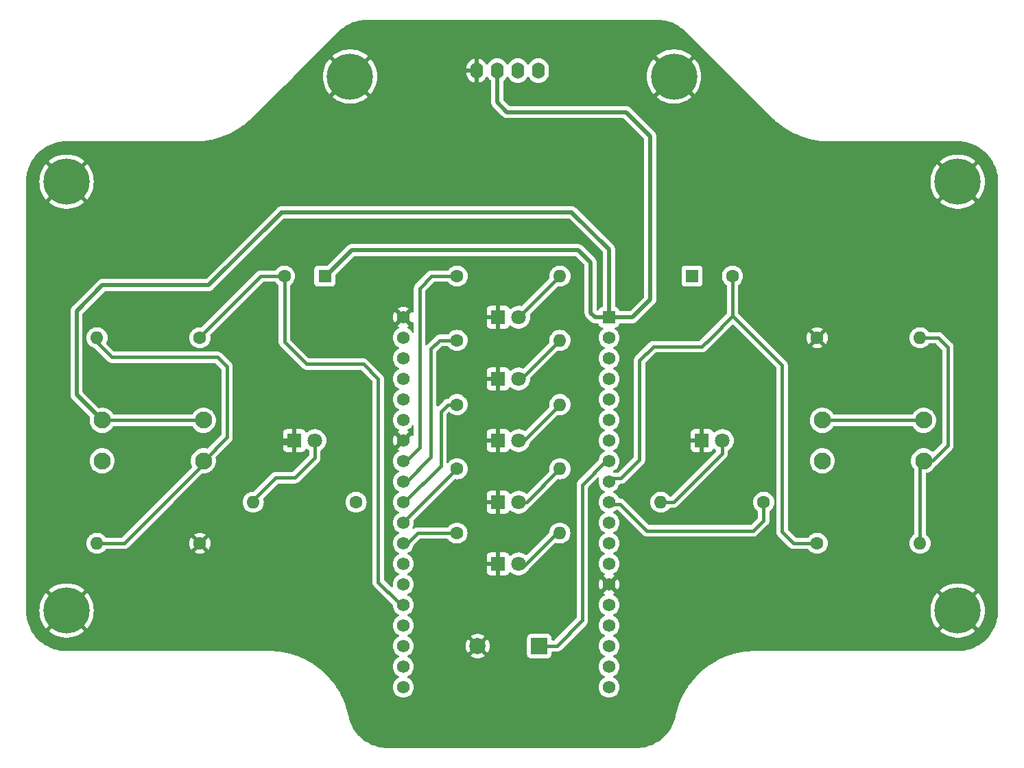
<source format=gbr>
%TF.GenerationSoftware,KiCad,Pcbnew,7.0.5*%
%TF.CreationDate,2024-08-20T20:42:19+02:00*%
%TF.ProjectId,game,67616d65-2e6b-4696-9361-645f70636258,rev?*%
%TF.SameCoordinates,Original*%
%TF.FileFunction,Copper,L2,Bot*%
%TF.FilePolarity,Positive*%
%FSLAX46Y46*%
G04 Gerber Fmt 4.6, Leading zero omitted, Abs format (unit mm)*
G04 Created by KiCad (PCBNEW 7.0.5) date 2024-08-20 20:42:19*
%MOMM*%
%LPD*%
G01*
G04 APERTURE LIST*
%TA.AperFunction,ComponentPad*%
%ADD10C,3.600000*%
%TD*%
%TA.AperFunction,ConnectorPad*%
%ADD11C,5.700000*%
%TD*%
%TA.AperFunction,ComponentPad*%
%ADD12R,1.800000X1.800000*%
%TD*%
%TA.AperFunction,ComponentPad*%
%ADD13C,1.800000*%
%TD*%
%TA.AperFunction,ComponentPad*%
%ADD14R,2.000000X2.000000*%
%TD*%
%TA.AperFunction,ComponentPad*%
%ADD15C,2.000000*%
%TD*%
%TA.AperFunction,ComponentPad*%
%ADD16O,1.600000X2.000000*%
%TD*%
%TA.AperFunction,ComponentPad*%
%ADD17C,2.100000*%
%TD*%
%TA.AperFunction,ComponentPad*%
%ADD18C,1.600000*%
%TD*%
%TA.AperFunction,ComponentPad*%
%ADD19O,1.600000X1.600000*%
%TD*%
%TA.AperFunction,ComponentPad*%
%ADD20R,1.600000X1.600000*%
%TD*%
%TA.AperFunction,ComponentPad*%
%ADD21R,1.560000X1.560000*%
%TD*%
%TA.AperFunction,ComponentPad*%
%ADD22C,1.560000*%
%TD*%
%TA.AperFunction,Conductor*%
%ADD23C,0.400000*%
%TD*%
%TA.AperFunction,Conductor*%
%ADD24C,0.500000*%
%TD*%
G04 APERTURE END LIST*
D10*
%TO.P,H6,1,1*%
%TO.N,GND*%
X185000000Y-123000000D03*
D11*
X185000000Y-123000000D03*
%TD*%
D10*
%TO.P,H5,1,1*%
%TO.N,GND*%
X185000000Y-70000000D03*
D11*
X185000000Y-70000000D03*
%TD*%
D10*
%TO.P,H3,1,1*%
%TO.N,GND*%
X150000000Y-57000000D03*
D11*
X150000000Y-57000000D03*
%TD*%
D12*
%TO.P,yellowLED1,1,K*%
%TO.N,GND*%
X103123854Y-101988523D03*
D13*
%TO.P,yellowLED1,2,A*%
%TO.N,Net-(yellowLED1-A)*%
X105663854Y-101988523D03*
%TD*%
D10*
%TO.P,H1,1,1*%
%TO.N,GND*%
X110000000Y-57000000D03*
D11*
X110000000Y-57000000D03*
%TD*%
D10*
%TO.P,H4,1,1*%
%TO.N,GND*%
X75000000Y-123000000D03*
D11*
X75000000Y-123000000D03*
%TD*%
D14*
%TO.P,BZ1,1,-*%
%TO.N,Net-(BZ1--)*%
X133355104Y-127388523D03*
D15*
%TO.P,BZ1,2,+*%
%TO.N,GND*%
X125755104Y-127388523D03*
%TD*%
D12*
%TO.P,redLED4,1,K*%
%TO.N,GND*%
X128285102Y-94368523D03*
D13*
%TO.P,redLED4,2,A*%
%TO.N,Net-(redLED4-A)*%
X130825102Y-94368523D03*
%TD*%
D12*
%TO.P,redLED3,1,K*%
%TO.N,GND*%
X128285102Y-101988523D03*
D13*
%TO.P,redLED3,2,A*%
%TO.N,Net-(redLED3-A)*%
X130825102Y-101988523D03*
%TD*%
D10*
%TO.P,H2,1,1*%
%TO.N,GND*%
X75000000Y-70000000D03*
D11*
X75000000Y-70000000D03*
%TD*%
D12*
%TO.P,redLED2,1,K*%
%TO.N,GND*%
X128285102Y-109608523D03*
D13*
%TO.P,redLED2,2,A*%
%TO.N,Net-(redLED2-A)*%
X130825102Y-109608523D03*
%TD*%
D16*
%TO.P,Brd1,1,GND*%
%TO.N,GND*%
X125635104Y-56268523D03*
%TO.P,Brd1,2,VCC*%
%TO.N,+3V3*%
X128175104Y-56268523D03*
%TO.P,Brd1,3,SCL*%
%TO.N,Net-(Brd1-SCL)*%
X130715104Y-56268523D03*
%TO.P,Brd1,4,SDA*%
%TO.N,Net-(Brd1-SDA)*%
X133255104Y-56268523D03*
%TD*%
D17*
%TO.P,S1,1,1*%
%TO.N,unconnected-(S1-Pad1)*%
X79405104Y-104488523D03*
%TO.P,S1,2,2*%
%TO.N,Net-(R5-Pad2)*%
X91905104Y-104488523D03*
%TO.P,S1,3,3*%
%TO.N,+3V3*%
X79405104Y-99488523D03*
%TO.P,S1,4,4*%
X91905104Y-99488523D03*
%TD*%
D12*
%TO.P,redLED1,1,K*%
%TO.N,GND*%
X128271114Y-117228523D03*
D13*
%TO.P,redLED1,2,A*%
%TO.N,Net-(redLED1-A)*%
X130811114Y-117228523D03*
%TD*%
D12*
%TO.P,yellowLED2,1,K*%
%TO.N,GND*%
X153436354Y-101988523D03*
D13*
%TO.P,yellowLED2,2,A*%
%TO.N,Net-(yellowLED2-A)*%
X155976354Y-101988523D03*
%TD*%
D17*
%TO.P,S2,1,1*%
%TO.N,unconnected-(S2-Pad1)*%
X168305104Y-104488523D03*
%TO.P,S2,2,2*%
%TO.N,Net-(R7-Pad2)*%
X180805104Y-104488523D03*
%TO.P,S2,3,3*%
%TO.N,+3V3*%
X168305104Y-99488523D03*
%TO.P,S2,4,4*%
X180805104Y-99488523D03*
%TD*%
D12*
%TO.P,greenLED1,1,K*%
%TO.N,GND*%
X128285102Y-86748523D03*
D13*
%TO.P,greenLED1,2,A*%
%TO.N,Net-(greenLED1-A)*%
X130825102Y-86748523D03*
%TD*%
D18*
%TO.P,R10,1*%
%TO.N,Net-(U1-IO26)*%
X161061354Y-109608523D03*
D19*
%TO.P,R10,2*%
%TO.N,Net-(yellowLED2-A)*%
X148361354Y-109608523D03*
%TD*%
D18*
%TO.P,R4,1*%
%TO.N,Net-(U1-IO18)*%
X123210102Y-89607412D03*
D19*
%TO.P,R4,2*%
%TO.N,Net-(redLED4-A)*%
X135910102Y-89607412D03*
%TD*%
D18*
%TO.P,R7,1*%
%TO.N,GND*%
X167655104Y-89288523D03*
D19*
%TO.P,R7,2*%
%TO.N,Net-(R7-Pad2)*%
X180355104Y-89288523D03*
%TD*%
D20*
%TO.P,C2,1*%
%TO.N,+3V3*%
X152211354Y-81668523D03*
D18*
%TO.P,C2,2*%
%TO.N,Net-(U1-IO25)*%
X157211354Y-81668523D03*
%TD*%
D21*
%TO.P,U1,J2-1,3V3*%
%TO.N,+3V3*%
X141967604Y-86748523D03*
D22*
%TO.P,U1,J2-2,EN*%
%TO.N,unconnected-(U1-EN-PadJ2-2)*%
X141967604Y-89288523D03*
%TO.P,U1,J2-3,SENSOR_VP*%
%TO.N,unconnected-(U1-SENSOR_VP-PadJ2-3)*%
X141967604Y-91828523D03*
%TO.P,U1,J2-4,SENSOR_VN*%
%TO.N,unconnected-(U1-SENSOR_VN-PadJ2-4)*%
X141967604Y-94368523D03*
%TO.P,U1,J2-5,IO34*%
%TO.N,unconnected-(U1-IO34-PadJ2-5)*%
X141967604Y-96908523D03*
%TO.P,U1,J2-6,IO35*%
%TO.N,unconnected-(U1-IO35-PadJ2-6)*%
X141967604Y-99448523D03*
%TO.P,U1,J2-7,IO32*%
%TO.N,unconnected-(U1-IO32-PadJ2-7)*%
X141967604Y-101988523D03*
%TO.P,U1,J2-8,IO33*%
%TO.N,Net-(BZ1--)*%
X141967604Y-104528523D03*
%TO.P,U1,J2-9,IO25*%
%TO.N,Net-(U1-IO25)*%
X141967604Y-107068523D03*
%TO.P,U1,J2-10,IO26*%
%TO.N,Net-(U1-IO26)*%
X141967604Y-109608523D03*
%TO.P,U1,J2-11,IO27*%
%TO.N,unconnected-(U1-IO27-PadJ2-11)*%
X141967604Y-112148523D03*
%TO.P,U1,J2-12,IO14*%
%TO.N,unconnected-(U1-IO14-PadJ2-12)*%
X141967604Y-114688523D03*
%TO.P,U1,J2-13,IO12*%
%TO.N,unconnected-(U1-IO12-PadJ2-13)*%
X141967604Y-117228523D03*
%TO.P,U1,J2-14,GND1*%
%TO.N,GND*%
X141967604Y-119768523D03*
%TO.P,U1,J2-15,IO13*%
%TO.N,unconnected-(U1-IO13-PadJ2-15)*%
X141967604Y-122308523D03*
%TO.P,U1,J2-16,SD2*%
%TO.N,unconnected-(U1-SD2-PadJ2-16)*%
X141967604Y-124848523D03*
%TO.P,U1,J2-17,SD3*%
%TO.N,unconnected-(U1-SD3-PadJ2-17)*%
X141967604Y-127388523D03*
%TO.P,U1,J2-18,CMD*%
%TO.N,unconnected-(U1-CMD-PadJ2-18)*%
X141967604Y-129928523D03*
%TO.P,U1,J2-19,EXT_5V*%
%TO.N,unconnected-(U1-EXT_5V-PadJ2-19)*%
X141967604Y-132468523D03*
%TO.P,U1,J3-1,GND3*%
%TO.N,GND*%
X116567604Y-86748523D03*
%TO.P,U1,J3-2,IO23*%
%TO.N,unconnected-(U1-IO23-PadJ3-2)*%
X116567604Y-89288523D03*
%TO.P,U1,J3-3,IO22*%
%TO.N,Net-(Brd1-SCL)*%
X116567604Y-91828523D03*
%TO.P,U1,J3-4,TXD0*%
%TO.N,unconnected-(U1-TXD0-PadJ3-4)*%
X116567604Y-94368523D03*
%TO.P,U1,J3-5,RXD0*%
%TO.N,unconnected-(U1-RXD0-PadJ3-5)*%
X116567604Y-96908523D03*
%TO.P,U1,J3-6,IO21*%
%TO.N,Net-(Brd1-SDA)*%
X116567604Y-99448523D03*
%TO.P,U1,J3-7,GND2*%
%TO.N,GND*%
X116567604Y-101988523D03*
%TO.P,U1,J3-8,IO19*%
%TO.N,Net-(U1-IO19)*%
X116567604Y-104528523D03*
%TO.P,U1,J3-9,IO18*%
%TO.N,Net-(U1-IO18)*%
X116567604Y-107068523D03*
%TO.P,U1,J3-10,IO5*%
%TO.N,Net-(U1-IO5)*%
X116567604Y-109608523D03*
%TO.P,U1,J3-11,IO17*%
%TO.N,Net-(U1-IO17)*%
X116567604Y-112148523D03*
%TO.P,U1,J3-12,IO16*%
%TO.N,Net-(U1-IO16)*%
X116567604Y-114688523D03*
%TO.P,U1,J3-13,IO4*%
%TO.N,Net-(U1-IO4)*%
X116567604Y-117228523D03*
%TO.P,U1,J3-14,IO0*%
%TO.N,unconnected-(U1-IO0-PadJ3-14)*%
X116567604Y-119768523D03*
%TO.P,U1,J3-15,IO2*%
%TO.N,Net-(U1-IO2)*%
X116567604Y-122308523D03*
%TO.P,U1,J3-16,IO15*%
%TO.N,unconnected-(U1-IO15-PadJ3-16)*%
X116567604Y-124848523D03*
%TO.P,U1,J3-17,SD1*%
%TO.N,unconnected-(U1-SD1-PadJ3-17)*%
X116567604Y-127388523D03*
%TO.P,U1,J3-18,SD0*%
%TO.N,unconnected-(U1-SD0-PadJ3-18)*%
X116567604Y-129928523D03*
%TO.P,U1,J3-19,CLK*%
%TO.N,unconnected-(U1-CLK-PadJ3-19)*%
X116567604Y-132468523D03*
%TD*%
D18*
%TO.P,R6,1*%
%TO.N,Net-(U1-IO2)*%
X91455104Y-89288523D03*
D19*
%TO.P,R6,2*%
%TO.N,Net-(R5-Pad2)*%
X78755104Y-89288523D03*
%TD*%
D18*
%TO.P,R1,1*%
%TO.N,Net-(U1-IO16)*%
X123196114Y-113424079D03*
D19*
%TO.P,R1,2*%
%TO.N,Net-(redLED1-A)*%
X135896114Y-113424079D03*
%TD*%
D20*
%TO.P,C3,1*%
%TO.N,+3V3*%
X106898854Y-81668523D03*
D18*
%TO.P,C3,2*%
%TO.N,Net-(U1-IO2)*%
X101898854Y-81668523D03*
%TD*%
%TO.P,R9,1*%
%TO.N,Net-(U1-IO4)*%
X110748854Y-109608523D03*
D19*
%TO.P,R9,2*%
%TO.N,Net-(yellowLED1-A)*%
X98048854Y-109608523D03*
%TD*%
D18*
%TO.P,R3,1*%
%TO.N,Net-(U1-IO5)*%
X123210102Y-97546301D03*
D19*
%TO.P,R3,2*%
%TO.N,Net-(redLED3-A)*%
X135910102Y-97546301D03*
%TD*%
D18*
%TO.P,R8,1*%
%TO.N,Net-(U1-IO25)*%
X167655104Y-114688523D03*
D19*
%TO.P,R8,2*%
%TO.N,Net-(R7-Pad2)*%
X180355104Y-114688523D03*
%TD*%
D18*
%TO.P,R11,1*%
%TO.N,Net-(U1-IO19)*%
X123210102Y-81668523D03*
D19*
%TO.P,R11,2*%
%TO.N,Net-(greenLED1-A)*%
X135910102Y-81668523D03*
%TD*%
D18*
%TO.P,R5,1*%
%TO.N,GND*%
X91455104Y-114688523D03*
D19*
%TO.P,R5,2*%
%TO.N,Net-(R5-Pad2)*%
X78755104Y-114688523D03*
%TD*%
D18*
%TO.P,R2,1*%
%TO.N,Net-(U1-IO17)*%
X123210102Y-105485190D03*
D19*
%TO.P,R2,2*%
%TO.N,Net-(redLED2-A)*%
X135910102Y-105485190D03*
%TD*%
D23*
%TO.N,Net-(U1-IO2)*%
X101898854Y-81668523D02*
X101898854Y-89775473D01*
X98973504Y-81668523D02*
X91455104Y-89186923D01*
X111622704Y-92539723D02*
X113476904Y-94393923D01*
X101898854Y-81668523D02*
X98973504Y-81668523D01*
X113476904Y-119476904D02*
X116000000Y-122000000D01*
X113476904Y-94393923D02*
X113476904Y-119476904D01*
X101898854Y-89775473D02*
X104663104Y-92539723D01*
X104663104Y-92539723D02*
X111622704Y-92539723D01*
%TO.N,GND*%
X95087304Y-111056323D02*
X95087304Y-108567123D01*
X102758104Y-102293323D02*
X102885104Y-102166323D01*
X95087304Y-108846523D02*
X95087304Y-105392123D01*
X91455104Y-114688523D02*
X95087304Y-111056323D01*
X95087304Y-105392123D02*
X98186104Y-102293323D01*
X98186104Y-102293323D02*
X102758104Y-102293323D01*
%TO.N,Net-(U1-IO19)*%
X118582304Y-102852123D02*
X116753504Y-104680923D01*
X118582304Y-83167123D02*
X118582304Y-102852123D01*
X122668523Y-81668523D02*
X123000000Y-82000000D01*
X120080904Y-81668523D02*
X122668523Y-81668523D01*
X120080904Y-81668523D02*
X118582304Y-83167123D01*
%TO.N,Net-(U1-IO18)*%
X123210102Y-89607412D02*
X121032015Y-89607412D01*
X119979304Y-104045923D02*
X116905904Y-107119323D01*
X121032015Y-89607412D02*
X119979304Y-90660123D01*
X119979304Y-90660123D02*
X119979304Y-104045923D01*
%TO.N,Net-(U1-IO5)*%
X122059326Y-97546301D02*
X121198504Y-98407123D01*
X123210102Y-97546301D02*
X122059326Y-97546301D01*
X121198504Y-98407123D02*
X121198504Y-105087323D01*
X121198504Y-105087323D02*
X116753504Y-109532323D01*
%TO.N,Net-(U1-IO17)*%
X123210102Y-105485190D02*
X116601104Y-112094188D01*
%TO.N,Net-(greenLED1-A)*%
X135910102Y-81668523D02*
X131007902Y-86570723D01*
X131007902Y-86570723D02*
X130774304Y-86570723D01*
%TO.N,Net-(U1-IO16)*%
X123196114Y-113424079D02*
X118322748Y-113424079D01*
X118322748Y-113424079D02*
X116982104Y-114764723D01*
%TO.N,Net-(yellowLED1-A)*%
X105663854Y-104111973D02*
X103189904Y-106585923D01*
X103189904Y-106585923D02*
X100802304Y-106585923D01*
X105663854Y-101988523D02*
X105663854Y-104111973D01*
X100802304Y-106585923D02*
X97982904Y-109405323D01*
%TO.N,Net-(yellowLED2-A)*%
X155920304Y-102293323D02*
X155971104Y-102242523D01*
X149900504Y-109608523D02*
X155920304Y-103588723D01*
X148361354Y-109608523D02*
X149900504Y-109608523D01*
X155920304Y-103588723D02*
X155920304Y-102293323D01*
D24*
%TO.N,+3V3*%
X76240504Y-96323923D02*
X76240504Y-85961123D01*
D23*
X168305104Y-99488523D02*
X180950104Y-99488523D01*
D24*
X139715104Y-86215123D02*
X139715104Y-80017523D01*
X91607504Y-82760723D02*
X92547304Y-82760723D01*
X144845904Y-86748523D02*
X147055704Y-84538723D01*
D23*
X79405104Y-99488523D02*
X91770704Y-99488523D01*
D24*
X141967604Y-86748523D02*
X140248504Y-86748523D01*
X101462704Y-73845323D02*
X101513504Y-73794523D01*
X128175104Y-60197123D02*
X129377304Y-61399323D01*
X140248504Y-86748523D02*
X139715104Y-86215123D01*
X128175104Y-56268523D02*
X128175104Y-60197123D01*
X79440904Y-82760723D02*
X79644104Y-82760723D01*
X139715104Y-80017523D02*
X138165704Y-78468123D01*
X141967604Y-86748523D02*
X141967604Y-78383823D01*
X138165704Y-78468123D02*
X110225704Y-78468123D01*
X141967604Y-86748523D02*
X144845904Y-86748523D01*
X76240504Y-85961123D02*
X79440904Y-82760723D01*
X110225704Y-78468123D02*
X106999904Y-81693923D01*
X147055704Y-64396523D02*
X146014304Y-63355123D01*
X141967604Y-78383823D02*
X137429104Y-73845323D01*
X92547304Y-82760723D02*
X101462704Y-73845323D01*
X144058504Y-61399323D02*
X146446104Y-63786923D01*
X79644104Y-82760723D02*
X91785304Y-82760723D01*
X101513504Y-73794523D02*
X137403704Y-73794523D01*
X79405104Y-99488523D02*
X76240504Y-96323923D01*
X147055704Y-84538723D02*
X147055704Y-64396523D01*
X129377304Y-61399323D02*
X144058504Y-61399323D01*
D23*
%TO.N,Net-(U1-IO25)*%
X164734104Y-114688523D02*
X163337104Y-113291523D01*
X157211354Y-86600473D02*
X154472504Y-89339323D01*
X143423504Y-106662123D02*
X141899504Y-106662123D01*
X167655104Y-114688523D02*
X164734104Y-114688523D01*
X147436704Y-90380723D02*
X145734904Y-92082523D01*
X153431104Y-90380723D02*
X147436704Y-90380723D01*
X157211354Y-81668523D02*
X157211354Y-86600473D01*
X163337104Y-92717523D02*
X157317304Y-86697723D01*
X154472504Y-89339323D02*
X153431104Y-90380723D01*
X145734904Y-104350723D02*
X143423504Y-106662123D01*
X163337104Y-113291523D02*
X163337104Y-92717523D01*
X145734904Y-92082523D02*
X145734904Y-104350723D01*
%TO.N,Net-(U1-IO26)*%
X143321904Y-109837123D02*
X142305904Y-109837123D01*
X161061354Y-109608523D02*
X161061354Y-111864301D01*
X161061354Y-111864301D02*
X159786532Y-113139123D01*
X159786532Y-113139123D02*
X146623904Y-113139123D01*
X146623904Y-113139123D02*
X143321904Y-109837123D01*
%TO.N,Net-(redLED1-A)*%
X135518548Y-113424079D02*
X131282304Y-117660323D01*
X135896114Y-113424079D02*
X135518548Y-113424079D01*
X131282304Y-117660323D02*
X130647304Y-117660323D01*
%TO.N,Net-(redLED2-A)*%
X135910102Y-105485190D02*
X131786769Y-109608523D01*
X131786769Y-109608523D02*
X130774304Y-109608523D01*
%TO.N,Net-(redLED3-A)*%
X135910102Y-97546301D02*
X131417080Y-102039323D01*
X131417080Y-102039323D02*
X130748904Y-102039323D01*
%TO.N,Net-(redLED4-A)*%
X131174391Y-94343123D02*
X130875904Y-94343123D01*
X135910102Y-89607412D02*
X131174391Y-94343123D01*
%TO.N,Net-(R5-Pad2)*%
X91905104Y-104488523D02*
X94807904Y-101585723D01*
X94807904Y-92869923D02*
X93639504Y-91701523D01*
X94807904Y-101585723D02*
X94807904Y-92869923D01*
X78755104Y-114688523D02*
X82107904Y-114688523D01*
X93156904Y-91701523D02*
X80609304Y-91701523D01*
X82107904Y-114688523D02*
X92242504Y-104553923D01*
X93639504Y-91701523D02*
X93156904Y-91701523D01*
X80609304Y-91701523D02*
X78551904Y-89644123D01*
%TO.N,Net-(R7-Pad2)*%
X180355104Y-105239723D02*
X180837704Y-104757123D01*
X180355104Y-89288523D02*
X182641104Y-89288523D01*
X183809504Y-102572723D02*
X183326904Y-103055323D01*
X182641104Y-89288523D02*
X183809504Y-90456923D01*
X181904504Y-104477723D02*
X180558304Y-104477723D01*
X183809504Y-90456923D02*
X183809504Y-102572723D01*
X183326904Y-103055323D02*
X181904504Y-104477723D01*
X180355104Y-114688523D02*
X180355104Y-105239723D01*
%TO.N,Net-(BZ1--)*%
X138673704Y-124213523D02*
X138673704Y-107456353D01*
X133355104Y-127388523D02*
X135498704Y-127388523D01*
X135498704Y-127388523D02*
X138673704Y-124213523D01*
X138673704Y-107456353D02*
X141669614Y-104460443D01*
%TD*%
%TA.AperFunction,Conductor*%
%TO.N,GND*%
G36*
X117842659Y-100106993D02*
G01*
X117878073Y-100167223D01*
X117881804Y-100197412D01*
X117881804Y-101240505D01*
X117862119Y-101307544D01*
X117809315Y-101353299D01*
X117740157Y-101363243D01*
X117676601Y-101334218D01*
X117656230Y-101311629D01*
X117632269Y-101277410D01*
X117632268Y-101277410D01*
X117068163Y-101841515D01*
X117062186Y-101812748D01*
X116996423Y-101685830D01*
X116898855Y-101581361D01*
X116776720Y-101507089D01*
X116713264Y-101489309D01*
X117278715Y-100923857D01*
X117210048Y-100875775D01*
X117114412Y-100831180D01*
X117061973Y-100785008D01*
X117042821Y-100717814D01*
X117063037Y-100650933D01*
X117114408Y-100606418D01*
X117210300Y-100561704D01*
X117393837Y-100433190D01*
X117552271Y-100274756D01*
X117656228Y-100126289D01*
X117710806Y-100082664D01*
X117780304Y-100075470D01*
X117842659Y-100106993D01*
G37*
%TD.AperFunction*%
%TA.AperFunction,Conductor*%
G36*
X117632268Y-87459633D02*
G01*
X117656230Y-87425414D01*
X117710807Y-87381790D01*
X117780306Y-87374598D01*
X117842660Y-87406121D01*
X117878073Y-87466351D01*
X117881804Y-87496539D01*
X117881804Y-88539635D01*
X117862119Y-88606674D01*
X117809315Y-88652429D01*
X117740157Y-88662373D01*
X117676601Y-88633348D01*
X117656229Y-88610758D01*
X117552272Y-88462291D01*
X117539362Y-88449381D01*
X117393837Y-88303856D01*
X117393833Y-88303853D01*
X117393832Y-88303852D01*
X117210304Y-88175344D01*
X117210300Y-88175342D01*
X117114413Y-88130629D01*
X117061974Y-88084456D01*
X117042822Y-88017263D01*
X117063038Y-87950382D01*
X117114414Y-87905864D01*
X117210048Y-87861269D01*
X117278715Y-87813187D01*
X116716369Y-87250841D01*
X116840328Y-87196998D01*
X116951212Y-87106788D01*
X117033645Y-86990006D01*
X117067468Y-86894834D01*
X117632268Y-87459633D01*
G37*
%TD.AperFunction*%
%TA.AperFunction,Conductor*%
G36*
X147916668Y-50000494D02*
G01*
X147916675Y-50000249D01*
X148058743Y-50003769D01*
X148175321Y-50006659D01*
X148178372Y-50006810D01*
X148421575Y-50024905D01*
X148424566Y-50025202D01*
X148665698Y-50055153D01*
X148668683Y-50055599D01*
X148907363Y-50097246D01*
X148910328Y-50097839D01*
X148997263Y-50117440D01*
X149146121Y-50151005D01*
X149149036Y-50151739D01*
X149301381Y-50194015D01*
X149381466Y-50216239D01*
X149381499Y-50216248D01*
X149384396Y-50217129D01*
X149451377Y-50239290D01*
X149613227Y-50292840D01*
X149616025Y-50293842D01*
X149840778Y-50380579D01*
X149843512Y-50381711D01*
X150063788Y-50479309D01*
X150066474Y-50480579D01*
X150281505Y-50588691D01*
X150281802Y-50588840D01*
X150284473Y-50590266D01*
X150494470Y-50709029D01*
X150497074Y-50710586D01*
X150701361Y-50839697D01*
X150701395Y-50839718D01*
X150703913Y-50841397D01*
X150902106Y-50980700D01*
X150904536Y-50982499D01*
X151096248Y-51131844D01*
X151098582Y-51133758D01*
X151283319Y-51292908D01*
X151285571Y-51294947D01*
X151452388Y-51453693D01*
X151455319Y-51457174D01*
X151455415Y-51457079D01*
X151464030Y-51465692D01*
X162060579Y-62060239D01*
X162067172Y-62068068D01*
X162070656Y-62071384D01*
X162070657Y-62071385D01*
X162422870Y-62406566D01*
X162423326Y-62407000D01*
X162425871Y-62409808D01*
X162428849Y-62412368D01*
X162431214Y-62414509D01*
X162434911Y-62418032D01*
X162438134Y-62420365D01*
X162633635Y-62588792D01*
X162796915Y-62729462D01*
X162801251Y-62733197D01*
X162802460Y-62734376D01*
X162803223Y-62734975D01*
X162805245Y-62736631D01*
X162808600Y-62739499D01*
X162811549Y-62741467D01*
X163185275Y-63032610D01*
X163188140Y-63035195D01*
X163191015Y-63037199D01*
X163193810Y-63039266D01*
X163197537Y-63042187D01*
X163201031Y-63044230D01*
X163585752Y-63314644D01*
X163590210Y-63317777D01*
X163591667Y-63318961D01*
X163592516Y-63319496D01*
X163595154Y-63321255D01*
X163599553Y-63324351D01*
X163603103Y-63326184D01*
X164003904Y-63579494D01*
X164005462Y-63580639D01*
X164006076Y-63580982D01*
X164009164Y-63582827D01*
X164012531Y-63584973D01*
X164016110Y-63586647D01*
X164429142Y-63820241D01*
X164430706Y-63821275D01*
X164431523Y-63821684D01*
X164434415Y-63823226D01*
X164438796Y-63825714D01*
X164442501Y-63827199D01*
X164865286Y-64039768D01*
X164866901Y-64040720D01*
X164867540Y-64041001D01*
X164870634Y-64042463D01*
X164875629Y-64044994D01*
X164879578Y-64046327D01*
X165305880Y-64235213D01*
X165309159Y-64236993D01*
X165313840Y-64238811D01*
X165316375Y-64239860D01*
X165321013Y-64241901D01*
X165324553Y-64242948D01*
X165669057Y-64375902D01*
X165766303Y-64413432D01*
X165768007Y-64414222D01*
X165768521Y-64414390D01*
X165771943Y-64415617D01*
X165776745Y-64417499D01*
X165780854Y-64418463D01*
X166225009Y-64565420D01*
X166228523Y-64566872D01*
X166232006Y-64567826D01*
X166235233Y-64568805D01*
X166240535Y-64570572D01*
X166244574Y-64571308D01*
X166694772Y-64696238D01*
X166698459Y-64697590D01*
X166702909Y-64698584D01*
X166706111Y-64699390D01*
X166711213Y-64700818D01*
X166715242Y-64701362D01*
X167173190Y-64804622D01*
X167177004Y-64805776D01*
X167180086Y-64806290D01*
X167183946Y-64807060D01*
X167188896Y-64808211D01*
X167193218Y-64808567D01*
X167661171Y-64890218D01*
X167663114Y-64890692D01*
X167663282Y-64890712D01*
X167667415Y-64891324D01*
X167670480Y-64891884D01*
X167674525Y-64892088D01*
X167729297Y-64898891D01*
X168144884Y-64950513D01*
X168148781Y-64951280D01*
X168151696Y-64951475D01*
X168155723Y-64951875D01*
X168160719Y-64952537D01*
X168165157Y-64952461D01*
X168637115Y-64987575D01*
X168641242Y-64988187D01*
X168644048Y-64988224D01*
X168648394Y-64988433D01*
X168652405Y-64988767D01*
X168656721Y-64988514D01*
X169142227Y-65000548D01*
X169142228Y-65000547D01*
X169148142Y-65000694D01*
X169155722Y-65000044D01*
X178546506Y-64999317D01*
X178548473Y-64999317D01*
X184980850Y-64999317D01*
X184989213Y-65000242D01*
X185058623Y-65001996D01*
X185255755Y-65006981D01*
X185258825Y-65007137D01*
X185509620Y-65026207D01*
X185512721Y-65026522D01*
X185636279Y-65042221D01*
X185759828Y-65057921D01*
X185762913Y-65058392D01*
X185920263Y-65086491D01*
X186006075Y-65101816D01*
X186009119Y-65102438D01*
X186247967Y-65157563D01*
X186250927Y-65158325D01*
X186485236Y-65224861D01*
X186488160Y-65225771D01*
X186673681Y-65288543D01*
X186716320Y-65302970D01*
X186717553Y-65303387D01*
X186720408Y-65304432D01*
X186944667Y-65392854D01*
X186947410Y-65394015D01*
X187166115Y-65492888D01*
X187168838Y-65494200D01*
X187381741Y-65603243D01*
X187384383Y-65604678D01*
X187591136Y-65723557D01*
X187593694Y-65725111D01*
X187794047Y-65853555D01*
X187796492Y-65855207D01*
X187990070Y-65992863D01*
X187992449Y-65994642D01*
X188178987Y-66141230D01*
X188181262Y-66143107D01*
X188286850Y-66234570D01*
X188360440Y-66298316D01*
X188362629Y-66300305D01*
X188534128Y-66463814D01*
X188536219Y-66465905D01*
X188699709Y-66637384D01*
X188701687Y-66639559D01*
X188803393Y-66756973D01*
X188856899Y-66818743D01*
X188858785Y-66821029D01*
X189005370Y-67007561D01*
X189007134Y-67009920D01*
X189025598Y-67035883D01*
X189144801Y-67203511D01*
X189146469Y-67205980D01*
X189274904Y-67406319D01*
X189276458Y-67408877D01*
X189395337Y-67615629D01*
X189396772Y-67618271D01*
X189505811Y-67831168D01*
X189507123Y-67833890D01*
X189605997Y-68052593D01*
X189607175Y-68055380D01*
X189695580Y-68279596D01*
X189696626Y-68282453D01*
X189774244Y-68511853D01*
X189775157Y-68514789D01*
X189841686Y-68749071D01*
X189842456Y-68752066D01*
X189897577Y-68990905D01*
X189898200Y-68993948D01*
X189941623Y-69237102D01*
X189942094Y-69240187D01*
X189973492Y-69487287D01*
X189973808Y-69490402D01*
X189992876Y-69741171D01*
X189993034Y-69744297D01*
X189999500Y-70000002D01*
X189999572Y-70002828D01*
X189999592Y-70004395D01*
X189999592Y-122995725D01*
X189999573Y-122997262D01*
X189993397Y-123246387D01*
X189993245Y-123249451D01*
X189975154Y-123492619D01*
X189974853Y-123495649D01*
X189965073Y-123574386D01*
X189944903Y-123736756D01*
X189944453Y-123739771D01*
X189902813Y-123978414D01*
X189902217Y-123981395D01*
X189849056Y-124217159D01*
X189848317Y-124220100D01*
X189783808Y-124452562D01*
X189782927Y-124455459D01*
X189707220Y-124684277D01*
X189706200Y-124687125D01*
X189619482Y-124911826D01*
X189618324Y-124914620D01*
X189520756Y-125134825D01*
X189519464Y-125137559D01*
X189411205Y-125352879D01*
X189409780Y-125355551D01*
X189291016Y-125565546D01*
X189289459Y-125568149D01*
X189160334Y-125772459D01*
X189158648Y-125774988D01*
X189019348Y-125973174D01*
X189017535Y-125975624D01*
X188868244Y-126167265D01*
X188866306Y-126169630D01*
X188707157Y-126354366D01*
X188705098Y-126356640D01*
X188536253Y-126534068D01*
X188534081Y-126536240D01*
X188356655Y-126705087D01*
X188354380Y-126707147D01*
X188169624Y-126866313D01*
X188167259Y-126868250D01*
X187975615Y-127017545D01*
X187973165Y-127019358D01*
X187774953Y-127158676D01*
X187772424Y-127160362D01*
X187568141Y-127289471D01*
X187565538Y-127291028D01*
X187355556Y-127409783D01*
X187352885Y-127411209D01*
X187137548Y-127519475D01*
X187134813Y-127520767D01*
X186914616Y-127618332D01*
X186911823Y-127619489D01*
X186687122Y-127706206D01*
X186684274Y-127707226D01*
X186455462Y-127782930D01*
X186452565Y-127783811D01*
X186220097Y-127848322D01*
X186217156Y-127849061D01*
X185981411Y-127902218D01*
X185978430Y-127902814D01*
X185739748Y-127944460D01*
X185736733Y-127944909D01*
X185495661Y-127974854D01*
X185492618Y-127975156D01*
X185249450Y-127993248D01*
X185246386Y-127993400D01*
X185040452Y-127998505D01*
X184999892Y-127999511D01*
X184999891Y-127999511D01*
X184997519Y-127999570D01*
X184995982Y-127999589D01*
X160011336Y-127999589D01*
X160008299Y-127999325D01*
X159560229Y-128009159D01*
X159558878Y-128009110D01*
X159557315Y-128009197D01*
X159555662Y-128009267D01*
X159553778Y-128009321D01*
X159552267Y-128009521D01*
X159121679Y-128037910D01*
X159120217Y-128037906D01*
X159117866Y-128038141D01*
X159116583Y-128038256D01*
X159114197Y-128038444D01*
X159112860Y-128038686D01*
X158687075Y-128085541D01*
X158685509Y-128085607D01*
X158683867Y-128085853D01*
X158681791Y-128086128D01*
X158680063Y-128086326D01*
X158678517Y-128086674D01*
X158257935Y-128151625D01*
X158256260Y-128151766D01*
X158254807Y-128152054D01*
X158252320Y-128152494D01*
X158250955Y-128152706D01*
X158249369Y-128153135D01*
X157833973Y-128235900D01*
X157832367Y-128236115D01*
X157831247Y-128236388D01*
X157828749Y-128236942D01*
X157828065Y-128237078D01*
X157826592Y-128237525D01*
X157421366Y-128336664D01*
X157418469Y-128337154D01*
X157413196Y-128338638D01*
X157411829Y-128339006D01*
X157410050Y-128339462D01*
X157408798Y-128339910D01*
X157406994Y-128340436D01*
X157005482Y-128457205D01*
X157004085Y-128457518D01*
X157002469Y-128458051D01*
X157000841Y-128458562D01*
X156995548Y-128460144D01*
X156992745Y-128461332D01*
X156606468Y-128591879D01*
X156603552Y-128592634D01*
X156598729Y-128594460D01*
X156596962Y-128595098D01*
X156595217Y-128595698D01*
X156593822Y-128596348D01*
X156204759Y-128746633D01*
X156203362Y-128747086D01*
X156202559Y-128747434D01*
X156200437Y-128748305D01*
X156198907Y-128748900D01*
X156197451Y-128749658D01*
X155817044Y-128915521D01*
X155815492Y-128916076D01*
X155814227Y-128916692D01*
X155811929Y-128917752D01*
X155811102Y-128918112D01*
X155809753Y-128918870D01*
X155436489Y-129100811D01*
X155435110Y-129101385D01*
X155433994Y-129101983D01*
X155432155Y-129102929D01*
X155430825Y-129103584D01*
X155429545Y-129104385D01*
X155065065Y-129301507D01*
X155063561Y-129302216D01*
X155063009Y-129302552D01*
X155060911Y-129303769D01*
X155060051Y-129304245D01*
X155058542Y-129305326D01*
X154351082Y-129747778D01*
X154349123Y-129748859D01*
X154347065Y-129750271D01*
X154345371Y-129751686D01*
X153677502Y-130251871D01*
X153675453Y-130253264D01*
X153674300Y-130254206D01*
X153672523Y-130255965D01*
X153049227Y-130809985D01*
X153047382Y-130811461D01*
X153045819Y-130812972D01*
X153044282Y-130814777D01*
X152614830Y-131266388D01*
X152470872Y-131417774D01*
X152468867Y-131419882D01*
X152467705Y-131420979D01*
X152467144Y-131421628D01*
X152465884Y-131423037D01*
X152465283Y-131423689D01*
X152464302Y-131424996D01*
X152197666Y-131743403D01*
X152196815Y-131744321D01*
X152196031Y-131745322D01*
X152195158Y-131746409D01*
X152193748Y-131748124D01*
X152192950Y-131749323D01*
X152188950Y-131754534D01*
X151939811Y-132078947D01*
X151938986Y-132079931D01*
X151938742Y-132080276D01*
X151937485Y-132081984D01*
X151936611Y-132083129D01*
X151935811Y-132084436D01*
X151697102Y-132424150D01*
X151696166Y-132425301D01*
X151694999Y-132427091D01*
X151694048Y-132428507D01*
X151692926Y-132430127D01*
X151692212Y-132431425D01*
X151467321Y-132782303D01*
X151466487Y-132783445D01*
X151465672Y-132784823D01*
X151464823Y-132786213D01*
X151461856Y-132790932D01*
X151460572Y-132793568D01*
X151255307Y-133146102D01*
X151253561Y-133148658D01*
X151251216Y-133153056D01*
X151250261Y-133154780D01*
X151249392Y-133156290D01*
X151248769Y-133157695D01*
X151053037Y-133529674D01*
X151052396Y-133530755D01*
X151051769Y-133532043D01*
X151051210Y-133533161D01*
X151050430Y-133534684D01*
X151049933Y-133535914D01*
X150869668Y-133917540D01*
X150868891Y-133918949D01*
X150868411Y-133920085D01*
X150867445Y-133922254D01*
X150867007Y-133923186D01*
X150866502Y-133924618D01*
X150704104Y-134310853D01*
X150702697Y-134313615D01*
X150700853Y-134318497D01*
X150700206Y-134320138D01*
X150699729Y-134321296D01*
X150699318Y-134322629D01*
X150551063Y-134723076D01*
X150550453Y-134724466D01*
X150550051Y-134725698D01*
X150549409Y-134727562D01*
X150548773Y-134729316D01*
X150548406Y-134730802D01*
X150417171Y-135139139D01*
X150416615Y-135140570D01*
X150416318Y-135141645D01*
X150415664Y-135143844D01*
X150415368Y-135144773D01*
X150415053Y-135146252D01*
X150300919Y-135563196D01*
X150300440Y-135564578D01*
X150299944Y-135566672D01*
X150299618Y-135567980D01*
X150298101Y-135573808D01*
X150297691Y-135576565D01*
X150200092Y-136006340D01*
X150200085Y-136006385D01*
X150152737Y-136214878D01*
X150152076Y-136217518D01*
X150094705Y-136427106D01*
X150093931Y-136429707D01*
X150027892Y-136635187D01*
X150027009Y-136637743D01*
X149952578Y-136838787D01*
X149951588Y-136841292D01*
X149868929Y-137037882D01*
X149867836Y-137040333D01*
X149777202Y-137232205D01*
X149776010Y-137234596D01*
X149677659Y-137421506D01*
X149676371Y-137423833D01*
X149570464Y-137605724D01*
X149569083Y-137607983D01*
X149455900Y-137784573D01*
X149454429Y-137786763D01*
X149334142Y-137957947D01*
X149332586Y-137960064D01*
X149205482Y-138125571D01*
X149203843Y-138127613D01*
X149070505Y-138286842D01*
X149067898Y-138289762D01*
X148780983Y-138591482D01*
X148777242Y-138595099D01*
X148466967Y-138870887D01*
X148462942Y-138874173D01*
X148130679Y-139123014D01*
X148126387Y-139125956D01*
X147773367Y-139346736D01*
X147769985Y-139348706D01*
X147587314Y-139447499D01*
X147584985Y-139448695D01*
X147397397Y-139540131D01*
X147395012Y-139541232D01*
X147203240Y-139624846D01*
X147200801Y-139625848D01*
X147005110Y-139701439D01*
X147002620Y-139702340D01*
X146803265Y-139769713D01*
X146800728Y-139770511D01*
X146597889Y-139829501D01*
X146595309Y-139830191D01*
X146389224Y-139880610D01*
X146386605Y-139881191D01*
X146177451Y-139922862D01*
X146174804Y-139923329D01*
X146068854Y-139939691D01*
X145962912Y-139956051D01*
X145960231Y-139956405D01*
X145745699Y-139980012D01*
X145742999Y-139980249D01*
X145667385Y-139985234D01*
X145526161Y-139994545D01*
X145523443Y-139994664D01*
X145329431Y-139998922D01*
X145303726Y-139999486D01*
X145302374Y-139999501D01*
X114697638Y-139999501D01*
X114696284Y-139999486D01*
X114675242Y-139999024D01*
X114476568Y-139994663D01*
X114473850Y-139994544D01*
X114328240Y-139984943D01*
X114257013Y-139980246D01*
X114254313Y-139980009D01*
X114039777Y-139956400D01*
X114037111Y-139956047D01*
X113825186Y-139923321D01*
X113822564Y-139922858D01*
X113613408Y-139881184D01*
X113610789Y-139880603D01*
X113404698Y-139830182D01*
X113402129Y-139829495D01*
X113352136Y-139814956D01*
X113199264Y-139770496D01*
X113196727Y-139769699D01*
X113162541Y-139758145D01*
X112997364Y-139702321D01*
X112994896Y-139701427D01*
X112800380Y-139626290D01*
X112799224Y-139625843D01*
X112796785Y-139624842D01*
X112605010Y-139541225D01*
X112602624Y-139540124D01*
X112415010Y-139448675D01*
X112412681Y-139447478D01*
X112229444Y-139348378D01*
X112227174Y-139347088D01*
X112226584Y-139346736D01*
X112048530Y-139240515D01*
X112046344Y-139239148D01*
X111872506Y-139125273D01*
X111870361Y-139123803D01*
X111701586Y-139002840D01*
X111699506Y-139001282D01*
X111536004Y-138873395D01*
X111533992Y-138871753D01*
X111501881Y-138844394D01*
X111375974Y-138737119D01*
X111374078Y-138735434D01*
X111319938Y-138685243D01*
X111221791Y-138594253D01*
X111219921Y-138592445D01*
X111073598Y-138444911D01*
X111071802Y-138443023D01*
X110931642Y-138289293D01*
X110929924Y-138287326D01*
X110796170Y-138127602D01*
X110794540Y-138125571D01*
X110667401Y-137960020D01*
X110665884Y-137957954D01*
X110545575Y-137786743D01*
X110544130Y-137784590D01*
X110430923Y-137607964D01*
X110429542Y-137605705D01*
X110389628Y-137537155D01*
X110323630Y-137423808D01*
X110322351Y-137421497D01*
X110223985Y-137234557D01*
X110222809Y-137232199D01*
X110132171Y-137040319D01*
X110131078Y-137037869D01*
X110048428Y-136841299D01*
X110047438Y-136838794D01*
X110047435Y-136838787D01*
X109972989Y-136637705D01*
X109972106Y-136635149D01*
X109906085Y-136429722D01*
X109905312Y-136427122D01*
X109871575Y-136303883D01*
X109847917Y-136217462D01*
X109847271Y-136214878D01*
X109798432Y-135999813D01*
X109798431Y-135999811D01*
X109796781Y-135992543D01*
X109796779Y-135992538D01*
X109702942Y-135579332D01*
X109702428Y-135575243D01*
X109700654Y-135568894D01*
X109699856Y-135565716D01*
X109699651Y-135564799D01*
X109699064Y-135563116D01*
X109586707Y-135152668D01*
X109585987Y-135148827D01*
X109584538Y-135144419D01*
X109583548Y-135141097D01*
X109583349Y-135140356D01*
X109582681Y-135138674D01*
X109453755Y-134737521D01*
X109452913Y-134733753D01*
X109450795Y-134728080D01*
X109449803Y-134725211D01*
X109449464Y-134724149D01*
X109448743Y-134722547D01*
X109302820Y-134328400D01*
X109301820Y-134324892D01*
X109300064Y-134320752D01*
X109298939Y-134317909D01*
X109297055Y-134312780D01*
X109295301Y-134309438D01*
X109136250Y-133931166D01*
X109134985Y-133927243D01*
X109132871Y-133922877D01*
X109131352Y-133919485D01*
X109129958Y-133916104D01*
X109128104Y-133912827D01*
X108952644Y-133541374D01*
X108951431Y-133538191D01*
X108949076Y-133533700D01*
X108947949Y-133531441D01*
X108947416Y-133530316D01*
X108946570Y-133528933D01*
X108906715Y-133453190D01*
X108754460Y-133163838D01*
X108753022Y-133160390D01*
X108749967Y-133155160D01*
X108748562Y-133152623D01*
X108747986Y-133151523D01*
X108747006Y-133150081D01*
X108540803Y-132795940D01*
X108539217Y-132792492D01*
X108535517Y-132786738D01*
X108534038Y-132784317D01*
X108533361Y-132783150D01*
X108532328Y-132781764D01*
X108310629Y-132435869D01*
X108308895Y-132432648D01*
X108306402Y-132429135D01*
X108304629Y-132426497D01*
X108304007Y-132425519D01*
X108302878Y-132424131D01*
X108067665Y-132089395D01*
X108065774Y-132086184D01*
X108062872Y-132082439D01*
X108060932Y-132079794D01*
X108060772Y-132079564D01*
X108059693Y-132078310D01*
X107811039Y-131754530D01*
X107809144Y-131751560D01*
X107805182Y-131746819D01*
X107803611Y-131744860D01*
X107802965Y-131744020D01*
X107801889Y-131742884D01*
X107540292Y-131430494D01*
X107538387Y-131427786D01*
X107534247Y-131423210D01*
X107532819Y-131421575D01*
X107529615Y-131417774D01*
X107527284Y-131415567D01*
X107256416Y-131118471D01*
X107254409Y-131115881D01*
X107250407Y-131111818D01*
X107248901Y-131110234D01*
X107245668Y-131106712D01*
X107243282Y-131104629D01*
X106960278Y-130819282D01*
X106958165Y-130816785D01*
X106954053Y-130812947D01*
X106952516Y-130811463D01*
X106949013Y-130807959D01*
X106946566Y-130806002D01*
X106652288Y-130533185D01*
X106650100Y-130530803D01*
X106645673Y-130526999D01*
X106644112Y-130525611D01*
X106640509Y-130522299D01*
X106637992Y-130520449D01*
X106459246Y-130368154D01*
X106332394Y-130260073D01*
X106329897Y-130257581D01*
X106325989Y-130254536D01*
X106323812Y-130252758D01*
X106322865Y-130251948D01*
X106321462Y-130250997D01*
X106001240Y-130000529D01*
X105998618Y-129998137D01*
X105994934Y-129995513D01*
X105992571Y-129993743D01*
X105991845Y-129993172D01*
X105990411Y-129992277D01*
X105659253Y-129754926D01*
X105656723Y-129752822D01*
X105652974Y-129750361D01*
X105650901Y-129748940D01*
X105647114Y-129746229D01*
X105644188Y-129744605D01*
X105308007Y-129524390D01*
X105305487Y-129522444D01*
X105300748Y-129519588D01*
X105298990Y-129518488D01*
X105297718Y-129517662D01*
X105296360Y-129516965D01*
X104947029Y-129308565D01*
X104944325Y-129306630D01*
X104938955Y-129303700D01*
X104937114Y-129302655D01*
X104935764Y-129301857D01*
X104934375Y-129301219D01*
X104575842Y-129107312D01*
X104572881Y-129105387D01*
X104568131Y-129103076D01*
X104565704Y-129101828D01*
X104564880Y-129101381D01*
X104563381Y-129100761D01*
X104194993Y-128921198D01*
X104191949Y-128919435D01*
X104188337Y-128917875D01*
X104185498Y-128916563D01*
X104184580Y-128916110D01*
X104182904Y-128915512D01*
X104085830Y-128873187D01*
X103808020Y-128752058D01*
X103804838Y-128750344D01*
X103799840Y-128748422D01*
X103797211Y-128747341D01*
X103796672Y-128747105D01*
X103795156Y-128746615D01*
X103793737Y-128746067D01*
X103411168Y-128598289D01*
X103408019Y-128596786D01*
X103403488Y-128595258D01*
X103400900Y-128594321D01*
X103399572Y-128593806D01*
X103397912Y-128593373D01*
X103008874Y-128461893D01*
X103005768Y-128460526D01*
X102999367Y-128458635D01*
X102997335Y-128457997D01*
X102996065Y-128457573D01*
X102994581Y-128457239D01*
X102596587Y-128341492D01*
X102593769Y-128340436D01*
X102588330Y-128339058D01*
X102586617Y-128338598D01*
X102584662Y-128338042D01*
X102583133Y-128337780D01*
X102179339Y-128238992D01*
X102176064Y-128237920D01*
X102171300Y-128236967D01*
X102168765Y-128236405D01*
X102167865Y-128236185D01*
X102166287Y-128235967D01*
X101756229Y-128154265D01*
X101752804Y-128153294D01*
X101747820Y-128152528D01*
X101745087Y-128152045D01*
X101743981Y-128151823D01*
X101742293Y-128151675D01*
X101705441Y-128145984D01*
X101321490Y-128086690D01*
X101319961Y-128086346D01*
X101318156Y-128086137D01*
X101316209Y-128085880D01*
X101314687Y-128085654D01*
X101313180Y-128085584D01*
X100892791Y-128039323D01*
X100889972Y-128038780D01*
X100883457Y-128038273D01*
X100882046Y-128038147D01*
X100880077Y-128037948D01*
X100878616Y-128037946D01*
X100452678Y-128009863D01*
X100449590Y-128009431D01*
X100444388Y-128009283D01*
X100442683Y-128009210D01*
X100441535Y-128009145D01*
X100440205Y-128009185D01*
X99991601Y-127999339D01*
X99988737Y-127999589D01*
X75003978Y-127999589D01*
X75002410Y-127999569D01*
X74830994Y-127995233D01*
X74744288Y-127993039D01*
X74741162Y-127992881D01*
X74490399Y-127973811D01*
X74487285Y-127973495D01*
X74240181Y-127942095D01*
X74237096Y-127941624D01*
X74023940Y-127903558D01*
X73993938Y-127898200D01*
X73990900Y-127897578D01*
X73752056Y-127842453D01*
X73749062Y-127841683D01*
X73514765Y-127775149D01*
X73511830Y-127774236D01*
X73282473Y-127696630D01*
X73279602Y-127695580D01*
X73202545Y-127665197D01*
X73055376Y-127607170D01*
X73052595Y-127605994D01*
X72833876Y-127507112D01*
X72831153Y-127505800D01*
X72618274Y-127396769D01*
X72615632Y-127395334D01*
X72434498Y-127291185D01*
X72408868Y-127276448D01*
X72406330Y-127274906D01*
X72205967Y-127146455D01*
X72203514Y-127144798D01*
X72009923Y-127007130D01*
X72007545Y-127005352D01*
X71821022Y-126858774D01*
X71818736Y-126856888D01*
X71639566Y-126701686D01*
X71637377Y-126699697D01*
X71465878Y-126536188D01*
X71463787Y-126534097D01*
X71300273Y-126362591D01*
X71298318Y-126360439D01*
X71294596Y-126356142D01*
X71143100Y-126181250D01*
X71141223Y-126178975D01*
X71133535Y-126169192D01*
X70994633Y-125992435D01*
X70992863Y-125990068D01*
X70982102Y-125974936D01*
X70855209Y-125796494D01*
X70853541Y-125794025D01*
X70725103Y-125593682D01*
X70723549Y-125591124D01*
X70604670Y-125384373D01*
X70603235Y-125381731D01*
X70494193Y-125168828D01*
X70492881Y-125166105D01*
X70479595Y-125136717D01*
X70393995Y-124947373D01*
X70392840Y-124944643D01*
X70304425Y-124720399D01*
X70303385Y-124717558D01*
X70292753Y-124686136D01*
X70225765Y-124488154D01*
X70224852Y-124485218D01*
X70158326Y-124250940D01*
X70157556Y-124247947D01*
X70102432Y-124009105D01*
X70101809Y-124006061D01*
X70097157Y-123980013D01*
X70058391Y-123762931D01*
X70057920Y-123759846D01*
X70026520Y-123512728D01*
X70026204Y-123509613D01*
X70014338Y-123353553D01*
X70007135Y-123258825D01*
X70006980Y-123255759D01*
X70000514Y-123000002D01*
X71645080Y-123000002D01*
X71664746Y-123362728D01*
X71723517Y-123721214D01*
X71723519Y-123721222D01*
X71820695Y-124071220D01*
X71820697Y-124071227D01*
X71955152Y-124408684D01*
X71955161Y-124408702D01*
X72125316Y-124729647D01*
X72125318Y-124729651D01*
X72329170Y-125030309D01*
X72329177Y-125030319D01*
X72460968Y-125185475D01*
X72460969Y-125185476D01*
X73702265Y-123944179D01*
X73865130Y-124134870D01*
X74055819Y-124297733D01*
X72811889Y-125541663D01*
X72811889Y-125541664D01*
X72828070Y-125556992D01*
X73117266Y-125776832D01*
X73117282Y-125776843D01*
X73428522Y-125964109D01*
X73428535Y-125964116D01*
X73758205Y-126116639D01*
X73758210Y-126116640D01*
X74102461Y-126232632D01*
X74457235Y-126310724D01*
X74818366Y-126349999D01*
X74818374Y-126350000D01*
X75181626Y-126350000D01*
X75181633Y-126349999D01*
X75542764Y-126310724D01*
X75897538Y-126232632D01*
X76241789Y-126116640D01*
X76241794Y-126116639D01*
X76571464Y-125964116D01*
X76571477Y-125964109D01*
X76882717Y-125776843D01*
X76882733Y-125776832D01*
X77171924Y-125556996D01*
X77188109Y-125541663D01*
X75944180Y-124297733D01*
X76134870Y-124134870D01*
X76297733Y-123944179D01*
X77539029Y-125185475D01*
X77539030Y-125185475D01*
X77670822Y-125030319D01*
X77670829Y-125030309D01*
X77874681Y-124729651D01*
X77874683Y-124729647D01*
X78044838Y-124408702D01*
X78044847Y-124408684D01*
X78179302Y-124071227D01*
X78179304Y-124071220D01*
X78276480Y-123721222D01*
X78276482Y-123721214D01*
X78335253Y-123362728D01*
X78354920Y-123000002D01*
X78354920Y-122999997D01*
X78335253Y-122637271D01*
X78276482Y-122278785D01*
X78276480Y-122278777D01*
X78179304Y-121928779D01*
X78179302Y-121928772D01*
X78044847Y-121591315D01*
X78044838Y-121591297D01*
X77874683Y-121270352D01*
X77874681Y-121270348D01*
X77670829Y-120969690D01*
X77670822Y-120969680D01*
X77539030Y-120814523D01*
X77539029Y-120814522D01*
X76297732Y-122055818D01*
X76134870Y-121865130D01*
X75944179Y-121702265D01*
X77188109Y-120458335D01*
X77188109Y-120458334D01*
X77171929Y-120443007D01*
X76882733Y-120223167D01*
X76882717Y-120223156D01*
X76571477Y-120035890D01*
X76571464Y-120035883D01*
X76241794Y-119883360D01*
X76241789Y-119883359D01*
X75897538Y-119767367D01*
X75542764Y-119689275D01*
X75181633Y-119650000D01*
X74818366Y-119650000D01*
X74457235Y-119689275D01*
X74102461Y-119767367D01*
X73758210Y-119883359D01*
X73758205Y-119883360D01*
X73428535Y-120035883D01*
X73428522Y-120035890D01*
X73117282Y-120223156D01*
X73117266Y-120223167D01*
X72828071Y-120443006D01*
X72828070Y-120443007D01*
X72811889Y-120458334D01*
X72811889Y-120458336D01*
X74055819Y-121702266D01*
X73865130Y-121865130D01*
X73702266Y-122055819D01*
X72460969Y-120814522D01*
X72329170Y-120969690D01*
X72329169Y-120969691D01*
X72125313Y-121270357D01*
X71955161Y-121591297D01*
X71955152Y-121591315D01*
X71820697Y-121928772D01*
X71820695Y-121928779D01*
X71723519Y-122278777D01*
X71723517Y-122278785D01*
X71664746Y-122637271D01*
X71645080Y-122999997D01*
X71645080Y-123000002D01*
X70000514Y-123000002D01*
X70000512Y-122999911D01*
X70000511Y-122999910D01*
X70000436Y-122996905D01*
X70000416Y-122995338D01*
X70000416Y-114688524D01*
X77449636Y-114688524D01*
X77469468Y-114915209D01*
X77469470Y-114915220D01*
X77528362Y-115135011D01*
X77528365Y-115135020D01*
X77624535Y-115341255D01*
X77624536Y-115341257D01*
X77755058Y-115527664D01*
X77915962Y-115688568D01*
X77915965Y-115688570D01*
X78102370Y-115819091D01*
X78308608Y-115915262D01*
X78528412Y-115974158D01*
X78690334Y-115988324D01*
X78755102Y-115993991D01*
X78755104Y-115993991D01*
X78755106Y-115993991D01*
X78811777Y-115989032D01*
X78981796Y-115974158D01*
X79201600Y-115915262D01*
X79407838Y-115819091D01*
X79594243Y-115688570D01*
X79755151Y-115527662D01*
X79815200Y-115441900D01*
X79869779Y-115398275D01*
X79916777Y-115389023D01*
X82084856Y-115389023D01*
X82088601Y-115389136D01*
X82095946Y-115389580D01*
X82150510Y-115392881D01*
X82188218Y-115385970D01*
X82211525Y-115381700D01*
X82215229Y-115381136D01*
X82233074Y-115378969D01*
X82276776Y-115373663D01*
X82286239Y-115370073D01*
X82307865Y-115364045D01*
X82308797Y-115363874D01*
X82317836Y-115362218D01*
X82374416Y-115336752D01*
X82377846Y-115335332D01*
X82435834Y-115313341D01*
X82444170Y-115307585D01*
X82463725Y-115296557D01*
X82472961Y-115292401D01*
X82521800Y-115254136D01*
X82524780Y-115251944D01*
X82575833Y-115216706D01*
X82616969Y-115170271D01*
X82619503Y-115167579D01*
X83098557Y-114688525D01*
X90150138Y-114688525D01*
X90169962Y-114915122D01*
X90169964Y-114915133D01*
X90228834Y-115134840D01*
X90228838Y-115134849D01*
X90324969Y-115341004D01*
X90324970Y-115341006D01*
X90376077Y-115413994D01*
X90376078Y-115413995D01*
X91057150Y-114732922D01*
X91069939Y-114813671D01*
X91127463Y-114926568D01*
X91217059Y-115016164D01*
X91329956Y-115073688D01*
X91410703Y-115086476D01*
X90729630Y-115767548D01*
X90729630Y-115767549D01*
X90802616Y-115818654D01*
X90802620Y-115818656D01*
X91008777Y-115914788D01*
X91008786Y-115914792D01*
X91228493Y-115973662D01*
X91228504Y-115973664D01*
X91455102Y-115993489D01*
X91455106Y-115993489D01*
X91681703Y-115973664D01*
X91681714Y-115973662D01*
X91901421Y-115914792D01*
X91901435Y-115914787D01*
X92107582Y-115818659D01*
X92180576Y-115767548D01*
X91499505Y-115086476D01*
X91580252Y-115073688D01*
X91693149Y-115016164D01*
X91782745Y-114926568D01*
X91840269Y-114813671D01*
X91853057Y-114732923D01*
X92534129Y-115413995D01*
X92585240Y-115341001D01*
X92681368Y-115134854D01*
X92681373Y-115134840D01*
X92740243Y-114915133D01*
X92740245Y-114915122D01*
X92760070Y-114688525D01*
X92760070Y-114688520D01*
X92740245Y-114461923D01*
X92740243Y-114461912D01*
X92681373Y-114242205D01*
X92681369Y-114242196D01*
X92585237Y-114036039D01*
X92585235Y-114036035D01*
X92534130Y-113963049D01*
X92534129Y-113963049D01*
X91853057Y-114644121D01*
X91840269Y-114563375D01*
X91782745Y-114450478D01*
X91693149Y-114360882D01*
X91580252Y-114303358D01*
X91499504Y-114290569D01*
X92180576Y-113609497D01*
X92180575Y-113609496D01*
X92107587Y-113558389D01*
X92107585Y-113558388D01*
X91901430Y-113462257D01*
X91901421Y-113462253D01*
X91681714Y-113403383D01*
X91681703Y-113403381D01*
X91455106Y-113383557D01*
X91455102Y-113383557D01*
X91228504Y-113403381D01*
X91228493Y-113403383D01*
X91008786Y-113462253D01*
X91008777Y-113462257D01*
X90802617Y-113558391D01*
X90729631Y-113609495D01*
X90729630Y-113609496D01*
X91410704Y-114290569D01*
X91329956Y-114303358D01*
X91217059Y-114360882D01*
X91127463Y-114450478D01*
X91069939Y-114563375D01*
X91057150Y-114644122D01*
X90376077Y-113963049D01*
X90376076Y-113963050D01*
X90324972Y-114036036D01*
X90228838Y-114242196D01*
X90228834Y-114242205D01*
X90169964Y-114461912D01*
X90169962Y-114461923D01*
X90150138Y-114688520D01*
X90150138Y-114688525D01*
X83098557Y-114688525D01*
X88178558Y-109608524D01*
X96743386Y-109608524D01*
X96763218Y-109835209D01*
X96763220Y-109835220D01*
X96822112Y-110055011D01*
X96822115Y-110055020D01*
X96918285Y-110261255D01*
X96918286Y-110261257D01*
X97048808Y-110447664D01*
X97209712Y-110608568D01*
X97209715Y-110608570D01*
X97396120Y-110739091D01*
X97602358Y-110835262D01*
X97822162Y-110894158D01*
X97984084Y-110908324D01*
X98048852Y-110913991D01*
X98048854Y-110913991D01*
X98048856Y-110913991D01*
X98105527Y-110909032D01*
X98275546Y-110894158D01*
X98495350Y-110835262D01*
X98701588Y-110739091D01*
X98887993Y-110608570D01*
X99048901Y-110447662D01*
X99179422Y-110261257D01*
X99275593Y-110055019D01*
X99334489Y-109835215D01*
X99354322Y-109608524D01*
X109443386Y-109608524D01*
X109463218Y-109835209D01*
X109463220Y-109835220D01*
X109522112Y-110055011D01*
X109522115Y-110055020D01*
X109618285Y-110261255D01*
X109618286Y-110261257D01*
X109748808Y-110447664D01*
X109909712Y-110608568D01*
X109909715Y-110608570D01*
X110096120Y-110739091D01*
X110302358Y-110835262D01*
X110522162Y-110894158D01*
X110684084Y-110908324D01*
X110748852Y-110913991D01*
X110748854Y-110913991D01*
X110748856Y-110913991D01*
X110805527Y-110909032D01*
X110975546Y-110894158D01*
X111195350Y-110835262D01*
X111401588Y-110739091D01*
X111587993Y-110608570D01*
X111748901Y-110447662D01*
X111879422Y-110261257D01*
X111975593Y-110055019D01*
X112034489Y-109835215D01*
X112054322Y-109608523D01*
X112034489Y-109381831D01*
X111977432Y-109168891D01*
X111975595Y-109162034D01*
X111975592Y-109162025D01*
X111956914Y-109121970D01*
X111879422Y-108955789D01*
X111781693Y-108816216D01*
X111748899Y-108769381D01*
X111587995Y-108608477D01*
X111401588Y-108477955D01*
X111401586Y-108477954D01*
X111195351Y-108381784D01*
X111195342Y-108381781D01*
X110975551Y-108322889D01*
X110975547Y-108322888D01*
X110975546Y-108322888D01*
X110975545Y-108322887D01*
X110975540Y-108322887D01*
X110748856Y-108303055D01*
X110748852Y-108303055D01*
X110522167Y-108322887D01*
X110522156Y-108322889D01*
X110302365Y-108381781D01*
X110302356Y-108381784D01*
X110096121Y-108477954D01*
X110096119Y-108477955D01*
X109909712Y-108608477D01*
X109748808Y-108769381D01*
X109618286Y-108955788D01*
X109618285Y-108955790D01*
X109522115Y-109162025D01*
X109522112Y-109162034D01*
X109463220Y-109381825D01*
X109463218Y-109381836D01*
X109443386Y-109608521D01*
X109443386Y-109608524D01*
X99354322Y-109608524D01*
X99354322Y-109608523D01*
X99334489Y-109381831D01*
X99281709Y-109184852D01*
X99283372Y-109115004D01*
X99313801Y-109065081D01*
X101056141Y-107322742D01*
X101117465Y-107289257D01*
X101143823Y-107286423D01*
X103166856Y-107286423D01*
X103170601Y-107286536D01*
X103177298Y-107286941D01*
X103232510Y-107290281D01*
X103270218Y-107283370D01*
X103293525Y-107279100D01*
X103297229Y-107278536D01*
X103315074Y-107276369D01*
X103358776Y-107271063D01*
X103368239Y-107267473D01*
X103389865Y-107261445D01*
X103390797Y-107261274D01*
X103399836Y-107259618D01*
X103456416Y-107234152D01*
X103459846Y-107232732D01*
X103517834Y-107210741D01*
X103526170Y-107204985D01*
X103545725Y-107193957D01*
X103554961Y-107189801D01*
X103603800Y-107151536D01*
X103606780Y-107149344D01*
X103657833Y-107114106D01*
X103698969Y-107067671D01*
X103701503Y-107064979D01*
X106142910Y-104623572D01*
X106145602Y-104621038D01*
X106192037Y-104579902D01*
X106227271Y-104528856D01*
X106229474Y-104525860D01*
X106267732Y-104477029D01*
X106271891Y-104467786D01*
X106282915Y-104448241D01*
X106288672Y-104439903D01*
X106310664Y-104381912D01*
X106312086Y-104378476D01*
X106337549Y-104321904D01*
X106339376Y-104311932D01*
X106345400Y-104290320D01*
X106348994Y-104280845D01*
X106356467Y-104219297D01*
X106357031Y-104215592D01*
X106363604Y-104179722D01*
X106368212Y-104154579D01*
X106364465Y-104092640D01*
X106364354Y-104088957D01*
X106364354Y-103275748D01*
X106384039Y-103208708D01*
X106429341Y-103166691D01*
X106432480Y-103164993D01*
X106615638Y-103022436D01*
X106772833Y-102851676D01*
X106899778Y-102657372D01*
X106993011Y-102444823D01*
X107049988Y-102219828D01*
X107050667Y-102211636D01*
X107069154Y-101988529D01*
X107069154Y-101988516D01*
X107049989Y-101757225D01*
X107049987Y-101757214D01*
X106993011Y-101532222D01*
X106899778Y-101319674D01*
X106772837Y-101125375D01*
X106772834Y-101125372D01*
X106772833Y-101125370D01*
X106615638Y-100954610D01*
X106615633Y-100954606D01*
X106615631Y-100954604D01*
X106432488Y-100812058D01*
X106432482Y-100812054D01*
X106228358Y-100701587D01*
X106228349Y-100701584D01*
X106008838Y-100626225D01*
X105821258Y-100594924D01*
X105779903Y-100588023D01*
X105547805Y-100588023D01*
X105506450Y-100594924D01*
X105318869Y-100626225D01*
X105099358Y-100701584D01*
X105099349Y-100701587D01*
X104895225Y-100812054D01*
X104895219Y-100812058D01*
X104712076Y-100954604D01*
X104712069Y-100954610D01*
X104703338Y-100964095D01*
X104643449Y-101000084D01*
X104573611Y-100997981D01*
X104515997Y-100958455D01*
X104495929Y-100923441D01*
X104467209Y-100846438D01*
X104467204Y-100846429D01*
X104381044Y-100731335D01*
X104381041Y-100731332D01*
X104265947Y-100645172D01*
X104265940Y-100645168D01*
X104131233Y-100594926D01*
X104131226Y-100594924D01*
X104071698Y-100588523D01*
X103373854Y-100588523D01*
X103373854Y-101614333D01*
X103321307Y-101578507D01*
X103191681Y-101538523D01*
X103090130Y-101538523D01*
X102989716Y-101553658D01*
X102873854Y-101609454D01*
X102873854Y-100588523D01*
X102176009Y-100588523D01*
X102116481Y-100594924D01*
X102116474Y-100594926D01*
X101981767Y-100645168D01*
X101981760Y-100645172D01*
X101866666Y-100731332D01*
X101866663Y-100731335D01*
X101780503Y-100846429D01*
X101780499Y-100846436D01*
X101730257Y-100981143D01*
X101730255Y-100981150D01*
X101723854Y-101040678D01*
X101723854Y-101738523D01*
X102748576Y-101738523D01*
X102700229Y-101822263D01*
X102670044Y-101954515D01*
X102680181Y-102089788D01*
X102729741Y-102216064D01*
X102747651Y-102238523D01*
X101723854Y-102238523D01*
X101723854Y-102936367D01*
X101730255Y-102995895D01*
X101730257Y-102995902D01*
X101780499Y-103130609D01*
X101780503Y-103130616D01*
X101866663Y-103245710D01*
X101866666Y-103245713D01*
X101981760Y-103331873D01*
X101981767Y-103331877D01*
X102116474Y-103382119D01*
X102116481Y-103382121D01*
X102176009Y-103388522D01*
X102176026Y-103388523D01*
X102873854Y-103388523D01*
X102873854Y-102362712D01*
X102926401Y-102398539D01*
X103056027Y-102438523D01*
X103157578Y-102438523D01*
X103257992Y-102423388D01*
X103373854Y-102367591D01*
X103373854Y-103388523D01*
X104071682Y-103388523D01*
X104071698Y-103388522D01*
X104131226Y-103382121D01*
X104131233Y-103382119D01*
X104265940Y-103331877D01*
X104265947Y-103331873D01*
X104381041Y-103245713D01*
X104381044Y-103245710D01*
X104467204Y-103130616D01*
X104467209Y-103130607D01*
X104495929Y-103053604D01*
X104537799Y-102997670D01*
X104603263Y-102973252D01*
X104671536Y-102988103D01*
X104703338Y-103012951D01*
X104712070Y-103022436D01*
X104712073Y-103022438D01*
X104712076Y-103022441D01*
X104895218Y-103164986D01*
X104895220Y-103164987D01*
X104895228Y-103164993D01*
X104898366Y-103166691D01*
X104899403Y-103167720D01*
X104899516Y-103167794D01*
X104899500Y-103167817D01*
X104947958Y-103215906D01*
X104963354Y-103275748D01*
X104963354Y-103770454D01*
X104943669Y-103837493D01*
X104927035Y-103858135D01*
X102936066Y-105849104D01*
X102874743Y-105882589D01*
X102848385Y-105885423D01*
X100825352Y-105885423D01*
X100821607Y-105885310D01*
X100759700Y-105881565D01*
X100759693Y-105881565D01*
X100698690Y-105892744D01*
X100694989Y-105893307D01*
X100633432Y-105900782D01*
X100633425Y-105900784D01*
X100623951Y-105904377D01*
X100602353Y-105910398D01*
X100592373Y-105912227D01*
X100535823Y-105937678D01*
X100532364Y-105939111D01*
X100474375Y-105961104D01*
X100474370Y-105961107D01*
X100466026Y-105966866D01*
X100446491Y-105977884D01*
X100437251Y-105982043D01*
X100437249Y-105982044D01*
X100388440Y-106020282D01*
X100385426Y-106022499D01*
X100334374Y-106057740D01*
X100334372Y-106057741D01*
X100293246Y-106104163D01*
X100290679Y-106106889D01*
X98130805Y-108266763D01*
X98069482Y-108300248D01*
X98053932Y-108302610D01*
X97822166Y-108322887D01*
X97822156Y-108322889D01*
X97602365Y-108381781D01*
X97602356Y-108381784D01*
X97396121Y-108477954D01*
X97396119Y-108477955D01*
X97209712Y-108608477D01*
X97048808Y-108769381D01*
X96918286Y-108955788D01*
X96918285Y-108955790D01*
X96822115Y-109162025D01*
X96822112Y-109162034D01*
X96763220Y-109381825D01*
X96763218Y-109381836D01*
X96743386Y-109608521D01*
X96743386Y-109608524D01*
X88178558Y-109608524D01*
X91714653Y-106072429D01*
X91775974Y-106038946D01*
X91812060Y-106036494D01*
X91905104Y-106043817D01*
X92148406Y-106024669D01*
X92385716Y-105967695D01*
X92611193Y-105874300D01*
X92819283Y-105746782D01*
X93004863Y-105588282D01*
X93163363Y-105402702D01*
X93290881Y-105194612D01*
X93384276Y-104969135D01*
X93441250Y-104731825D01*
X93460398Y-104488523D01*
X93441250Y-104245221D01*
X93398956Y-104069057D01*
X93402446Y-103999280D01*
X93431847Y-103952435D01*
X95286960Y-102097322D01*
X95289652Y-102094788D01*
X95336087Y-102053652D01*
X95371340Y-102002578D01*
X95373517Y-101999619D01*
X95411782Y-101950780D01*
X95415941Y-101941538D01*
X95426966Y-101921991D01*
X95432722Y-101913653D01*
X95454724Y-101855635D01*
X95456139Y-101852218D01*
X95481598Y-101795655D01*
X95483424Y-101785688D01*
X95489452Y-101764063D01*
X95493044Y-101754595D01*
X95500519Y-101693032D01*
X95501083Y-101689328D01*
X95507387Y-101654924D01*
X95512261Y-101628329D01*
X95509247Y-101578507D01*
X95508517Y-101566430D01*
X95508404Y-101562686D01*
X95508404Y-92892958D01*
X95508517Y-92889213D01*
X95512261Y-92827317D01*
X95501081Y-92766309D01*
X95500519Y-92762612D01*
X95493044Y-92701052D01*
X95493043Y-92701048D01*
X95489450Y-92691574D01*
X95483423Y-92669952D01*
X95481598Y-92659993D01*
X95481598Y-92659991D01*
X95456145Y-92603437D01*
X95454711Y-92599975D01*
X95435247Y-92548651D01*
X95432722Y-92541993D01*
X95426962Y-92533649D01*
X95415939Y-92514103D01*
X95411782Y-92504866D01*
X95373521Y-92456030D01*
X95371321Y-92453040D01*
X95349695Y-92421708D01*
X95336089Y-92401996D01*
X95336087Y-92401994D01*
X95289654Y-92360858D01*
X95286960Y-92358322D01*
X94151102Y-91222464D01*
X94148568Y-91219773D01*
X94107433Y-91173340D01*
X94107432Y-91173339D01*
X94107428Y-91173335D01*
X94056400Y-91138114D01*
X94053391Y-91135900D01*
X94004564Y-91097647D01*
X94004559Y-91097643D01*
X93995317Y-91093484D01*
X93975770Y-91082459D01*
X93967435Y-91076706D01*
X93967436Y-91076706D01*
X93967434Y-91076705D01*
X93909445Y-91054712D01*
X93905994Y-91053282D01*
X93849434Y-91027827D01*
X93839450Y-91025997D01*
X93817847Y-91019974D01*
X93808378Y-91016383D01*
X93808374Y-91016382D01*
X93746817Y-91008907D01*
X93743116Y-91008344D01*
X93682112Y-90997165D01*
X93682107Y-90997165D01*
X93620201Y-91000910D01*
X93616456Y-91001023D01*
X80950823Y-91001023D01*
X80883784Y-90981338D01*
X80863142Y-90964704D01*
X79932445Y-90034007D01*
X79898960Y-89972684D01*
X79903944Y-89902992D01*
X79907728Y-89893956D01*
X79981843Y-89735019D01*
X80040739Y-89515215D01*
X80060572Y-89288524D01*
X90149636Y-89288524D01*
X90169468Y-89515209D01*
X90169470Y-89515220D01*
X90228362Y-89735011D01*
X90228365Y-89735020D01*
X90324535Y-89941255D01*
X90324536Y-89941257D01*
X90455058Y-90127664D01*
X90615962Y-90288568D01*
X90615965Y-90288570D01*
X90802370Y-90419091D01*
X91008608Y-90515262D01*
X91228412Y-90574158D01*
X91390334Y-90588324D01*
X91455102Y-90593991D01*
X91455104Y-90593991D01*
X91455106Y-90593991D01*
X91511777Y-90589032D01*
X91681796Y-90574158D01*
X91901600Y-90515262D01*
X92107838Y-90419091D01*
X92294243Y-90288570D01*
X92455151Y-90127662D01*
X92585672Y-89941257D01*
X92681843Y-89735019D01*
X92740739Y-89515215D01*
X92760572Y-89288523D01*
X92740739Y-89061831D01*
X92723366Y-88996993D01*
X92725029Y-88927147D01*
X92755458Y-88877224D01*
X99227341Y-82405342D01*
X99288665Y-82371857D01*
X99315023Y-82369023D01*
X100737181Y-82369023D01*
X100804220Y-82388708D01*
X100838756Y-82421900D01*
X100898808Y-82507664D01*
X101059711Y-82668567D01*
X101059714Y-82668569D01*
X101059715Y-82668570D01*
X101145477Y-82728620D01*
X101189102Y-82783196D01*
X101198354Y-82830195D01*
X101198354Y-89752424D01*
X101198241Y-89756169D01*
X101196991Y-89776843D01*
X101194496Y-89818079D01*
X101198383Y-89839293D01*
X101205675Y-89879085D01*
X101206238Y-89882786D01*
X101213713Y-89944343D01*
X101213714Y-89944347D01*
X101217305Y-89953816D01*
X101223328Y-89975419D01*
X101225158Y-89985403D01*
X101250613Y-90041963D01*
X101252043Y-90045414D01*
X101274036Y-90103403D01*
X101274037Y-90103404D01*
X101279790Y-90111739D01*
X101290815Y-90131286D01*
X101294974Y-90140528D01*
X101294978Y-90140533D01*
X101302263Y-90149831D01*
X101332422Y-90188327D01*
X101333225Y-90189351D01*
X101335445Y-90192369D01*
X101370666Y-90243397D01*
X101370670Y-90243401D01*
X101370671Y-90243402D01*
X101417104Y-90284537D01*
X101419795Y-90287071D01*
X104151503Y-93018779D01*
X104154039Y-93021473D01*
X104195175Y-93067906D01*
X104246234Y-93103150D01*
X104249216Y-93105344D01*
X104272724Y-93123761D01*
X104298051Y-93143603D01*
X104298050Y-93143603D01*
X104307281Y-93147757D01*
X104326835Y-93158785D01*
X104335170Y-93164539D01*
X104335172Y-93164539D01*
X104335174Y-93164541D01*
X104393183Y-93186540D01*
X104396580Y-93187947D01*
X104443874Y-93209232D01*
X104453168Y-93213416D01*
X104453169Y-93213416D01*
X104453173Y-93213418D01*
X104463138Y-93215244D01*
X104484760Y-93221271D01*
X104487881Y-93222454D01*
X104494232Y-93224863D01*
X104539355Y-93230341D01*
X104555778Y-93232336D01*
X104559475Y-93232898D01*
X104620498Y-93244081D01*
X104675856Y-93240732D01*
X104682407Y-93240336D01*
X104686152Y-93240223D01*
X111281185Y-93240223D01*
X111348224Y-93259908D01*
X111368866Y-93276542D01*
X112740085Y-94647761D01*
X112773570Y-94709084D01*
X112776404Y-94735442D01*
X112776404Y-119453855D01*
X112776291Y-119457600D01*
X112772546Y-119519510D01*
X112777275Y-119545317D01*
X112783725Y-119580516D01*
X112784288Y-119584217D01*
X112791763Y-119645774D01*
X112791764Y-119645778D01*
X112795355Y-119655247D01*
X112801378Y-119676850D01*
X112803208Y-119686834D01*
X112828663Y-119743394D01*
X112830093Y-119746845D01*
X112852086Y-119804834D01*
X112852087Y-119804835D01*
X112857840Y-119813170D01*
X112868865Y-119832717D01*
X112873024Y-119841959D01*
X112873028Y-119841964D01*
X112911275Y-119890782D01*
X112913495Y-119893800D01*
X112948716Y-119944828D01*
X112948720Y-119944832D01*
X112948721Y-119944833D01*
X112995154Y-119985968D01*
X112997845Y-119988502D01*
X114159973Y-121150629D01*
X115246880Y-122237536D01*
X115280365Y-122298859D01*
X115282727Y-122314409D01*
X115301740Y-122531724D01*
X115301741Y-122531731D01*
X115359730Y-122748148D01*
X115359731Y-122748150D01*
X115359732Y-122748153D01*
X115360095Y-122748931D01*
X115454423Y-122951219D01*
X115454425Y-122951223D01*
X115582933Y-123134751D01*
X115582938Y-123134757D01*
X115741369Y-123293188D01*
X115741375Y-123293193D01*
X115924903Y-123421701D01*
X115924905Y-123421702D01*
X115924908Y-123421704D01*
X116020204Y-123466141D01*
X116072643Y-123512313D01*
X116091795Y-123579507D01*
X116071579Y-123646388D01*
X116020204Y-123690905D01*
X115924910Y-123735341D01*
X115924908Y-123735342D01*
X115741368Y-123863857D01*
X115582938Y-124022287D01*
X115454423Y-124205827D01*
X115454422Y-124205829D01*
X115430968Y-124256127D01*
X115359830Y-124408684D01*
X115359733Y-124408891D01*
X115359730Y-124408897D01*
X115301741Y-124625314D01*
X115301740Y-124625322D01*
X115282213Y-124848521D01*
X115282213Y-124848524D01*
X115301740Y-125071723D01*
X115301741Y-125071731D01*
X115359730Y-125288148D01*
X115359731Y-125288150D01*
X115359732Y-125288153D01*
X115390764Y-125354701D01*
X115454423Y-125491219D01*
X115454425Y-125491223D01*
X115582933Y-125674751D01*
X115582938Y-125674757D01*
X115741369Y-125833188D01*
X115741375Y-125833193D01*
X115924903Y-125961701D01*
X115924905Y-125961702D01*
X115924908Y-125961704D01*
X115990837Y-125992447D01*
X116020204Y-126006141D01*
X116072643Y-126052313D01*
X116091795Y-126119507D01*
X116071579Y-126186388D01*
X116020204Y-126230905D01*
X115924910Y-126275341D01*
X115924908Y-126275342D01*
X115741368Y-126403857D01*
X115582938Y-126562287D01*
X115454423Y-126745827D01*
X115454422Y-126745829D01*
X115359733Y-126948891D01*
X115359730Y-126948897D01*
X115301741Y-127165314D01*
X115301740Y-127165322D01*
X115282213Y-127388521D01*
X115282213Y-127388524D01*
X115301740Y-127611723D01*
X115301741Y-127611731D01*
X115359730Y-127828148D01*
X115359731Y-127828150D01*
X115359732Y-127828153D01*
X115444184Y-128009261D01*
X115454423Y-128031219D01*
X115454425Y-128031223D01*
X115582933Y-128214751D01*
X115582938Y-128214757D01*
X115741369Y-128373188D01*
X115741375Y-128373193D01*
X115924903Y-128501701D01*
X115924905Y-128501702D01*
X115924908Y-128501704D01*
X116020204Y-128546141D01*
X116072643Y-128592313D01*
X116091795Y-128659507D01*
X116071579Y-128726388D01*
X116020204Y-128770905D01*
X115924910Y-128815341D01*
X115924908Y-128815342D01*
X115741368Y-128943857D01*
X115582938Y-129102287D01*
X115454423Y-129285827D01*
X115454422Y-129285829D01*
X115359733Y-129488891D01*
X115359730Y-129488897D01*
X115301741Y-129705314D01*
X115301740Y-129705322D01*
X115282213Y-129928521D01*
X115282213Y-129928524D01*
X115301740Y-130151723D01*
X115301741Y-130151731D01*
X115359730Y-130368148D01*
X115359731Y-130368150D01*
X115359732Y-130368153D01*
X115454422Y-130571219D01*
X115454423Y-130571219D01*
X115454425Y-130571223D01*
X115582933Y-130754751D01*
X115582938Y-130754757D01*
X115741369Y-130913188D01*
X115741375Y-130913193D01*
X115924903Y-131041701D01*
X115924905Y-131041702D01*
X115924908Y-131041704D01*
X116020204Y-131086141D01*
X116072643Y-131132313D01*
X116091795Y-131199507D01*
X116071579Y-131266388D01*
X116020204Y-131310905D01*
X115924910Y-131355341D01*
X115924908Y-131355342D01*
X115741368Y-131483857D01*
X115582938Y-131642287D01*
X115454423Y-131825827D01*
X115454422Y-131825829D01*
X115359733Y-132028891D01*
X115359730Y-132028897D01*
X115301741Y-132245314D01*
X115301740Y-132245322D01*
X115282213Y-132468521D01*
X115282213Y-132468524D01*
X115301740Y-132691723D01*
X115301741Y-132691731D01*
X115359730Y-132908148D01*
X115359731Y-132908150D01*
X115359732Y-132908153D01*
X115454422Y-133111219D01*
X115454423Y-133111219D01*
X115454425Y-133111223D01*
X115582933Y-133294751D01*
X115582938Y-133294757D01*
X115741369Y-133453188D01*
X115741375Y-133453193D01*
X115924903Y-133581701D01*
X115924905Y-133581702D01*
X115924908Y-133581704D01*
X116127974Y-133676395D01*
X116344398Y-133734386D01*
X116503830Y-133748334D01*
X116567602Y-133753914D01*
X116567604Y-133753914D01*
X116567606Y-133753914D01*
X116623405Y-133749032D01*
X116790810Y-133734386D01*
X117007234Y-133676395D01*
X117210300Y-133581704D01*
X117393837Y-133453190D01*
X117552271Y-133294756D01*
X117680785Y-133111219D01*
X117775476Y-132908153D01*
X117833467Y-132691729D01*
X117852995Y-132468523D01*
X117849427Y-132427746D01*
X117833467Y-132245322D01*
X117833467Y-132245317D01*
X117775476Y-132028893D01*
X117680785Y-131825828D01*
X117552271Y-131642290D01*
X117393837Y-131483856D01*
X117393833Y-131483853D01*
X117393832Y-131483852D01*
X117210304Y-131355344D01*
X117210301Y-131355342D01*
X117210300Y-131355342D01*
X117158250Y-131331071D01*
X117115003Y-131310904D01*
X117062564Y-131264731D01*
X117043412Y-131197538D01*
X117063628Y-131130657D01*
X117115000Y-131086142D01*
X117210300Y-131041704D01*
X117393837Y-130913190D01*
X117552271Y-130754756D01*
X117680785Y-130571219D01*
X117775476Y-130368153D01*
X117833467Y-130151729D01*
X117852995Y-129928523D01*
X117833467Y-129705317D01*
X117775476Y-129488893D01*
X117680785Y-129285828D01*
X117616528Y-129194058D01*
X117552272Y-129102291D01*
X117550742Y-129100761D01*
X117393837Y-128943856D01*
X117393833Y-128943853D01*
X117393832Y-128943852D01*
X117210304Y-128815344D01*
X117210296Y-128815340D01*
X117115004Y-128770905D01*
X117062564Y-128724733D01*
X117043412Y-128657540D01*
X117063627Y-128590658D01*
X117115004Y-128546141D01*
X117210300Y-128501704D01*
X117393837Y-128373190D01*
X117552271Y-128214756D01*
X117680785Y-128031219D01*
X117775476Y-127828153D01*
X117833467Y-127611729D01*
X117852274Y-127396769D01*
X117852995Y-127388528D01*
X124249962Y-127388528D01*
X124270489Y-127636252D01*
X124270491Y-127636261D01*
X124331516Y-127877240D01*
X124431370Y-128104887D01*
X124531668Y-128258405D01*
X125272026Y-127518046D01*
X125295611Y-127598367D01*
X125373343Y-127719321D01*
X125482004Y-127813475D01*
X125612789Y-127873203D01*
X125622570Y-127874609D01*
X124885046Y-128612132D01*
X124931872Y-128648578D01*
X124931874Y-128648579D01*
X125150489Y-128766887D01*
X125150500Y-128766892D01*
X125385610Y-128847606D01*
X125630811Y-128888523D01*
X125879397Y-128888523D01*
X126124597Y-128847606D01*
X126359707Y-128766892D01*
X126359718Y-128766887D01*
X126578332Y-128648580D01*
X126578335Y-128648578D01*
X126625160Y-128612132D01*
X125887637Y-127874609D01*
X125897419Y-127873203D01*
X126028204Y-127813475D01*
X126136865Y-127719321D01*
X126214597Y-127598367D01*
X126238180Y-127518047D01*
X126978538Y-128258405D01*
X127078835Y-128104892D01*
X127178691Y-127877240D01*
X127239716Y-127636261D01*
X127239718Y-127636252D01*
X127260245Y-127388528D01*
X127260245Y-127388517D01*
X127239718Y-127140793D01*
X127239716Y-127140784D01*
X127178691Y-126899805D01*
X127078835Y-126672153D01*
X126978538Y-126518639D01*
X126238180Y-127258997D01*
X126214597Y-127178679D01*
X126136865Y-127057725D01*
X126028204Y-126963571D01*
X125897419Y-126903843D01*
X125887638Y-126902436D01*
X126625161Y-126164913D01*
X126625160Y-126164912D01*
X126578333Y-126128466D01*
X126359718Y-126010158D01*
X126359707Y-126010153D01*
X126124597Y-125929439D01*
X125879397Y-125888523D01*
X125630811Y-125888523D01*
X125385610Y-125929439D01*
X125150500Y-126010153D01*
X125150494Y-126010155D01*
X124931865Y-126128472D01*
X124885046Y-126164911D01*
X124885046Y-126164913D01*
X125622570Y-126902436D01*
X125612789Y-126903843D01*
X125482004Y-126963571D01*
X125373343Y-127057725D01*
X125295611Y-127178679D01*
X125272027Y-127258998D01*
X124531668Y-126518639D01*
X124431371Y-126672155D01*
X124331516Y-126899805D01*
X124270491Y-127140784D01*
X124270489Y-127140793D01*
X124249962Y-127388517D01*
X124249962Y-127388528D01*
X117852995Y-127388528D01*
X117852995Y-127388524D01*
X117852995Y-127388521D01*
X117844329Y-127289471D01*
X117833467Y-127165317D01*
X117775476Y-126948893D01*
X117680785Y-126745828D01*
X117589553Y-126615534D01*
X117552272Y-126562291D01*
X117508620Y-126518639D01*
X117393837Y-126403856D01*
X117393833Y-126403853D01*
X117393832Y-126403852D01*
X117210304Y-126275344D01*
X117210296Y-126275340D01*
X117115004Y-126230905D01*
X117062564Y-126184733D01*
X117043412Y-126117540D01*
X117063627Y-126050658D01*
X117115004Y-126006141D01*
X117210300Y-125961704D01*
X117393837Y-125833190D01*
X117552271Y-125674756D01*
X117680785Y-125491219D01*
X117775476Y-125288153D01*
X117833467Y-125071729D01*
X117852995Y-124848523D01*
X117833467Y-124625317D01*
X117775476Y-124408893D01*
X117680785Y-124205828D01*
X117552271Y-124022290D01*
X117393837Y-123863856D01*
X117393833Y-123863853D01*
X117393832Y-123863852D01*
X117210304Y-123735344D01*
X117210296Y-123735340D01*
X117115004Y-123690905D01*
X117062564Y-123644733D01*
X117043412Y-123577540D01*
X117063627Y-123510658D01*
X117115004Y-123466141D01*
X117210300Y-123421704D01*
X117393837Y-123293190D01*
X117552271Y-123134756D01*
X117680785Y-122951219D01*
X117775476Y-122748153D01*
X117833467Y-122531729D01*
X117852995Y-122308523D01*
X117849744Y-122271369D01*
X117833467Y-122085322D01*
X117833467Y-122085317D01*
X117775476Y-121868893D01*
X117680785Y-121665828D01*
X117552271Y-121482290D01*
X117393837Y-121323856D01*
X117393833Y-121323853D01*
X117393832Y-121323852D01*
X117210304Y-121195344D01*
X117210301Y-121195342D01*
X117210300Y-121195342D01*
X117158250Y-121171071D01*
X117115003Y-121150904D01*
X117062564Y-121104731D01*
X117043412Y-121037538D01*
X117063628Y-120970657D01*
X117115000Y-120926142D01*
X117210300Y-120881704D01*
X117393837Y-120753190D01*
X117552271Y-120594756D01*
X117680785Y-120411219D01*
X117775476Y-120208153D01*
X117833467Y-119991729D01*
X117852995Y-119768523D01*
X117850796Y-119743394D01*
X117843652Y-119661731D01*
X117833467Y-119545317D01*
X117775476Y-119328893D01*
X117680785Y-119125828D01*
X117552271Y-118942290D01*
X117393837Y-118783856D01*
X117393833Y-118783853D01*
X117393832Y-118783852D01*
X117210304Y-118655344D01*
X117210301Y-118655342D01*
X117210300Y-118655342D01*
X117152784Y-118628522D01*
X117115003Y-118610904D01*
X117062564Y-118564731D01*
X117043412Y-118497538D01*
X117063628Y-118430657D01*
X117115000Y-118386142D01*
X117210300Y-118341704D01*
X117393837Y-118213190D01*
X117430677Y-118176350D01*
X126871113Y-118176350D01*
X126871114Y-118176367D01*
X126877515Y-118235895D01*
X126877517Y-118235902D01*
X126927759Y-118370609D01*
X126927763Y-118370616D01*
X127013923Y-118485710D01*
X127013926Y-118485713D01*
X127129020Y-118571873D01*
X127129027Y-118571877D01*
X127263734Y-118622119D01*
X127263741Y-118622121D01*
X127323269Y-118628522D01*
X127323286Y-118628523D01*
X128021113Y-118628523D01*
X128021113Y-117602712D01*
X128073661Y-117638539D01*
X128203287Y-117678523D01*
X128304838Y-117678523D01*
X128405252Y-117663388D01*
X128521114Y-117607591D01*
X128521114Y-118628523D01*
X129218942Y-118628523D01*
X129218958Y-118628522D01*
X129278486Y-118622121D01*
X129278493Y-118622119D01*
X129413200Y-118571877D01*
X129413207Y-118571873D01*
X129528301Y-118485713D01*
X129528304Y-118485710D01*
X129614464Y-118370616D01*
X129614469Y-118370607D01*
X129643189Y-118293604D01*
X129685059Y-118237670D01*
X129750523Y-118213252D01*
X129818796Y-118228103D01*
X129850598Y-118252951D01*
X129859330Y-118262436D01*
X129859333Y-118262438D01*
X129859336Y-118262441D01*
X130042479Y-118404987D01*
X130042485Y-118404991D01*
X130042488Y-118404993D01*
X130100514Y-118436395D01*
X130222960Y-118502660D01*
X130246611Y-118515459D01*
X130360601Y-118554591D01*
X130466129Y-118590820D01*
X130466131Y-118590820D01*
X130466133Y-118590821D01*
X130695065Y-118629023D01*
X130695066Y-118629023D01*
X130927162Y-118629023D01*
X130927163Y-118629023D01*
X131156095Y-118590821D01*
X131375617Y-118515459D01*
X131579740Y-118404993D01*
X131762898Y-118262436D01*
X131920093Y-118091676D01*
X132047038Y-117897372D01*
X132047040Y-117897366D01*
X132049480Y-117892859D01*
X132050228Y-117893263D01*
X132072230Y-117861052D01*
X135274229Y-114659053D01*
X135335550Y-114625570D01*
X135405242Y-114630554D01*
X135414294Y-114634346D01*
X135449618Y-114650818D01*
X135449620Y-114650818D01*
X135449621Y-114650819D01*
X135449625Y-114650820D01*
X135669422Y-114709714D01*
X135831344Y-114723880D01*
X135896112Y-114729547D01*
X135896114Y-114729547D01*
X135896116Y-114729547D01*
X135952787Y-114724588D01*
X136122806Y-114709714D01*
X136342610Y-114650818D01*
X136548848Y-114554647D01*
X136735253Y-114424126D01*
X136896161Y-114263218D01*
X137026682Y-114076813D01*
X137122853Y-113870575D01*
X137181749Y-113650771D01*
X137201582Y-113424079D01*
X137181749Y-113197387D01*
X137122853Y-112977583D01*
X137026682Y-112771345D01*
X136928953Y-112631772D01*
X136896159Y-112584937D01*
X136735255Y-112424033D01*
X136548848Y-112293511D01*
X136548846Y-112293510D01*
X136342611Y-112197340D01*
X136342602Y-112197337D01*
X136122811Y-112138445D01*
X136122807Y-112138444D01*
X136122806Y-112138444D01*
X136122805Y-112138443D01*
X136122800Y-112138443D01*
X135896116Y-112118611D01*
X135896112Y-112118611D01*
X135669427Y-112138443D01*
X135669416Y-112138445D01*
X135449625Y-112197337D01*
X135449616Y-112197340D01*
X135243381Y-112293510D01*
X135243379Y-112293511D01*
X135056972Y-112424033D01*
X134896068Y-112584937D01*
X134765546Y-112771344D01*
X134765545Y-112771346D01*
X134669375Y-112977581D01*
X134669372Y-112977590D01*
X134610480Y-113197381D01*
X134610478Y-113197391D01*
X134600595Y-113310348D01*
X134575142Y-113375416D01*
X134564748Y-113387220D01*
X131837213Y-116114755D01*
X131775890Y-116148240D01*
X131706198Y-116143256D01*
X131673370Y-116124927D01*
X131579748Y-116052058D01*
X131579742Y-116052054D01*
X131375618Y-115941587D01*
X131375609Y-115941584D01*
X131156098Y-115866225D01*
X130968518Y-115834924D01*
X130927163Y-115828023D01*
X130695065Y-115828023D01*
X130653710Y-115834924D01*
X130466129Y-115866225D01*
X130246618Y-115941584D01*
X130246609Y-115941587D01*
X130042485Y-116052054D01*
X130042479Y-116052058D01*
X129859336Y-116194604D01*
X129859329Y-116194610D01*
X129850598Y-116204095D01*
X129790709Y-116240084D01*
X129720871Y-116237981D01*
X129663257Y-116198455D01*
X129643189Y-116163441D01*
X129614469Y-116086438D01*
X129614464Y-116086429D01*
X129528304Y-115971335D01*
X129528301Y-115971332D01*
X129413207Y-115885172D01*
X129413200Y-115885168D01*
X129278493Y-115834926D01*
X129278486Y-115834924D01*
X129218958Y-115828523D01*
X128521114Y-115828523D01*
X128521114Y-116854333D01*
X128468567Y-116818507D01*
X128338941Y-116778523D01*
X128237390Y-116778523D01*
X128136976Y-116793658D01*
X128021113Y-116849455D01*
X128021114Y-115828523D01*
X127323269Y-115828523D01*
X127263741Y-115834924D01*
X127263734Y-115834926D01*
X127129027Y-115885168D01*
X127129020Y-115885172D01*
X127013926Y-115971332D01*
X127013923Y-115971335D01*
X126927763Y-116086429D01*
X126927759Y-116086436D01*
X126877517Y-116221143D01*
X126877515Y-116221150D01*
X126871114Y-116280678D01*
X126871113Y-116280695D01*
X126871114Y-116978523D01*
X127895836Y-116978523D01*
X127847489Y-117062263D01*
X127817304Y-117194515D01*
X127827441Y-117329788D01*
X127877001Y-117456064D01*
X127894911Y-117478523D01*
X126871114Y-117478523D01*
X126871113Y-118176350D01*
X117430677Y-118176350D01*
X117552271Y-118054756D01*
X117680785Y-117871219D01*
X117775476Y-117668153D01*
X117833467Y-117451729D01*
X117852995Y-117228523D01*
X117833467Y-117005317D01*
X117775476Y-116788893D01*
X117680785Y-116585828D01*
X117552271Y-116402290D01*
X117393837Y-116243856D01*
X117393833Y-116243853D01*
X117393832Y-116243852D01*
X117210304Y-116115344D01*
X117210296Y-116115340D01*
X117115004Y-116070905D01*
X117062564Y-116024733D01*
X117043412Y-115957540D01*
X117063627Y-115890658D01*
X117115004Y-115846141D01*
X117210300Y-115801704D01*
X117393837Y-115673190D01*
X117552271Y-115514756D01*
X117680785Y-115331219D01*
X117775476Y-115128153D01*
X117827691Y-114933283D01*
X117859782Y-114877700D01*
X118576585Y-114160898D01*
X118637909Y-114127413D01*
X118664267Y-114124579D01*
X122034441Y-114124579D01*
X122101480Y-114144264D01*
X122136016Y-114177456D01*
X122196068Y-114263220D01*
X122356972Y-114424124D01*
X122356975Y-114424126D01*
X122543380Y-114554647D01*
X122749618Y-114650818D01*
X122969422Y-114709714D01*
X123131344Y-114723880D01*
X123196112Y-114729547D01*
X123196114Y-114729547D01*
X123196116Y-114729547D01*
X123252787Y-114724588D01*
X123422806Y-114709714D01*
X123642610Y-114650818D01*
X123848848Y-114554647D01*
X124035253Y-114424126D01*
X124196161Y-114263218D01*
X124326682Y-114076813D01*
X124422853Y-113870575D01*
X124481749Y-113650771D01*
X124501582Y-113424079D01*
X124481749Y-113197387D01*
X124422853Y-112977583D01*
X124326682Y-112771345D01*
X124228953Y-112631772D01*
X124196159Y-112584937D01*
X124035255Y-112424033D01*
X123848848Y-112293511D01*
X123848846Y-112293510D01*
X123642611Y-112197340D01*
X123642602Y-112197337D01*
X123422811Y-112138445D01*
X123422807Y-112138444D01*
X123422806Y-112138444D01*
X123422805Y-112138443D01*
X123422800Y-112138443D01*
X123196116Y-112118611D01*
X123196112Y-112118611D01*
X122969427Y-112138443D01*
X122969416Y-112138445D01*
X122749625Y-112197337D01*
X122749616Y-112197340D01*
X122543381Y-112293510D01*
X122543379Y-112293511D01*
X122356972Y-112424033D01*
X122196068Y-112584937D01*
X122136016Y-112670702D01*
X122081439Y-112714327D01*
X122034441Y-112723579D01*
X118345796Y-112723579D01*
X118342051Y-112723466D01*
X118280144Y-112719721D01*
X118280137Y-112719721D01*
X118219134Y-112730900D01*
X118215433Y-112731463D01*
X118153876Y-112738938D01*
X118153869Y-112738940D01*
X118144395Y-112742533D01*
X118122797Y-112748554D01*
X118112816Y-112750384D01*
X118112811Y-112750385D01*
X118056253Y-112775840D01*
X118052794Y-112777272D01*
X117994818Y-112799260D01*
X117994814Y-112799263D01*
X117986471Y-112805021D01*
X117966936Y-112816039D01*
X117957696Y-112820198D01*
X117957686Y-112820203D01*
X117908868Y-112858449D01*
X117905846Y-112860673D01*
X117901995Y-112863330D01*
X117835638Y-112885205D01*
X117767988Y-112867732D01*
X117720524Y-112816459D01*
X117708316Y-112747664D01*
X117719183Y-112708873D01*
X117775476Y-112588153D01*
X117833467Y-112371729D01*
X117852995Y-112148523D01*
X117833467Y-111925317D01*
X117833466Y-111925316D01*
X117832995Y-111919923D01*
X117834558Y-111919786D01*
X117841503Y-111857526D01*
X117868190Y-111817757D01*
X119129580Y-110556367D01*
X126885102Y-110556367D01*
X126891503Y-110615895D01*
X126891505Y-110615902D01*
X126941747Y-110750609D01*
X126941751Y-110750616D01*
X127027911Y-110865710D01*
X127027914Y-110865713D01*
X127143008Y-110951873D01*
X127143015Y-110951877D01*
X127277722Y-111002119D01*
X127277729Y-111002121D01*
X127337257Y-111008522D01*
X127337274Y-111008523D01*
X128035101Y-111008523D01*
X128035101Y-109982712D01*
X128087649Y-110018539D01*
X128217275Y-110058523D01*
X128318826Y-110058523D01*
X128419240Y-110043388D01*
X128535101Y-109987591D01*
X128535102Y-111008523D01*
X129232930Y-111008523D01*
X129232946Y-111008522D01*
X129292474Y-111002121D01*
X129292481Y-111002119D01*
X129427188Y-110951877D01*
X129427195Y-110951873D01*
X129542289Y-110865713D01*
X129542292Y-110865710D01*
X129628452Y-110750616D01*
X129628457Y-110750607D01*
X129657177Y-110673604D01*
X129699047Y-110617670D01*
X129764511Y-110593252D01*
X129832784Y-110608103D01*
X129864586Y-110632951D01*
X129873318Y-110642436D01*
X129873321Y-110642438D01*
X129873324Y-110642441D01*
X130056467Y-110784987D01*
X130056473Y-110784991D01*
X130056476Y-110784993D01*
X130103901Y-110810658D01*
X130249116Y-110889245D01*
X130260599Y-110895459D01*
X130314581Y-110913991D01*
X130480117Y-110970820D01*
X130480119Y-110970820D01*
X130480121Y-110970821D01*
X130709053Y-111009023D01*
X130709054Y-111009023D01*
X130941150Y-111009023D01*
X130941151Y-111009023D01*
X131170083Y-110970821D01*
X131389605Y-110895459D01*
X131593728Y-110784993D01*
X131776886Y-110642436D01*
X131934081Y-110471676D01*
X132059506Y-110279698D01*
X132108574Y-110237821D01*
X132108054Y-110236829D01*
X132112426Y-110234534D01*
X132112649Y-110234344D01*
X132113301Y-110234074D01*
X132114694Y-110233343D01*
X132114694Y-110233342D01*
X132114699Y-110233341D01*
X132123035Y-110227585D01*
X132142590Y-110216557D01*
X132151826Y-110212401D01*
X132200665Y-110174136D01*
X132203645Y-110171944D01*
X132254698Y-110136706D01*
X132295834Y-110090271D01*
X132298368Y-110087579D01*
X135579732Y-106806215D01*
X135641053Y-106772732D01*
X135678219Y-106770370D01*
X135683405Y-106770823D01*
X135683410Y-106770825D01*
X135888365Y-106788756D01*
X135910101Y-106790658D01*
X135910102Y-106790658D01*
X135910104Y-106790658D01*
X135966775Y-106785699D01*
X136136794Y-106770825D01*
X136356598Y-106711929D01*
X136562836Y-106615758D01*
X136749241Y-106485237D01*
X136910149Y-106324329D01*
X137040670Y-106137924D01*
X137136841Y-105931686D01*
X137195737Y-105711882D01*
X137213120Y-105513190D01*
X137215570Y-105485191D01*
X137215570Y-105485188D01*
X137204224Y-105355509D01*
X137195737Y-105258498D01*
X137136841Y-105038694D01*
X137040670Y-104832456D01*
X136910149Y-104646051D01*
X136910147Y-104646048D01*
X136749243Y-104485144D01*
X136562836Y-104354622D01*
X136562834Y-104354621D01*
X136356599Y-104258451D01*
X136356590Y-104258448D01*
X136136799Y-104199556D01*
X136136795Y-104199555D01*
X136136794Y-104199555D01*
X136136793Y-104199554D01*
X136136788Y-104199554D01*
X135910104Y-104179722D01*
X135910100Y-104179722D01*
X135683415Y-104199554D01*
X135683404Y-104199556D01*
X135463613Y-104258448D01*
X135463604Y-104258451D01*
X135257369Y-104354621D01*
X135257367Y-104354622D01*
X135070960Y-104485144D01*
X134910056Y-104646048D01*
X134779534Y-104832455D01*
X134779533Y-104832457D01*
X134683363Y-105038692D01*
X134683360Y-105038701D01*
X134624468Y-105258492D01*
X134624466Y-105258503D01*
X134604634Y-105485188D01*
X134604634Y-105485191D01*
X134624921Y-105717071D01*
X134611154Y-105785571D01*
X134589074Y-105815559D01*
X131884197Y-108520436D01*
X131822874Y-108553921D01*
X131753182Y-108548937D01*
X131720354Y-108530609D01*
X131593729Y-108432054D01*
X131593728Y-108432053D01*
X131491687Y-108376831D01*
X131389606Y-108321587D01*
X131389597Y-108321584D01*
X131170086Y-108246225D01*
X130982506Y-108214924D01*
X130941151Y-108208023D01*
X130709053Y-108208023D01*
X130667698Y-108214924D01*
X130480117Y-108246225D01*
X130260606Y-108321584D01*
X130260597Y-108321587D01*
X130056473Y-108432054D01*
X130056467Y-108432058D01*
X129873324Y-108574604D01*
X129873317Y-108574610D01*
X129864586Y-108584095D01*
X129804697Y-108620084D01*
X129734859Y-108617981D01*
X129677245Y-108578455D01*
X129657177Y-108543441D01*
X129628457Y-108466438D01*
X129628452Y-108466429D01*
X129542292Y-108351335D01*
X129542289Y-108351332D01*
X129427195Y-108265172D01*
X129427188Y-108265168D01*
X129292481Y-108214926D01*
X129292474Y-108214924D01*
X129232946Y-108208523D01*
X128535102Y-108208523D01*
X128535101Y-109234333D01*
X128482555Y-109198507D01*
X128352929Y-109158523D01*
X128251378Y-109158523D01*
X128150964Y-109173658D01*
X128035101Y-109229455D01*
X128035102Y-108208523D01*
X127337257Y-108208523D01*
X127277729Y-108214924D01*
X127277722Y-108214926D01*
X127143015Y-108265168D01*
X127143008Y-108265172D01*
X127027914Y-108351332D01*
X127027911Y-108351335D01*
X126941751Y-108466429D01*
X126941747Y-108466436D01*
X126891505Y-108601143D01*
X126891503Y-108601150D01*
X126885102Y-108660678D01*
X126885102Y-109358523D01*
X127909824Y-109358523D01*
X127861477Y-109442263D01*
X127831292Y-109574515D01*
X127841429Y-109709788D01*
X127890989Y-109836064D01*
X127908899Y-109858523D01*
X126885102Y-109858523D01*
X126885102Y-110556367D01*
X119129580Y-110556367D01*
X122879731Y-106806215D01*
X122941052Y-106772732D01*
X122978218Y-106770370D01*
X122983405Y-106770823D01*
X122983410Y-106770825D01*
X123186117Y-106788559D01*
X123210101Y-106790658D01*
X123210102Y-106790658D01*
X123210104Y-106790658D01*
X123266775Y-106785699D01*
X123436794Y-106770825D01*
X123656598Y-106711929D01*
X123862836Y-106615758D01*
X124049241Y-106485237D01*
X124210149Y-106324329D01*
X124340670Y-106137924D01*
X124436841Y-105931686D01*
X124495737Y-105711882D01*
X124513120Y-105513190D01*
X124515570Y-105485191D01*
X124515570Y-105485188D01*
X124504224Y-105355509D01*
X124495737Y-105258498D01*
X124436841Y-105038694D01*
X124340670Y-104832456D01*
X124210149Y-104646051D01*
X124210147Y-104646048D01*
X124049243Y-104485144D01*
X123862836Y-104354622D01*
X123862834Y-104354621D01*
X123656599Y-104258451D01*
X123656590Y-104258448D01*
X123436799Y-104199556D01*
X123436795Y-104199555D01*
X123436794Y-104199555D01*
X123436793Y-104199554D01*
X123436788Y-104199554D01*
X123210104Y-104179722D01*
X123210100Y-104179722D01*
X122983415Y-104199554D01*
X122983404Y-104199556D01*
X122763613Y-104258448D01*
X122763604Y-104258451D01*
X122557369Y-104354621D01*
X122557367Y-104354622D01*
X122370960Y-104485144D01*
X122210056Y-104646048D01*
X122124579Y-104768124D01*
X122070002Y-104811749D01*
X122000504Y-104818943D01*
X121938149Y-104787420D01*
X121902735Y-104727191D01*
X121899004Y-104697001D01*
X121899004Y-102936367D01*
X126885102Y-102936367D01*
X126891503Y-102995895D01*
X126891505Y-102995902D01*
X126941747Y-103130609D01*
X126941751Y-103130616D01*
X127027911Y-103245710D01*
X127027914Y-103245713D01*
X127143008Y-103331873D01*
X127143015Y-103331877D01*
X127277722Y-103382119D01*
X127277729Y-103382121D01*
X127337257Y-103388522D01*
X127337274Y-103388523D01*
X128035101Y-103388523D01*
X128035101Y-102362712D01*
X128087649Y-102398539D01*
X128217275Y-102438523D01*
X128318826Y-102438523D01*
X128419240Y-102423388D01*
X128535101Y-102367591D01*
X128535102Y-103388523D01*
X129232930Y-103388523D01*
X129232946Y-103388522D01*
X129292474Y-103382121D01*
X129292481Y-103382119D01*
X129427188Y-103331877D01*
X129427195Y-103331873D01*
X129542289Y-103245713D01*
X129542292Y-103245710D01*
X129628452Y-103130616D01*
X129628457Y-103130607D01*
X129657177Y-103053604D01*
X129699047Y-102997670D01*
X129764511Y-102973252D01*
X129832784Y-102988103D01*
X129864586Y-103012951D01*
X129873318Y-103022436D01*
X129873321Y-103022438D01*
X129873324Y-103022441D01*
X130056467Y-103164987D01*
X130056473Y-103164991D01*
X130056476Y-103164993D01*
X130200864Y-103243132D01*
X130236948Y-103262660D01*
X130260599Y-103275459D01*
X130349798Y-103306081D01*
X130480117Y-103350820D01*
X130480119Y-103350820D01*
X130480121Y-103350821D01*
X130709053Y-103389023D01*
X130709054Y-103389023D01*
X130941150Y-103389023D01*
X130941151Y-103389023D01*
X131170083Y-103350821D01*
X131389605Y-103275459D01*
X131593728Y-103164993D01*
X131776886Y-103022436D01*
X131934081Y-102851676D01*
X132061026Y-102657372D01*
X132154259Y-102444823D01*
X132197430Y-102274342D01*
X132229952Y-102217106D01*
X135579732Y-98867326D01*
X135641053Y-98833843D01*
X135678219Y-98831481D01*
X135683405Y-98831934D01*
X135683410Y-98831936D01*
X135888365Y-98849867D01*
X135910101Y-98851769D01*
X135910102Y-98851769D01*
X135910104Y-98851769D01*
X135966775Y-98846810D01*
X136136794Y-98831936D01*
X136356598Y-98773040D01*
X136562836Y-98676869D01*
X136749241Y-98546348D01*
X136910149Y-98385440D01*
X137040670Y-98199035D01*
X137136841Y-97992797D01*
X137195737Y-97772993D01*
X137215570Y-97546301D01*
X137214622Y-97535470D01*
X137198234Y-97348153D01*
X137195737Y-97319609D01*
X137136841Y-97099805D01*
X137040670Y-96893567D01*
X136942941Y-96753994D01*
X136910147Y-96707159D01*
X136749243Y-96546255D01*
X136562836Y-96415733D01*
X136562834Y-96415732D01*
X136356599Y-96319562D01*
X136356590Y-96319559D01*
X136136799Y-96260667D01*
X136136795Y-96260666D01*
X136136794Y-96260666D01*
X136136793Y-96260665D01*
X136136788Y-96260665D01*
X135910104Y-96240833D01*
X135910100Y-96240833D01*
X135683415Y-96260665D01*
X135683404Y-96260667D01*
X135463613Y-96319559D01*
X135463604Y-96319562D01*
X135257369Y-96415732D01*
X135257367Y-96415733D01*
X135070960Y-96546255D01*
X134910056Y-96707159D01*
X134779534Y-96893566D01*
X134779533Y-96893568D01*
X134683363Y-97099803D01*
X134683360Y-97099812D01*
X134624468Y-97319603D01*
X134624466Y-97319614D01*
X134604634Y-97546299D01*
X134604634Y-97546302D01*
X134624921Y-97778182D01*
X134611154Y-97846682D01*
X134589074Y-97876670D01*
X131698016Y-100767728D01*
X131636693Y-100801213D01*
X131567001Y-100796229D01*
X131551325Y-100789105D01*
X131389605Y-100701587D01*
X131389597Y-100701584D01*
X131170086Y-100626225D01*
X130982506Y-100594924D01*
X130941151Y-100588023D01*
X130709053Y-100588023D01*
X130667698Y-100594924D01*
X130480117Y-100626225D01*
X130260606Y-100701584D01*
X130260597Y-100701587D01*
X130056473Y-100812054D01*
X130056467Y-100812058D01*
X129873324Y-100954604D01*
X129873317Y-100954610D01*
X129864586Y-100964095D01*
X129804697Y-101000084D01*
X129734859Y-100997981D01*
X129677245Y-100958455D01*
X129657177Y-100923441D01*
X129628457Y-100846438D01*
X129628452Y-100846429D01*
X129542292Y-100731335D01*
X129542289Y-100731332D01*
X129427195Y-100645172D01*
X129427188Y-100645168D01*
X129292481Y-100594926D01*
X129292474Y-100594924D01*
X129232946Y-100588523D01*
X128535102Y-100588523D01*
X128535101Y-101614333D01*
X128482555Y-101578507D01*
X128352929Y-101538523D01*
X128251378Y-101538523D01*
X128150964Y-101553658D01*
X128035101Y-101609455D01*
X128035102Y-100588523D01*
X127337257Y-100588523D01*
X127277729Y-100594924D01*
X127277722Y-100594926D01*
X127143015Y-100645168D01*
X127143008Y-100645172D01*
X127027914Y-100731332D01*
X127027911Y-100731335D01*
X126941751Y-100846429D01*
X126941747Y-100846436D01*
X126891505Y-100981143D01*
X126891503Y-100981150D01*
X126885102Y-101040678D01*
X126885102Y-101738523D01*
X127909824Y-101738523D01*
X127861477Y-101822263D01*
X127831292Y-101954515D01*
X127841429Y-102089788D01*
X127890989Y-102216064D01*
X127908899Y-102238523D01*
X126885102Y-102238523D01*
X126885102Y-102936367D01*
X121899004Y-102936367D01*
X121899004Y-98748641D01*
X121918689Y-98681602D01*
X121935323Y-98660960D01*
X122021939Y-98574344D01*
X122122769Y-98473513D01*
X122184090Y-98440030D01*
X122253781Y-98445014D01*
X122298129Y-98473515D01*
X122370960Y-98546346D01*
X122410953Y-98574349D01*
X122557368Y-98676869D01*
X122763606Y-98773040D01*
X122763611Y-98773041D01*
X122763613Y-98773042D01*
X122798661Y-98782433D01*
X122983410Y-98831936D01*
X123145332Y-98846102D01*
X123210100Y-98851769D01*
X123210102Y-98851769D01*
X123210104Y-98851769D01*
X123266774Y-98846810D01*
X123436794Y-98831936D01*
X123656598Y-98773040D01*
X123862836Y-98676869D01*
X124049241Y-98546348D01*
X124210149Y-98385440D01*
X124340670Y-98199035D01*
X124436841Y-97992797D01*
X124495737Y-97772993D01*
X124515570Y-97546301D01*
X124514622Y-97535470D01*
X124498234Y-97348153D01*
X124495737Y-97319609D01*
X124436841Y-97099805D01*
X124340670Y-96893567D01*
X124242941Y-96753994D01*
X124210147Y-96707159D01*
X124049243Y-96546255D01*
X123862836Y-96415733D01*
X123862834Y-96415732D01*
X123656599Y-96319562D01*
X123656590Y-96319559D01*
X123436799Y-96260667D01*
X123436795Y-96260666D01*
X123436794Y-96260666D01*
X123436793Y-96260665D01*
X123436788Y-96260665D01*
X123210104Y-96240833D01*
X123210100Y-96240833D01*
X122983415Y-96260665D01*
X122983404Y-96260667D01*
X122763613Y-96319559D01*
X122763604Y-96319562D01*
X122557369Y-96415732D01*
X122557367Y-96415733D01*
X122370960Y-96546255D01*
X122210056Y-96707159D01*
X122151459Y-96790846D01*
X122096882Y-96834471D01*
X122042397Y-96843497D01*
X122016723Y-96841944D01*
X122016716Y-96841944D01*
X121955728Y-96853120D01*
X121952027Y-96853683D01*
X121890451Y-96861161D01*
X121880968Y-96864757D01*
X121859364Y-96870779D01*
X121857861Y-96871055D01*
X121849391Y-96872607D01*
X121792848Y-96898055D01*
X121789389Y-96899488D01*
X121753193Y-96913216D01*
X121731396Y-96921483D01*
X121731394Y-96921484D01*
X121731392Y-96921485D01*
X121731387Y-96921487D01*
X121723048Y-96927243D01*
X121703516Y-96938260D01*
X121694272Y-96942421D01*
X121645450Y-96980669D01*
X121642435Y-96982887D01*
X121591394Y-97018119D01*
X121550268Y-97064541D01*
X121547701Y-97067267D01*
X120891485Y-97723483D01*
X120830162Y-97756968D01*
X120760470Y-97751984D01*
X120704537Y-97710112D01*
X120680120Y-97644648D01*
X120679804Y-97635802D01*
X120679804Y-95316367D01*
X126885102Y-95316367D01*
X126891503Y-95375895D01*
X126891505Y-95375902D01*
X126941747Y-95510609D01*
X126941751Y-95510616D01*
X127027911Y-95625710D01*
X127027914Y-95625713D01*
X127143008Y-95711873D01*
X127143015Y-95711877D01*
X127277722Y-95762119D01*
X127277729Y-95762121D01*
X127337257Y-95768522D01*
X127337274Y-95768523D01*
X128035101Y-95768523D01*
X128035101Y-94742712D01*
X128087649Y-94778539D01*
X128217275Y-94818523D01*
X128318826Y-94818523D01*
X128419240Y-94803388D01*
X128535101Y-94747591D01*
X128535102Y-95768523D01*
X129232930Y-95768523D01*
X129232946Y-95768522D01*
X129292474Y-95762121D01*
X129292481Y-95762119D01*
X129427188Y-95711877D01*
X129427195Y-95711873D01*
X129542289Y-95625713D01*
X129542292Y-95625710D01*
X129628452Y-95510616D01*
X129628457Y-95510607D01*
X129657177Y-95433604D01*
X129699047Y-95377670D01*
X129764511Y-95353252D01*
X129832784Y-95368103D01*
X129864586Y-95392951D01*
X129873318Y-95402436D01*
X129873321Y-95402438D01*
X129873324Y-95402441D01*
X130056467Y-95544987D01*
X130056473Y-95544991D01*
X130056476Y-95544993D01*
X130103901Y-95570658D01*
X130236948Y-95642660D01*
X130260599Y-95655459D01*
X130374589Y-95694591D01*
X130480117Y-95730820D01*
X130480119Y-95730820D01*
X130480121Y-95730821D01*
X130709053Y-95769023D01*
X130709054Y-95769023D01*
X130941150Y-95769023D01*
X130941151Y-95769023D01*
X131170083Y-95730821D01*
X131389605Y-95655459D01*
X131593728Y-95544993D01*
X131776886Y-95402436D01*
X131934081Y-95231676D01*
X132061026Y-95037372D01*
X132154259Y-94824823D01*
X132211236Y-94599828D01*
X132230402Y-94368523D01*
X132228203Y-94341993D01*
X132242282Y-94273559D01*
X132264095Y-94244074D01*
X135579732Y-90928437D01*
X135641053Y-90894954D01*
X135678219Y-90892592D01*
X135683405Y-90893045D01*
X135683410Y-90893047D01*
X135888365Y-90910978D01*
X135910101Y-90912880D01*
X135910102Y-90912880D01*
X135910104Y-90912880D01*
X135966775Y-90907921D01*
X136136794Y-90893047D01*
X136356598Y-90834151D01*
X136562836Y-90737980D01*
X136749241Y-90607459D01*
X136910149Y-90446551D01*
X137040670Y-90260146D01*
X137136841Y-90053908D01*
X137195737Y-89834104D01*
X137215570Y-89607412D01*
X137195737Y-89380720D01*
X137136841Y-89160916D01*
X137040670Y-88954678D01*
X136910149Y-88768273D01*
X136910147Y-88768270D01*
X136749243Y-88607366D01*
X136562836Y-88476844D01*
X136562834Y-88476843D01*
X136356599Y-88380673D01*
X136356590Y-88380670D01*
X136136799Y-88321778D01*
X136136795Y-88321777D01*
X136136794Y-88321777D01*
X136136793Y-88321776D01*
X136136788Y-88321776D01*
X135910104Y-88301944D01*
X135910100Y-88301944D01*
X135683415Y-88321776D01*
X135683404Y-88321778D01*
X135463613Y-88380670D01*
X135463604Y-88380673D01*
X135257369Y-88476843D01*
X135257367Y-88476844D01*
X135070960Y-88607366D01*
X134910056Y-88768270D01*
X134779534Y-88954677D01*
X134779533Y-88954679D01*
X134683363Y-89160914D01*
X134683360Y-89160923D01*
X134624468Y-89380714D01*
X134624466Y-89380725D01*
X134604634Y-89607410D01*
X134604634Y-89607413D01*
X134624921Y-89839293D01*
X134611154Y-89907793D01*
X134589074Y-89937781D01*
X131485776Y-93041079D01*
X131424453Y-93074564D01*
X131357832Y-93070679D01*
X131170086Y-93006225D01*
X130982506Y-92974924D01*
X130941151Y-92968023D01*
X130709053Y-92968023D01*
X130667698Y-92974924D01*
X130480117Y-93006225D01*
X130260606Y-93081584D01*
X130260597Y-93081587D01*
X130056473Y-93192054D01*
X130056467Y-93192058D01*
X129873324Y-93334604D01*
X129873317Y-93334610D01*
X129864586Y-93344095D01*
X129804697Y-93380084D01*
X129734859Y-93377981D01*
X129677245Y-93338455D01*
X129657177Y-93303441D01*
X129628457Y-93226438D01*
X129628452Y-93226429D01*
X129542292Y-93111335D01*
X129542289Y-93111332D01*
X129427195Y-93025172D01*
X129427188Y-93025168D01*
X129292481Y-92974926D01*
X129292474Y-92974924D01*
X129232946Y-92968523D01*
X128535102Y-92968523D01*
X128535101Y-93994333D01*
X128482555Y-93958507D01*
X128352929Y-93918523D01*
X128251378Y-93918523D01*
X128150964Y-93933658D01*
X128035101Y-93989455D01*
X128035102Y-92968523D01*
X127337257Y-92968523D01*
X127277729Y-92974924D01*
X127277722Y-92974926D01*
X127143015Y-93025168D01*
X127143008Y-93025172D01*
X127027914Y-93111332D01*
X127027911Y-93111335D01*
X126941751Y-93226429D01*
X126941747Y-93226436D01*
X126891505Y-93361143D01*
X126891503Y-93361150D01*
X126885102Y-93420678D01*
X126885102Y-94118523D01*
X127909824Y-94118523D01*
X127861477Y-94202263D01*
X127831292Y-94334515D01*
X127841429Y-94469788D01*
X127890989Y-94596064D01*
X127908899Y-94618523D01*
X126885102Y-94618523D01*
X126885102Y-95316367D01*
X120679804Y-95316367D01*
X120679804Y-91001642D01*
X120699489Y-90934603D01*
X120716123Y-90913961D01*
X121285853Y-90344231D01*
X121347176Y-90310746D01*
X121373534Y-90307912D01*
X122048429Y-90307912D01*
X122115468Y-90327597D01*
X122150004Y-90360789D01*
X122210056Y-90446553D01*
X122370960Y-90607457D01*
X122370963Y-90607459D01*
X122557368Y-90737980D01*
X122763606Y-90834151D01*
X122983410Y-90893047D01*
X123145332Y-90907213D01*
X123210100Y-90912880D01*
X123210102Y-90912880D01*
X123210104Y-90912880D01*
X123266774Y-90907921D01*
X123436794Y-90893047D01*
X123656598Y-90834151D01*
X123862836Y-90737980D01*
X124049241Y-90607459D01*
X124210149Y-90446551D01*
X124340670Y-90260146D01*
X124436841Y-90053908D01*
X124495737Y-89834104D01*
X124515570Y-89607412D01*
X124495737Y-89380720D01*
X124436841Y-89160916D01*
X124340670Y-88954678D01*
X124210149Y-88768273D01*
X124210147Y-88768270D01*
X124049243Y-88607366D01*
X123862836Y-88476844D01*
X123862834Y-88476843D01*
X123656599Y-88380673D01*
X123656590Y-88380670D01*
X123436799Y-88321778D01*
X123436795Y-88321777D01*
X123436794Y-88321777D01*
X123436793Y-88321776D01*
X123436788Y-88321776D01*
X123210104Y-88301944D01*
X123210100Y-88301944D01*
X122983415Y-88321776D01*
X122983404Y-88321778D01*
X122763613Y-88380670D01*
X122763604Y-88380673D01*
X122557369Y-88476843D01*
X122557367Y-88476844D01*
X122370960Y-88607366D01*
X122210056Y-88768270D01*
X122150004Y-88854035D01*
X122095427Y-88897660D01*
X122048429Y-88906912D01*
X121055052Y-88906912D01*
X121051308Y-88906799D01*
X120989412Y-88903055D01*
X120989405Y-88903055D01*
X120928417Y-88914231D01*
X120924716Y-88914794D01*
X120863140Y-88922272D01*
X120853657Y-88925868D01*
X120832053Y-88931890D01*
X120830550Y-88932166D01*
X120822080Y-88933718D01*
X120765537Y-88959166D01*
X120762078Y-88960599D01*
X120725882Y-88974327D01*
X120704085Y-88982594D01*
X120704083Y-88982595D01*
X120704081Y-88982596D01*
X120704076Y-88982598D01*
X120695737Y-88988354D01*
X120676205Y-88999371D01*
X120666961Y-89003532D01*
X120618139Y-89041780D01*
X120615124Y-89043998D01*
X120564083Y-89079230D01*
X120522957Y-89125652D01*
X120520390Y-89128378D01*
X119500272Y-90148497D01*
X119497547Y-90151061D01*
X119489038Y-90158601D01*
X119425808Y-90188327D01*
X119356543Y-90179149D01*
X119303236Y-90133981D01*
X119282812Y-90067164D01*
X119282804Y-90065792D01*
X119282804Y-87696367D01*
X126885102Y-87696367D01*
X126891503Y-87755895D01*
X126891505Y-87755902D01*
X126941747Y-87890609D01*
X126941751Y-87890616D01*
X127027911Y-88005710D01*
X127027914Y-88005713D01*
X127143008Y-88091873D01*
X127143015Y-88091877D01*
X127277722Y-88142119D01*
X127277729Y-88142121D01*
X127337257Y-88148522D01*
X127337274Y-88148523D01*
X128035102Y-88148523D01*
X128035101Y-88148522D01*
X128035101Y-87122712D01*
X128087649Y-87158539D01*
X128217275Y-87198523D01*
X128318826Y-87198523D01*
X128419240Y-87183388D01*
X128535101Y-87127591D01*
X128535102Y-88148523D01*
X129232930Y-88148523D01*
X129232946Y-88148522D01*
X129292474Y-88142121D01*
X129292481Y-88142119D01*
X129427188Y-88091877D01*
X129427195Y-88091873D01*
X129542289Y-88005713D01*
X129542292Y-88005710D01*
X129628452Y-87890616D01*
X129628457Y-87890607D01*
X129657177Y-87813604D01*
X129699047Y-87757670D01*
X129764511Y-87733252D01*
X129832784Y-87748103D01*
X129864586Y-87772951D01*
X129873318Y-87782436D01*
X129873321Y-87782438D01*
X129873324Y-87782441D01*
X130056467Y-87924987D01*
X130056473Y-87924991D01*
X130056476Y-87924993D01*
X130186146Y-87995167D01*
X130249031Y-88029199D01*
X130260599Y-88035459D01*
X130338659Y-88062257D01*
X130480117Y-88110820D01*
X130480119Y-88110820D01*
X130480121Y-88110821D01*
X130709053Y-88149023D01*
X130709054Y-88149023D01*
X130941150Y-88149023D01*
X130941151Y-88149023D01*
X131170083Y-88110821D01*
X131389605Y-88035459D01*
X131593728Y-87924993D01*
X131643737Y-87886070D01*
X131736841Y-87813604D01*
X131776886Y-87782436D01*
X131934081Y-87611676D01*
X132061026Y-87417372D01*
X132154259Y-87204823D01*
X132211236Y-86979828D01*
X132211915Y-86971636D01*
X132230402Y-86748529D01*
X132230402Y-86748516D01*
X132211237Y-86517225D01*
X132211234Y-86517209D01*
X132196369Y-86458510D01*
X132198993Y-86388689D01*
X132228891Y-86340389D01*
X135579732Y-82989548D01*
X135641053Y-82956065D01*
X135678219Y-82953703D01*
X135683405Y-82954156D01*
X135683410Y-82954158D01*
X135888365Y-82972089D01*
X135910101Y-82973991D01*
X135910102Y-82973991D01*
X135910104Y-82973991D01*
X135988123Y-82967165D01*
X136136794Y-82954158D01*
X136356598Y-82895262D01*
X136562836Y-82799091D01*
X136749241Y-82668570D01*
X136910149Y-82507662D01*
X137040670Y-82321257D01*
X137136841Y-82115019D01*
X137195737Y-81895215D01*
X137215570Y-81668523D01*
X137195737Y-81441831D01*
X137136841Y-81222027D01*
X137040670Y-81015789D01*
X136910149Y-80829384D01*
X136910147Y-80829381D01*
X136749243Y-80668477D01*
X136562836Y-80537955D01*
X136562834Y-80537954D01*
X136356599Y-80441784D01*
X136356590Y-80441781D01*
X136136799Y-80382889D01*
X136136795Y-80382888D01*
X136136794Y-80382888D01*
X136136793Y-80382887D01*
X136136788Y-80382887D01*
X135910104Y-80363055D01*
X135910100Y-80363055D01*
X135683415Y-80382887D01*
X135683404Y-80382889D01*
X135463613Y-80441781D01*
X135463604Y-80441784D01*
X135257369Y-80537954D01*
X135257367Y-80537955D01*
X135070960Y-80668477D01*
X134910056Y-80829381D01*
X134779534Y-81015788D01*
X134779533Y-81015790D01*
X134683363Y-81222025D01*
X134683360Y-81222034D01*
X134624468Y-81441825D01*
X134624466Y-81441836D01*
X134604634Y-81668521D01*
X134604634Y-81668524D01*
X134624921Y-81900404D01*
X134611154Y-81968904D01*
X134589074Y-81998892D01*
X131242348Y-85345618D01*
X131181025Y-85379103D01*
X131134258Y-85380246D01*
X130941151Y-85348023D01*
X130709053Y-85348023D01*
X130667698Y-85354924D01*
X130480117Y-85386225D01*
X130260606Y-85461584D01*
X130260597Y-85461587D01*
X130056473Y-85572054D01*
X130056467Y-85572058D01*
X129873324Y-85714604D01*
X129873317Y-85714610D01*
X129864586Y-85724095D01*
X129804697Y-85760084D01*
X129734859Y-85757981D01*
X129677245Y-85718455D01*
X129657177Y-85683441D01*
X129628457Y-85606438D01*
X129628452Y-85606429D01*
X129542292Y-85491335D01*
X129542289Y-85491332D01*
X129427195Y-85405172D01*
X129427188Y-85405168D01*
X129292481Y-85354926D01*
X129292474Y-85354924D01*
X129232946Y-85348523D01*
X128535102Y-85348523D01*
X128535101Y-86374333D01*
X128482555Y-86338507D01*
X128352929Y-86298523D01*
X128251378Y-86298523D01*
X128150964Y-86313658D01*
X128035101Y-86369455D01*
X128035102Y-85348523D01*
X127337257Y-85348523D01*
X127277729Y-85354924D01*
X127277722Y-85354926D01*
X127143015Y-85405168D01*
X127143008Y-85405172D01*
X127027914Y-85491332D01*
X127027911Y-85491335D01*
X126941751Y-85606429D01*
X126941747Y-85606436D01*
X126891505Y-85741143D01*
X126891503Y-85741150D01*
X126885102Y-85800678D01*
X126885102Y-86498523D01*
X127909824Y-86498523D01*
X127861477Y-86582263D01*
X127831292Y-86714515D01*
X127841429Y-86849788D01*
X127890989Y-86976064D01*
X127908899Y-86998523D01*
X126885102Y-86998523D01*
X126885102Y-87696367D01*
X119282804Y-87696367D01*
X119282804Y-83508641D01*
X119302489Y-83441602D01*
X119319118Y-83420965D01*
X120334741Y-82405342D01*
X120396065Y-82371857D01*
X120422423Y-82369023D01*
X122048429Y-82369023D01*
X122115468Y-82388708D01*
X122150004Y-82421900D01*
X122210056Y-82507664D01*
X122370960Y-82668568D01*
X122370963Y-82668570D01*
X122557368Y-82799091D01*
X122763606Y-82895262D01*
X122763611Y-82895263D01*
X122763613Y-82895264D01*
X122777265Y-82898922D01*
X122983410Y-82954158D01*
X123132081Y-82967165D01*
X123210100Y-82973991D01*
X123210102Y-82973991D01*
X123210104Y-82973991D01*
X123288123Y-82967165D01*
X123436794Y-82954158D01*
X123656598Y-82895262D01*
X123862836Y-82799091D01*
X124049241Y-82668570D01*
X124210149Y-82507662D01*
X124340670Y-82321257D01*
X124436841Y-82115019D01*
X124495737Y-81895215D01*
X124515570Y-81668523D01*
X124495737Y-81441831D01*
X124436841Y-81222027D01*
X124340670Y-81015789D01*
X124210149Y-80829384D01*
X124210147Y-80829381D01*
X124049243Y-80668477D01*
X123862836Y-80537955D01*
X123862834Y-80537954D01*
X123656599Y-80441784D01*
X123656590Y-80441781D01*
X123436799Y-80382889D01*
X123436795Y-80382888D01*
X123436794Y-80382888D01*
X123436793Y-80382887D01*
X123436788Y-80382887D01*
X123210104Y-80363055D01*
X123210100Y-80363055D01*
X122983415Y-80382887D01*
X122983404Y-80382889D01*
X122763613Y-80441781D01*
X122763604Y-80441784D01*
X122557369Y-80537954D01*
X122557367Y-80537955D01*
X122370960Y-80668477D01*
X122210056Y-80829381D01*
X122150004Y-80915146D01*
X122095427Y-80958771D01*
X122048429Y-80968023D01*
X120103940Y-80968023D01*
X120100196Y-80967910D01*
X120038301Y-80964166D01*
X120038294Y-80964166D01*
X119977306Y-80975342D01*
X119973605Y-80975905D01*
X119912029Y-80983383D01*
X119902546Y-80986979D01*
X119880942Y-80993001D01*
X119879439Y-80993277D01*
X119870969Y-80994829D01*
X119870967Y-80994830D01*
X119814431Y-81020275D01*
X119810973Y-81021707D01*
X119752973Y-81043705D01*
X119744628Y-81049465D01*
X119725087Y-81060487D01*
X119715848Y-81064645D01*
X119715843Y-81064648D01*
X119667025Y-81102893D01*
X119664010Y-81105112D01*
X119612976Y-81140339D01*
X119612969Y-81140345D01*
X119571846Y-81186763D01*
X119569279Y-81189489D01*
X118103270Y-82655498D01*
X118100544Y-82658065D01*
X118054122Y-82699191D01*
X118018890Y-82750232D01*
X118016672Y-82753247D01*
X117978428Y-82802062D01*
X117978423Y-82802071D01*
X117974264Y-82811311D01*
X117963246Y-82830846D01*
X117957491Y-82839184D01*
X117957487Y-82839190D01*
X117957486Y-82839193D01*
X117957484Y-82839197D01*
X117957483Y-82839200D01*
X117935493Y-82897178D01*
X117934061Y-82900636D01*
X117908609Y-82957191D01*
X117906781Y-82967165D01*
X117900757Y-82988776D01*
X117897164Y-82998250D01*
X117897163Y-82998251D01*
X117889688Y-83059808D01*
X117889125Y-83063509D01*
X117877946Y-83124513D01*
X117877946Y-83124518D01*
X117881691Y-83186425D01*
X117881804Y-83190170D01*
X117881804Y-86000505D01*
X117862119Y-86067544D01*
X117809315Y-86113299D01*
X117740157Y-86123243D01*
X117676601Y-86094218D01*
X117656230Y-86071629D01*
X117632269Y-86037410D01*
X117632268Y-86037410D01*
X117068163Y-86601514D01*
X117062186Y-86572748D01*
X116996423Y-86445830D01*
X116898855Y-86341361D01*
X116776720Y-86267089D01*
X116713264Y-86249309D01*
X117278715Y-85683857D01*
X117210048Y-85635776D01*
X117007063Y-85541123D01*
X117007054Y-85541119D01*
X116790728Y-85483155D01*
X116790717Y-85483153D01*
X116567606Y-85463634D01*
X116567602Y-85463634D01*
X116344490Y-85483153D01*
X116344479Y-85483155D01*
X116128153Y-85541119D01*
X116128144Y-85541123D01*
X115925156Y-85635778D01*
X115856492Y-85683856D01*
X115856491Y-85683857D01*
X116418839Y-86246204D01*
X116294880Y-86300048D01*
X116183996Y-86390258D01*
X116101563Y-86507040D01*
X116067739Y-86602211D01*
X115502938Y-86037410D01*
X115502937Y-86037411D01*
X115454859Y-86106075D01*
X115360204Y-86309063D01*
X115360200Y-86309072D01*
X115302236Y-86525398D01*
X115302234Y-86525409D01*
X115282715Y-86748520D01*
X115282715Y-86748525D01*
X115302234Y-86971636D01*
X115302236Y-86971647D01*
X115360200Y-87187973D01*
X115360204Y-87187982D01*
X115454857Y-87390967D01*
X115502938Y-87459634D01*
X116067043Y-86895529D01*
X116073022Y-86924298D01*
X116138785Y-87051216D01*
X116236353Y-87155685D01*
X116358488Y-87229957D01*
X116421943Y-87247736D01*
X115856491Y-87813188D01*
X115925152Y-87861265D01*
X115925162Y-87861271D01*
X116020794Y-87905865D01*
X116073234Y-87952037D01*
X116092386Y-88019230D01*
X116072171Y-88086111D01*
X116020795Y-88130629D01*
X115934993Y-88170640D01*
X115924907Y-88175343D01*
X115741368Y-88303857D01*
X115582938Y-88462287D01*
X115454423Y-88645827D01*
X115454422Y-88645829D01*
X115359733Y-88848891D01*
X115359730Y-88848897D01*
X115301741Y-89065314D01*
X115301740Y-89065322D01*
X115282213Y-89288521D01*
X115282213Y-89288524D01*
X115301740Y-89511723D01*
X115301741Y-89511731D01*
X115359730Y-89728148D01*
X115359731Y-89728150D01*
X115359732Y-89728153D01*
X115434251Y-89887959D01*
X115454423Y-89931219D01*
X115454425Y-89931223D01*
X115582933Y-90114751D01*
X115582938Y-90114757D01*
X115741369Y-90273188D01*
X115741375Y-90273193D01*
X115924903Y-90401701D01*
X115924905Y-90401702D01*
X115924908Y-90401704D01*
X116020204Y-90446141D01*
X116072643Y-90492313D01*
X116091795Y-90559507D01*
X116071579Y-90626388D01*
X116020204Y-90670905D01*
X115924910Y-90715341D01*
X115924908Y-90715342D01*
X115741368Y-90843857D01*
X115582938Y-91002287D01*
X115454423Y-91185827D01*
X115454422Y-91185829D01*
X115359733Y-91388891D01*
X115359730Y-91388897D01*
X115301741Y-91605314D01*
X115301740Y-91605322D01*
X115282213Y-91828521D01*
X115282213Y-91828524D01*
X115301740Y-92051723D01*
X115301741Y-92051731D01*
X115359730Y-92268148D01*
X115359731Y-92268150D01*
X115359732Y-92268153D01*
X115431336Y-92421708D01*
X115454423Y-92471219D01*
X115454425Y-92471223D01*
X115582933Y-92654751D01*
X115582938Y-92654757D01*
X115741369Y-92813188D01*
X115741375Y-92813193D01*
X115924903Y-92941701D01*
X115924905Y-92941702D01*
X115924908Y-92941704D01*
X116020204Y-92986141D01*
X116072643Y-93032313D01*
X116091795Y-93099507D01*
X116071579Y-93166388D01*
X116020204Y-93210905D01*
X115924910Y-93255341D01*
X115924908Y-93255342D01*
X115741368Y-93383857D01*
X115582938Y-93542287D01*
X115454423Y-93725827D01*
X115454422Y-93725829D01*
X115359733Y-93928891D01*
X115359730Y-93928897D01*
X115301741Y-94145314D01*
X115301740Y-94145322D01*
X115282213Y-94368521D01*
X115282213Y-94368524D01*
X115301740Y-94591723D01*
X115301741Y-94591731D01*
X115359730Y-94808148D01*
X115359731Y-94808150D01*
X115359732Y-94808153D01*
X115447079Y-94995470D01*
X115454423Y-95011219D01*
X115454425Y-95011223D01*
X115582933Y-95194751D01*
X115582938Y-95194757D01*
X115741369Y-95353188D01*
X115741375Y-95353193D01*
X115924903Y-95481701D01*
X115924905Y-95481702D01*
X115924908Y-95481704D01*
X116020204Y-95526141D01*
X116072643Y-95572313D01*
X116091795Y-95639507D01*
X116071579Y-95706388D01*
X116020204Y-95750905D01*
X115924910Y-95795341D01*
X115924908Y-95795342D01*
X115741368Y-95923857D01*
X115582938Y-96082287D01*
X115454423Y-96265827D01*
X115454422Y-96265829D01*
X115359733Y-96468891D01*
X115359730Y-96468897D01*
X115301741Y-96685314D01*
X115301740Y-96685322D01*
X115282213Y-96908521D01*
X115282213Y-96908524D01*
X115301740Y-97131723D01*
X115301741Y-97131731D01*
X115359730Y-97348148D01*
X115359731Y-97348150D01*
X115359732Y-97348153D01*
X115447079Y-97535470D01*
X115454423Y-97551219D01*
X115454425Y-97551223D01*
X115582933Y-97734751D01*
X115582938Y-97734757D01*
X115741369Y-97893188D01*
X115741375Y-97893193D01*
X115924903Y-98021701D01*
X115924905Y-98021702D01*
X115924908Y-98021704D01*
X116020204Y-98066141D01*
X116072643Y-98112313D01*
X116091795Y-98179507D01*
X116071579Y-98246388D01*
X116020204Y-98290905D01*
X115924910Y-98335341D01*
X115924908Y-98335342D01*
X115741368Y-98463857D01*
X115582938Y-98622287D01*
X115454423Y-98805827D01*
X115454422Y-98805829D01*
X115359733Y-99008891D01*
X115359730Y-99008897D01*
X115301741Y-99225314D01*
X115301740Y-99225322D01*
X115282213Y-99448521D01*
X115282213Y-99448524D01*
X115301740Y-99671723D01*
X115301741Y-99671731D01*
X115359730Y-99888148D01*
X115359731Y-99888150D01*
X115359732Y-99888153D01*
X115397498Y-99969142D01*
X115454423Y-100091219D01*
X115454425Y-100091223D01*
X115582933Y-100274751D01*
X115582938Y-100274757D01*
X115741369Y-100433188D01*
X115741375Y-100433193D01*
X115924903Y-100561701D01*
X115924905Y-100561702D01*
X115924908Y-100561704D01*
X116020794Y-100606416D01*
X116073234Y-100652588D01*
X116092386Y-100719781D01*
X116072171Y-100786662D01*
X116020796Y-100831180D01*
X115925154Y-100875779D01*
X115856492Y-100923856D01*
X115856491Y-100923857D01*
X116418839Y-101486204D01*
X116294880Y-101540048D01*
X116183996Y-101630258D01*
X116101563Y-101747040D01*
X116067739Y-101842211D01*
X115502938Y-101277410D01*
X115502937Y-101277411D01*
X115454859Y-101346075D01*
X115360204Y-101549063D01*
X115360200Y-101549072D01*
X115302236Y-101765398D01*
X115302234Y-101765409D01*
X115282715Y-101988520D01*
X115282715Y-101988525D01*
X115302234Y-102211636D01*
X115302236Y-102211647D01*
X115360200Y-102427973D01*
X115360204Y-102427982D01*
X115454857Y-102630967D01*
X115502938Y-102699634D01*
X116067043Y-102135529D01*
X116073022Y-102164298D01*
X116138785Y-102291216D01*
X116236353Y-102395685D01*
X116358488Y-102469957D01*
X116421943Y-102487736D01*
X115856491Y-103053188D01*
X115925152Y-103101265D01*
X115925162Y-103101271D01*
X116020794Y-103145865D01*
X116073234Y-103192037D01*
X116092386Y-103259230D01*
X116072171Y-103326111D01*
X116020796Y-103370629D01*
X115924907Y-103415343D01*
X115741368Y-103543857D01*
X115582938Y-103702287D01*
X115454423Y-103885827D01*
X115454422Y-103885829D01*
X115359733Y-104088891D01*
X115359730Y-104088897D01*
X115301741Y-104305314D01*
X115301740Y-104305322D01*
X115282213Y-104528521D01*
X115282213Y-104528524D01*
X115301740Y-104751723D01*
X115301741Y-104751731D01*
X115359730Y-104968148D01*
X115359731Y-104968150D01*
X115359732Y-104968153D01*
X115412633Y-105081600D01*
X115454423Y-105171219D01*
X115454425Y-105171223D01*
X115582933Y-105354751D01*
X115582938Y-105354757D01*
X115741369Y-105513188D01*
X115741375Y-105513193D01*
X115924903Y-105641701D01*
X115924905Y-105641702D01*
X115924908Y-105641704D01*
X116020204Y-105686141D01*
X116072643Y-105732313D01*
X116091795Y-105799507D01*
X116071579Y-105866388D01*
X116020204Y-105910905D01*
X115924910Y-105955341D01*
X115924908Y-105955342D01*
X115741368Y-106083857D01*
X115582938Y-106242287D01*
X115454423Y-106425827D01*
X115454422Y-106425829D01*
X115359733Y-106628891D01*
X115359730Y-106628897D01*
X115301741Y-106845314D01*
X115301740Y-106845322D01*
X115282213Y-107068521D01*
X115282213Y-107068524D01*
X115301740Y-107291723D01*
X115301741Y-107291731D01*
X115359730Y-107508148D01*
X115359731Y-107508150D01*
X115359732Y-107508153D01*
X115453943Y-107710189D01*
X115454423Y-107711219D01*
X115454425Y-107711223D01*
X115582933Y-107894751D01*
X115582938Y-107894757D01*
X115741369Y-108053188D01*
X115741375Y-108053193D01*
X115924903Y-108181701D01*
X115924905Y-108181702D01*
X115924908Y-108181704D01*
X116020204Y-108226141D01*
X116072643Y-108272313D01*
X116091795Y-108339507D01*
X116071579Y-108406388D01*
X116020204Y-108450905D01*
X115924910Y-108495341D01*
X115924908Y-108495342D01*
X115741368Y-108623857D01*
X115582938Y-108782287D01*
X115454423Y-108965827D01*
X115454422Y-108965829D01*
X115359733Y-109168891D01*
X115359730Y-109168897D01*
X115301741Y-109385314D01*
X115301740Y-109385322D01*
X115282213Y-109608521D01*
X115282213Y-109608524D01*
X115301740Y-109831723D01*
X115301741Y-109831731D01*
X115359730Y-110048148D01*
X115359731Y-110048150D01*
X115359732Y-110048153D01*
X115440417Y-110221183D01*
X115454423Y-110251219D01*
X115454425Y-110251223D01*
X115582933Y-110434751D01*
X115582938Y-110434757D01*
X115741369Y-110593188D01*
X115741375Y-110593193D01*
X115924903Y-110721701D01*
X115924905Y-110721702D01*
X115924908Y-110721704D01*
X116020204Y-110766141D01*
X116072643Y-110812313D01*
X116091795Y-110879507D01*
X116071579Y-110946388D01*
X116020204Y-110990905D01*
X115924910Y-111035341D01*
X115924908Y-111035342D01*
X115741368Y-111163857D01*
X115582938Y-111322287D01*
X115454423Y-111505827D01*
X115454422Y-111505829D01*
X115359733Y-111708891D01*
X115359730Y-111708897D01*
X115301741Y-111925314D01*
X115301740Y-111925322D01*
X115282213Y-112148521D01*
X115282213Y-112148524D01*
X115301740Y-112371723D01*
X115301741Y-112371731D01*
X115359730Y-112588148D01*
X115359731Y-112588150D01*
X115359732Y-112588153D01*
X115433582Y-112746525D01*
X115454423Y-112791219D01*
X115454425Y-112791223D01*
X115582933Y-112974751D01*
X115582938Y-112974757D01*
X115741369Y-113133188D01*
X115741375Y-113133193D01*
X115924903Y-113261701D01*
X115924905Y-113261702D01*
X115924908Y-113261704D01*
X115947458Y-113272219D01*
X116020204Y-113306141D01*
X116072643Y-113352313D01*
X116091795Y-113419507D01*
X116071579Y-113486388D01*
X116020204Y-113530905D01*
X115924910Y-113575341D01*
X115924908Y-113575342D01*
X115741368Y-113703857D01*
X115582938Y-113862287D01*
X115454423Y-114045827D01*
X115454422Y-114045829D01*
X115359733Y-114248891D01*
X115359730Y-114248897D01*
X115301741Y-114465314D01*
X115301740Y-114465322D01*
X115282213Y-114688521D01*
X115282213Y-114688524D01*
X115301740Y-114911723D01*
X115301741Y-114911731D01*
X115359730Y-115128148D01*
X115359731Y-115128150D01*
X115359732Y-115128153D01*
X115440416Y-115301180D01*
X115454423Y-115331219D01*
X115454425Y-115331223D01*
X115582933Y-115514751D01*
X115582938Y-115514757D01*
X115741369Y-115673188D01*
X115741375Y-115673193D01*
X115924903Y-115801701D01*
X115924905Y-115801702D01*
X115924908Y-115801704D01*
X116020204Y-115846141D01*
X116072643Y-115892313D01*
X116091795Y-115959507D01*
X116071579Y-116026388D01*
X116020204Y-116070905D01*
X115924910Y-116115341D01*
X115924908Y-116115342D01*
X115741368Y-116243857D01*
X115582938Y-116402287D01*
X115454423Y-116585827D01*
X115454422Y-116585829D01*
X115359733Y-116788891D01*
X115359730Y-116788897D01*
X115301741Y-117005314D01*
X115301740Y-117005322D01*
X115282213Y-117228521D01*
X115282213Y-117228524D01*
X115301740Y-117451723D01*
X115301741Y-117451731D01*
X115359730Y-117668148D01*
X115359731Y-117668150D01*
X115359732Y-117668153D01*
X115449681Y-117861049D01*
X115454423Y-117871219D01*
X115454425Y-117871223D01*
X115582933Y-118054751D01*
X115582938Y-118054757D01*
X115741369Y-118213188D01*
X115741375Y-118213193D01*
X115924903Y-118341701D01*
X115924905Y-118341702D01*
X115924908Y-118341704D01*
X116020204Y-118386141D01*
X116072643Y-118432313D01*
X116091795Y-118499507D01*
X116071579Y-118566388D01*
X116020204Y-118610905D01*
X115924910Y-118655341D01*
X115924908Y-118655342D01*
X115741368Y-118783857D01*
X115582938Y-118942287D01*
X115454423Y-119125827D01*
X115454422Y-119125829D01*
X115359733Y-119328891D01*
X115359730Y-119328897D01*
X115301741Y-119545314D01*
X115301740Y-119545322D01*
X115282213Y-119768521D01*
X115282213Y-119768524D01*
X115301742Y-119991741D01*
X115301817Y-119992166D01*
X115301795Y-119992355D01*
X115302213Y-119997123D01*
X115301254Y-119997206D01*
X115294063Y-120061604D01*
X115249998Y-120115826D01*
X115183614Y-120137618D01*
X115115986Y-120120060D01*
X115092017Y-120101361D01*
X114874016Y-119883360D01*
X114213723Y-119223066D01*
X114180238Y-119161743D01*
X114177404Y-119135385D01*
X114177404Y-94416970D01*
X114177517Y-94413225D01*
X114181262Y-94351317D01*
X114170079Y-94290294D01*
X114169517Y-94286597D01*
X114164353Y-94244071D01*
X114162044Y-94225051D01*
X114158452Y-94215579D01*
X114152425Y-94193957D01*
X114150599Y-94183994D01*
X114150599Y-94183992D01*
X114125128Y-94127399D01*
X114123721Y-94124002D01*
X114101722Y-94065993D01*
X114101720Y-94065991D01*
X114101720Y-94065989D01*
X114095966Y-94057654D01*
X114084938Y-94038100D01*
X114080784Y-94028870D01*
X114052303Y-93992516D01*
X114042525Y-93980035D01*
X114040331Y-93977053D01*
X114005087Y-93925994D01*
X113958654Y-93884858D01*
X113955960Y-93882322D01*
X112134302Y-92060664D01*
X112131768Y-92057973D01*
X112090633Y-92011540D01*
X112090632Y-92011539D01*
X112090628Y-92011535D01*
X112039600Y-91976314D01*
X112036591Y-91974100D01*
X111987764Y-91935847D01*
X111987759Y-91935843D01*
X111978517Y-91931684D01*
X111958970Y-91920659D01*
X111950635Y-91914906D01*
X111950636Y-91914906D01*
X111950634Y-91914905D01*
X111892645Y-91892912D01*
X111889194Y-91891482D01*
X111832634Y-91866027D01*
X111822650Y-91864197D01*
X111801047Y-91858174D01*
X111791578Y-91854583D01*
X111791574Y-91854582D01*
X111730017Y-91847107D01*
X111726316Y-91846544D01*
X111665312Y-91835365D01*
X111665307Y-91835365D01*
X111603401Y-91839110D01*
X111599656Y-91839223D01*
X105004623Y-91839223D01*
X104937584Y-91819538D01*
X104916942Y-91802904D01*
X102635672Y-89521634D01*
X102602187Y-89460311D01*
X102599353Y-89433953D01*
X102599353Y-82830195D01*
X102619038Y-82763156D01*
X102652227Y-82728622D01*
X102737993Y-82668570D01*
X102898901Y-82507662D01*
X103029422Y-82321257D01*
X103125593Y-82115019D01*
X103184489Y-81895215D01*
X103204322Y-81668523D01*
X103184489Y-81441831D01*
X103125593Y-81222027D01*
X103029422Y-81015789D01*
X102898901Y-80829384D01*
X102898899Y-80829381D01*
X102737995Y-80668477D01*
X102551588Y-80537955D01*
X102551586Y-80537954D01*
X102345351Y-80441784D01*
X102345342Y-80441781D01*
X102125551Y-80382889D01*
X102125547Y-80382888D01*
X102125546Y-80382888D01*
X102125545Y-80382887D01*
X102125540Y-80382887D01*
X101898856Y-80363055D01*
X101898852Y-80363055D01*
X101672167Y-80382887D01*
X101672156Y-80382889D01*
X101452365Y-80441781D01*
X101452356Y-80441784D01*
X101246121Y-80537954D01*
X101246119Y-80537955D01*
X101059712Y-80668477D01*
X100898808Y-80829381D01*
X100838756Y-80915146D01*
X100784179Y-80958771D01*
X100737181Y-80968023D01*
X98996541Y-80968023D01*
X98992797Y-80967910D01*
X98930901Y-80964166D01*
X98930894Y-80964166D01*
X98869906Y-80975342D01*
X98866205Y-80975905D01*
X98804629Y-80983383D01*
X98795146Y-80986979D01*
X98773542Y-80993001D01*
X98772039Y-80993277D01*
X98763569Y-80994829D01*
X98707026Y-81020277D01*
X98703567Y-81021710D01*
X98667371Y-81035438D01*
X98645574Y-81043705D01*
X98645572Y-81043706D01*
X98645570Y-81043707D01*
X98645565Y-81043709D01*
X98637226Y-81049465D01*
X98617694Y-81060482D01*
X98608450Y-81064643D01*
X98608448Y-81064644D01*
X98608447Y-81064645D01*
X98578748Y-81087911D01*
X98559628Y-81102891D01*
X98556613Y-81105109D01*
X98505572Y-81140341D01*
X98464446Y-81186763D01*
X98461879Y-81189489D01*
X91692048Y-87959320D01*
X91630725Y-87992805D01*
X91593561Y-87995167D01*
X91455107Y-87983055D01*
X91455102Y-87983055D01*
X91228417Y-88002887D01*
X91228406Y-88002889D01*
X91008615Y-88061781D01*
X91008606Y-88061784D01*
X90802371Y-88157954D01*
X90802369Y-88157955D01*
X90615962Y-88288477D01*
X90455058Y-88449381D01*
X90324536Y-88635788D01*
X90324535Y-88635790D01*
X90228365Y-88842025D01*
X90228362Y-88842034D01*
X90169470Y-89061825D01*
X90169468Y-89061836D01*
X90149636Y-89288521D01*
X90149636Y-89288524D01*
X80060572Y-89288524D01*
X80060572Y-89288523D01*
X80040739Y-89061831D01*
X79981843Y-88842027D01*
X79885672Y-88635789D01*
X79774378Y-88476843D01*
X79755149Y-88449381D01*
X79594245Y-88288477D01*
X79407838Y-88157955D01*
X79407836Y-88157954D01*
X79201601Y-88061784D01*
X79201592Y-88061781D01*
X78981801Y-88002889D01*
X78981797Y-88002888D01*
X78981796Y-88002888D01*
X78981795Y-88002887D01*
X78981790Y-88002887D01*
X78755106Y-87983055D01*
X78755102Y-87983055D01*
X78528417Y-88002887D01*
X78528406Y-88002889D01*
X78308615Y-88061781D01*
X78308606Y-88061784D01*
X78102371Y-88157954D01*
X78102369Y-88157955D01*
X77915962Y-88288477D01*
X77755058Y-88449381D01*
X77624536Y-88635788D01*
X77624535Y-88635790D01*
X77528365Y-88842025D01*
X77528362Y-88842034D01*
X77469470Y-89061825D01*
X77469468Y-89061836D01*
X77449636Y-89288521D01*
X77449636Y-89288524D01*
X77469468Y-89515209D01*
X77469470Y-89515220D01*
X77528362Y-89735011D01*
X77528365Y-89735020D01*
X77624535Y-89941255D01*
X77624536Y-89941257D01*
X77755058Y-90127664D01*
X77915962Y-90288568D01*
X77915965Y-90288570D01*
X78102370Y-90419091D01*
X78308608Y-90515262D01*
X78308610Y-90515262D01*
X78308617Y-90515265D01*
X78399891Y-90539721D01*
X78445596Y-90551967D01*
X78501185Y-90584061D01*
X80097703Y-92180579D01*
X80100239Y-92183273D01*
X80141375Y-92229706D01*
X80170189Y-92249595D01*
X80192410Y-92264933D01*
X80195426Y-92267153D01*
X80221794Y-92287810D01*
X80244247Y-92305401D01*
X80251149Y-92308507D01*
X80253486Y-92309559D01*
X80273037Y-92320586D01*
X80281374Y-92326341D01*
X80339362Y-92348332D01*
X80342800Y-92349757D01*
X80399372Y-92375218D01*
X80409346Y-92377045D01*
X80430960Y-92383071D01*
X80440431Y-92386663D01*
X80501977Y-92394136D01*
X80505674Y-92394698D01*
X80566698Y-92405881D01*
X80621681Y-92402554D01*
X80628607Y-92402136D01*
X80632352Y-92402023D01*
X93114532Y-92402023D01*
X93297985Y-92402023D01*
X93365024Y-92421708D01*
X93385666Y-92438342D01*
X94071085Y-93123761D01*
X94104570Y-93185084D01*
X94107404Y-93211442D01*
X94107404Y-101244203D01*
X94087719Y-101311242D01*
X94071085Y-101331884D01*
X92441192Y-102961776D01*
X92379869Y-102995261D01*
X92324564Y-102994669D01*
X92148402Y-102952376D01*
X92148403Y-102952376D01*
X91905104Y-102933229D01*
X91661806Y-102952376D01*
X91661801Y-102952377D01*
X91661802Y-102952377D01*
X91480540Y-102995895D01*
X91424484Y-103009353D01*
X91199014Y-103102745D01*
X90990930Y-103230260D01*
X90990927Y-103230261D01*
X90805345Y-103388764D01*
X90646842Y-103574346D01*
X90646841Y-103574349D01*
X90519326Y-103782433D01*
X90425934Y-104007903D01*
X90425932Y-104007910D01*
X90425932Y-104007911D01*
X90411251Y-104069062D01*
X90368957Y-104245225D01*
X90349810Y-104488522D01*
X90368957Y-104731820D01*
X90368957Y-104731823D01*
X90368958Y-104731825D01*
X90425696Y-104968154D01*
X90425934Y-104969142D01*
X90514516Y-105182998D01*
X90521985Y-105252468D01*
X90490710Y-105314947D01*
X90487636Y-105318132D01*
X81854066Y-113951704D01*
X81792743Y-113985189D01*
X81766385Y-113988023D01*
X79916777Y-113988023D01*
X79849738Y-113968338D01*
X79815202Y-113935146D01*
X79755149Y-113849381D01*
X79594245Y-113688477D01*
X79407838Y-113557955D01*
X79407836Y-113557954D01*
X79201601Y-113461784D01*
X79201592Y-113461781D01*
X78981801Y-113402889D01*
X78981797Y-113402888D01*
X78981796Y-113402888D01*
X78981795Y-113402887D01*
X78981790Y-113402887D01*
X78755106Y-113383055D01*
X78755102Y-113383055D01*
X78528417Y-113402887D01*
X78528406Y-113402889D01*
X78308615Y-113461781D01*
X78308606Y-113461784D01*
X78102371Y-113557954D01*
X78102369Y-113557955D01*
X77915962Y-113688477D01*
X77755058Y-113849381D01*
X77624536Y-114035788D01*
X77624535Y-114035790D01*
X77528365Y-114242025D01*
X77528362Y-114242034D01*
X77469470Y-114461825D01*
X77469468Y-114461836D01*
X77449636Y-114688521D01*
X77449636Y-114688524D01*
X70000416Y-114688524D01*
X70000416Y-104488522D01*
X77849810Y-104488522D01*
X77868957Y-104731820D01*
X77868957Y-104731823D01*
X77868958Y-104731825D01*
X77925696Y-104968154D01*
X77925934Y-104969142D01*
X78019326Y-105194612D01*
X78146841Y-105402696D01*
X78146842Y-105402699D01*
X78172610Y-105432869D01*
X78305345Y-105588282D01*
X78425273Y-105690710D01*
X78490927Y-105746784D01*
X78490930Y-105746785D01*
X78699014Y-105874300D01*
X78924485Y-105967692D01*
X78924482Y-105967692D01*
X78924488Y-105967693D01*
X78924492Y-105967695D01*
X79161802Y-106024669D01*
X79405104Y-106043817D01*
X79648406Y-106024669D01*
X79885716Y-105967695D01*
X80111193Y-105874300D01*
X80319283Y-105746782D01*
X80504863Y-105588282D01*
X80663363Y-105402702D01*
X80790881Y-105194612D01*
X80884276Y-104969135D01*
X80941250Y-104731825D01*
X80960398Y-104488523D01*
X80941250Y-104245221D01*
X80884276Y-104007911D01*
X80883324Y-104005612D01*
X80790881Y-103782433D01*
X80663366Y-103574349D01*
X80663365Y-103574346D01*
X80602649Y-103503257D01*
X80504863Y-103388764D01*
X80372200Y-103275459D01*
X80319280Y-103230261D01*
X80319277Y-103230260D01*
X80111193Y-103102745D01*
X79885722Y-103009353D01*
X79885725Y-103009353D01*
X79735097Y-102973190D01*
X79648406Y-102952377D01*
X79648404Y-102952376D01*
X79648401Y-102952376D01*
X79405104Y-102933229D01*
X79161806Y-102952376D01*
X79161801Y-102952377D01*
X79161802Y-102952377D01*
X78980540Y-102995895D01*
X78924484Y-103009353D01*
X78699014Y-103102745D01*
X78490930Y-103230260D01*
X78490927Y-103230261D01*
X78305345Y-103388764D01*
X78146842Y-103574346D01*
X78146841Y-103574349D01*
X78019326Y-103782433D01*
X77925934Y-104007903D01*
X77925932Y-104007910D01*
X77925932Y-104007911D01*
X77911251Y-104069062D01*
X77868957Y-104245225D01*
X77849810Y-104488522D01*
X70000416Y-104488522D01*
X70000416Y-96301948D01*
X75485214Y-96301948D01*
X75489768Y-96353987D01*
X75490004Y-96359393D01*
X75490004Y-96367635D01*
X75493706Y-96399314D01*
X75493890Y-96401108D01*
X75500504Y-96476715D01*
X75501965Y-96483790D01*
X75501907Y-96483801D01*
X75503538Y-96491160D01*
X75503596Y-96491147D01*
X75505261Y-96498172D01*
X75531212Y-96569474D01*
X75531803Y-96571176D01*
X75555686Y-96643249D01*
X75558740Y-96649797D01*
X75558686Y-96649821D01*
X75561974Y-96656611D01*
X75562025Y-96656586D01*
X75565265Y-96663036D01*
X75565266Y-96663037D01*
X75565267Y-96663040D01*
X75606998Y-96726490D01*
X75607947Y-96727981D01*
X75647793Y-96792580D01*
X75652270Y-96798242D01*
X75652223Y-96798279D01*
X75656986Y-96804125D01*
X75657032Y-96804087D01*
X75661677Y-96809622D01*
X75716868Y-96861692D01*
X75718162Y-96862949D01*
X76807590Y-97952377D01*
X77864667Y-99009453D01*
X77898152Y-99070776D01*
X77897560Y-99126080D01*
X77868957Y-99245221D01*
X77868957Y-99245223D01*
X77849810Y-99488522D01*
X77868957Y-99731820D01*
X77868957Y-99731823D01*
X77868958Y-99731825D01*
X77906488Y-99888148D01*
X77925934Y-99969142D01*
X78019326Y-100194612D01*
X78146841Y-100402696D01*
X78146842Y-100402699D01*
X78146845Y-100402702D01*
X78305345Y-100588282D01*
X78438005Y-100701584D01*
X78490927Y-100746784D01*
X78490930Y-100746785D01*
X78699014Y-100874300D01*
X78924485Y-100967692D01*
X78924482Y-100967692D01*
X78924488Y-100967693D01*
X78924492Y-100967695D01*
X79161802Y-101024669D01*
X79405104Y-101043817D01*
X79648406Y-101024669D01*
X79885716Y-100967695D01*
X80111193Y-100874300D01*
X80319283Y-100746782D01*
X80504863Y-100588282D01*
X80663363Y-100402702D01*
X80758021Y-100248233D01*
X80809833Y-100201358D01*
X80863749Y-100189023D01*
X90446459Y-100189023D01*
X90513498Y-100208708D01*
X90552186Y-100248233D01*
X90646841Y-100402697D01*
X90646842Y-100402699D01*
X90646845Y-100402702D01*
X90805345Y-100588282D01*
X90938005Y-100701584D01*
X90990927Y-100746784D01*
X90990930Y-100746785D01*
X91199014Y-100874300D01*
X91424485Y-100967692D01*
X91424482Y-100967692D01*
X91424488Y-100967693D01*
X91424492Y-100967695D01*
X91661802Y-101024669D01*
X91905104Y-101043817D01*
X92148406Y-101024669D01*
X92385716Y-100967695D01*
X92611193Y-100874300D01*
X92819283Y-100746782D01*
X93004863Y-100588282D01*
X93163363Y-100402702D01*
X93290881Y-100194612D01*
X93384276Y-99969135D01*
X93441250Y-99731825D01*
X93460398Y-99488523D01*
X93441250Y-99245221D01*
X93384276Y-99007911D01*
X93326045Y-98867328D01*
X93290881Y-98782433D01*
X93163366Y-98574349D01*
X93163365Y-98574346D01*
X93068998Y-98463857D01*
X93004863Y-98388764D01*
X92831445Y-98240651D01*
X92819280Y-98230261D01*
X92819277Y-98230260D01*
X92611193Y-98102745D01*
X92385722Y-98009353D01*
X92385725Y-98009353D01*
X92252999Y-97977488D01*
X92148406Y-97952377D01*
X92148404Y-97952376D01*
X92148401Y-97952376D01*
X91905104Y-97933229D01*
X91661806Y-97952376D01*
X91424484Y-98009353D01*
X91199014Y-98102745D01*
X90990930Y-98230260D01*
X90990927Y-98230261D01*
X90805345Y-98388764D01*
X90646842Y-98574346D01*
X90646841Y-98574348D01*
X90552186Y-98728813D01*
X90500375Y-98775688D01*
X90446459Y-98788023D01*
X80863749Y-98788023D01*
X80796710Y-98768338D01*
X80758022Y-98728813D01*
X80663366Y-98574348D01*
X80663365Y-98574346D01*
X80568998Y-98463857D01*
X80504863Y-98388764D01*
X80331445Y-98240651D01*
X80319280Y-98230261D01*
X80319277Y-98230260D01*
X80111193Y-98102745D01*
X79885722Y-98009353D01*
X79885725Y-98009353D01*
X79752999Y-97977488D01*
X79648406Y-97952377D01*
X79648404Y-97952376D01*
X79648401Y-97952376D01*
X79405104Y-97933229D01*
X79161804Y-97952376D01*
X79161802Y-97952376D01*
X79042662Y-97980979D01*
X78972880Y-97977488D01*
X78926035Y-97948086D01*
X77027323Y-96049374D01*
X76993838Y-95988051D01*
X76991004Y-95961693D01*
X76991004Y-86323353D01*
X77010689Y-86256314D01*
X77027323Y-86235672D01*
X79715453Y-83547542D01*
X79776776Y-83514057D01*
X79803134Y-83511223D01*
X91519783Y-83511223D01*
X92483599Y-83511223D01*
X92501569Y-83512532D01*
X92525327Y-83516012D01*
X92577372Y-83511458D01*
X92582774Y-83511223D01*
X92591008Y-83511223D01*
X92591013Y-83511223D01*
X92622762Y-83507511D01*
X92624379Y-83507345D01*
X92700101Y-83500722D01*
X92700109Y-83500719D01*
X92707170Y-83499262D01*
X92707182Y-83499321D01*
X92714547Y-83497688D01*
X92714533Y-83497629D01*
X92721555Y-83495964D01*
X92721559Y-83495964D01*
X92792891Y-83470000D01*
X92794590Y-83469411D01*
X92866638Y-83445537D01*
X92866646Y-83445531D01*
X92873186Y-83442483D01*
X92873212Y-83442539D01*
X92879994Y-83439255D01*
X92879967Y-83439201D01*
X92886413Y-83435962D01*
X92886421Y-83435960D01*
X92949916Y-83394198D01*
X92951281Y-83393328D01*
X93015960Y-83353435D01*
X93015965Y-83353429D01*
X93021629Y-83348952D01*
X93021666Y-83349000D01*
X93027508Y-83344241D01*
X93027468Y-83344194D01*
X93032990Y-83339558D01*
X93033000Y-83339553D01*
X93085104Y-83284324D01*
X93086298Y-83283095D01*
X101788052Y-74581342D01*
X101849375Y-74547857D01*
X101875733Y-74545023D01*
X137016074Y-74545023D01*
X137083113Y-74564708D01*
X137103755Y-74581342D01*
X141180785Y-78658371D01*
X141214270Y-78719694D01*
X141217104Y-78746052D01*
X141217104Y-85348321D01*
X141197419Y-85415360D01*
X141144615Y-85461115D01*
X141106359Y-85471610D01*
X141080124Y-85474430D01*
X140945275Y-85524725D01*
X140945268Y-85524729D01*
X140830059Y-85610975D01*
X140830056Y-85610978D01*
X140743810Y-85726187D01*
X140743806Y-85726194D01*
X140705786Y-85828133D01*
X140663915Y-85884067D01*
X140598451Y-85908484D01*
X140530178Y-85893632D01*
X140480772Y-85844227D01*
X140465604Y-85784800D01*
X140465604Y-80081228D01*
X140466913Y-80063258D01*
X140470393Y-80039497D01*
X140465840Y-79987462D01*
X140465604Y-79982055D01*
X140465604Y-79973819D01*
X140465604Y-79973814D01*
X140461895Y-79942087D01*
X140461722Y-79940395D01*
X140455102Y-79864725D01*
X140455100Y-79864720D01*
X140453642Y-79857656D01*
X140453701Y-79857643D01*
X140452071Y-79850287D01*
X140452012Y-79850302D01*
X140450345Y-79843270D01*
X140450345Y-79843268D01*
X140424369Y-79771902D01*
X140423808Y-79770288D01*
X140399917Y-79698188D01*
X140399915Y-79698184D01*
X140396864Y-79691642D01*
X140396919Y-79691615D01*
X140393633Y-79684828D01*
X140393580Y-79684855D01*
X140390341Y-79678404D01*
X140348618Y-79614970D01*
X140347648Y-79613447D01*
X140307815Y-79548867D01*
X140303337Y-79543204D01*
X140303384Y-79543166D01*
X140298623Y-79537322D01*
X140298578Y-79537361D01*
X140293935Y-79531828D01*
X140238721Y-79479736D01*
X140237461Y-79478513D01*
X138741433Y-77982484D01*
X138729653Y-77968853D01*
X138722186Y-77958824D01*
X138715316Y-77949595D01*
X138715314Y-77949593D01*
X138675291Y-77916009D01*
X138671316Y-77912367D01*
X138668394Y-77909445D01*
X138665483Y-77906533D01*
X138640440Y-77886732D01*
X138639042Y-77885593D01*
X138580918Y-77836821D01*
X138574884Y-77832852D01*
X138574916Y-77832803D01*
X138568557Y-77828751D01*
X138568526Y-77828802D01*
X138562384Y-77825014D01*
X138562382Y-77825013D01*
X138562381Y-77825012D01*
X138493576Y-77792927D01*
X138491956Y-77792142D01*
X138452216Y-77772184D01*
X138424137Y-77758083D01*
X138424135Y-77758082D01*
X138424134Y-77758082D01*
X138417349Y-77755612D01*
X138417369Y-77755556D01*
X138410253Y-77753082D01*
X138410235Y-77753138D01*
X138403378Y-77750866D01*
X138329032Y-77735514D01*
X138327273Y-77735124D01*
X138253422Y-77717622D01*
X138246251Y-77716784D01*
X138246257Y-77716724D01*
X138238759Y-77715958D01*
X138238754Y-77716018D01*
X138231564Y-77715388D01*
X138155672Y-77717597D01*
X138153869Y-77717623D01*
X110289409Y-77717623D01*
X110271439Y-77716314D01*
X110247676Y-77712833D01*
X110202594Y-77716778D01*
X110195637Y-77717387D01*
X110190236Y-77717623D01*
X110181985Y-77717623D01*
X110150298Y-77721326D01*
X110148506Y-77721509D01*
X110072905Y-77728124D01*
X110065838Y-77729584D01*
X110065826Y-77729527D01*
X110058457Y-77731161D01*
X110058471Y-77731218D01*
X110051443Y-77732883D01*
X109980129Y-77758839D01*
X109978427Y-77759431D01*
X109906372Y-77783308D01*
X109899826Y-77786360D01*
X109899801Y-77786308D01*
X109893012Y-77789594D01*
X109893038Y-77789645D01*
X109886590Y-77792883D01*
X109823180Y-77834588D01*
X109821661Y-77835555D01*
X109757048Y-77875411D01*
X109751381Y-77879892D01*
X109751345Y-77879846D01*
X109745502Y-77884607D01*
X109745539Y-77884651D01*
X109740013Y-77889287D01*
X109687933Y-77944487D01*
X109686678Y-77945780D01*
X107300753Y-80331704D01*
X107239430Y-80365189D01*
X107213072Y-80368023D01*
X106050983Y-80368023D01*
X106050977Y-80368024D01*
X105991370Y-80374431D01*
X105856525Y-80424725D01*
X105856518Y-80424729D01*
X105741309Y-80510975D01*
X105741306Y-80510978D01*
X105655060Y-80626187D01*
X105655056Y-80626194D01*
X105604762Y-80761040D01*
X105598355Y-80820639D01*
X105598355Y-80820646D01*
X105598354Y-80820658D01*
X105598354Y-82516393D01*
X105598355Y-82516399D01*
X105604762Y-82576006D01*
X105655056Y-82710851D01*
X105655060Y-82710858D01*
X105741306Y-82826067D01*
X105741309Y-82826070D01*
X105856518Y-82912316D01*
X105856525Y-82912320D01*
X105991371Y-82962614D01*
X105991370Y-82962614D01*
X105998298Y-82963358D01*
X106050981Y-82969023D01*
X107746726Y-82969022D01*
X107806337Y-82962614D01*
X107941185Y-82912319D01*
X108056400Y-82826069D01*
X108142650Y-82710854D01*
X108192945Y-82576006D01*
X108199354Y-82516396D01*
X108199353Y-81607201D01*
X108219037Y-81540163D01*
X108235667Y-81519526D01*
X110500252Y-79254942D01*
X110561575Y-79221457D01*
X110587933Y-79218623D01*
X137803474Y-79218623D01*
X137870513Y-79238308D01*
X137891155Y-79254942D01*
X138928285Y-80292071D01*
X138961770Y-80353394D01*
X138964604Y-80379752D01*
X138964604Y-86151417D01*
X138963295Y-86169386D01*
X138959814Y-86193148D01*
X138964368Y-86245187D01*
X138964604Y-86250593D01*
X138964604Y-86258835D01*
X138968306Y-86290514D01*
X138968487Y-86292282D01*
X138969167Y-86300048D01*
X138975104Y-86367915D01*
X138976565Y-86374990D01*
X138976507Y-86375001D01*
X138978138Y-86382360D01*
X138978196Y-86382347D01*
X138979861Y-86389372D01*
X138979862Y-86389377D01*
X138979863Y-86389378D01*
X138980165Y-86390209D01*
X139005812Y-86460674D01*
X139006403Y-86462376D01*
X139030286Y-86534449D01*
X139033340Y-86540997D01*
X139033286Y-86541021D01*
X139036574Y-86547811D01*
X139036625Y-86547786D01*
X139039865Y-86554236D01*
X139039866Y-86554237D01*
X139039867Y-86554240D01*
X139081598Y-86617690D01*
X139082547Y-86619181D01*
X139122393Y-86683780D01*
X139126870Y-86689442D01*
X139126823Y-86689479D01*
X139131586Y-86695325D01*
X139131632Y-86695287D01*
X139136277Y-86700822D01*
X139191469Y-86752893D01*
X139192763Y-86754150D01*
X139672772Y-87234158D01*
X139684553Y-87247790D01*
X139698894Y-87267053D01*
X139738924Y-87300642D01*
X139742896Y-87304282D01*
X139745816Y-87307202D01*
X139748725Y-87310112D01*
X139773754Y-87329902D01*
X139775150Y-87331040D01*
X139833290Y-87379825D01*
X139833291Y-87379825D01*
X139833293Y-87379827D01*
X139839322Y-87383793D01*
X139839289Y-87383842D01*
X139845647Y-87387892D01*
X139845679Y-87387842D01*
X139851821Y-87391630D01*
X139851823Y-87391631D01*
X139851827Y-87391634D01*
X139920636Y-87423720D01*
X139922258Y-87424506D01*
X139939842Y-87433337D01*
X139990071Y-87458563D01*
X139990073Y-87458563D01*
X139996865Y-87461036D01*
X139996844Y-87461093D01*
X140003959Y-87463566D01*
X140003979Y-87463509D01*
X140010828Y-87465779D01*
X140010831Y-87465779D01*
X140010832Y-87465780D01*
X140085209Y-87481136D01*
X140086918Y-87481516D01*
X140101812Y-87485046D01*
X140160777Y-87499022D01*
X140160780Y-87499022D01*
X140160783Y-87499023D01*
X140160786Y-87499023D01*
X140167956Y-87499861D01*
X140167948Y-87499920D01*
X140175449Y-87500687D01*
X140175455Y-87500628D01*
X140182644Y-87501257D01*
X140182648Y-87501256D01*
X140182649Y-87501257D01*
X140210734Y-87500439D01*
X140258537Y-87499049D01*
X140260340Y-87499023D01*
X140567403Y-87499023D01*
X140634442Y-87518708D01*
X140680197Y-87571512D01*
X140690693Y-87609771D01*
X140693512Y-87636006D01*
X140743806Y-87770851D01*
X140743810Y-87770858D01*
X140830056Y-87886067D01*
X140830059Y-87886070D01*
X140945268Y-87972316D01*
X140945275Y-87972320D01*
X140990222Y-87989083D01*
X141080121Y-88022614D01*
X141139731Y-88029023D01*
X141140568Y-88029022D01*
X141140753Y-88029077D01*
X141143057Y-88029201D01*
X141143027Y-88029744D01*
X141207610Y-88048691D01*
X141253377Y-88101484D01*
X141263337Y-88170640D01*
X141234327Y-88234202D01*
X141211719Y-88254596D01*
X141141370Y-88303855D01*
X140982938Y-88462287D01*
X140854423Y-88645827D01*
X140854422Y-88645829D01*
X140759733Y-88848891D01*
X140759730Y-88848897D01*
X140701741Y-89065314D01*
X140701740Y-89065322D01*
X140682213Y-89288521D01*
X140682213Y-89288524D01*
X140701740Y-89511723D01*
X140701741Y-89511731D01*
X140759730Y-89728148D01*
X140759731Y-89728150D01*
X140759732Y-89728153D01*
X140834251Y-89887959D01*
X140854423Y-89931219D01*
X140854425Y-89931223D01*
X140982933Y-90114751D01*
X140982938Y-90114757D01*
X141141369Y-90273188D01*
X141141375Y-90273193D01*
X141324903Y-90401701D01*
X141324905Y-90401702D01*
X141324908Y-90401704D01*
X141420204Y-90446141D01*
X141472643Y-90492313D01*
X141491795Y-90559507D01*
X141471579Y-90626388D01*
X141420204Y-90670905D01*
X141324910Y-90715341D01*
X141324908Y-90715342D01*
X141141368Y-90843857D01*
X140982938Y-91002287D01*
X140854423Y-91185827D01*
X140854422Y-91185829D01*
X140759733Y-91388891D01*
X140759730Y-91388897D01*
X140701741Y-91605314D01*
X140701740Y-91605322D01*
X140682213Y-91828521D01*
X140682213Y-91828524D01*
X140701740Y-92051723D01*
X140701741Y-92051731D01*
X140759730Y-92268148D01*
X140759731Y-92268150D01*
X140759732Y-92268153D01*
X140831336Y-92421708D01*
X140854423Y-92471219D01*
X140854425Y-92471223D01*
X140982933Y-92654751D01*
X140982938Y-92654757D01*
X141141369Y-92813188D01*
X141141375Y-92813193D01*
X141324903Y-92941701D01*
X141324905Y-92941702D01*
X141324908Y-92941704D01*
X141420204Y-92986141D01*
X141472643Y-93032313D01*
X141491795Y-93099507D01*
X141471579Y-93166388D01*
X141420204Y-93210905D01*
X141324910Y-93255341D01*
X141324908Y-93255342D01*
X141141368Y-93383857D01*
X140982938Y-93542287D01*
X140854423Y-93725827D01*
X140854422Y-93725829D01*
X140759733Y-93928891D01*
X140759730Y-93928897D01*
X140701741Y-94145314D01*
X140701740Y-94145322D01*
X140682213Y-94368521D01*
X140682213Y-94368524D01*
X140701740Y-94591723D01*
X140701741Y-94591731D01*
X140759730Y-94808148D01*
X140759731Y-94808150D01*
X140759732Y-94808153D01*
X140847079Y-94995470D01*
X140854423Y-95011219D01*
X140854425Y-95011223D01*
X140982933Y-95194751D01*
X140982938Y-95194757D01*
X141141369Y-95353188D01*
X141141375Y-95353193D01*
X141324903Y-95481701D01*
X141324905Y-95481702D01*
X141324908Y-95481704D01*
X141420204Y-95526141D01*
X141472643Y-95572313D01*
X141491795Y-95639507D01*
X141471579Y-95706388D01*
X141420204Y-95750905D01*
X141324910Y-95795341D01*
X141324908Y-95795342D01*
X141141368Y-95923857D01*
X140982938Y-96082287D01*
X140854423Y-96265827D01*
X140854422Y-96265829D01*
X140759733Y-96468891D01*
X140759730Y-96468897D01*
X140701741Y-96685314D01*
X140701740Y-96685322D01*
X140682213Y-96908521D01*
X140682213Y-96908524D01*
X140701740Y-97131723D01*
X140701741Y-97131731D01*
X140759730Y-97348148D01*
X140759731Y-97348150D01*
X140759732Y-97348153D01*
X140847079Y-97535470D01*
X140854423Y-97551219D01*
X140854425Y-97551223D01*
X140982933Y-97734751D01*
X140982938Y-97734757D01*
X141141369Y-97893188D01*
X141141375Y-97893193D01*
X141324903Y-98021701D01*
X141324905Y-98021702D01*
X141324908Y-98021704D01*
X141420204Y-98066141D01*
X141472643Y-98112313D01*
X141491795Y-98179507D01*
X141471579Y-98246388D01*
X141420204Y-98290905D01*
X141324910Y-98335341D01*
X141324908Y-98335342D01*
X141141368Y-98463857D01*
X140982938Y-98622287D01*
X140854423Y-98805827D01*
X140854422Y-98805829D01*
X140759733Y-99008891D01*
X140759730Y-99008897D01*
X140701741Y-99225314D01*
X140701740Y-99225322D01*
X140682213Y-99448521D01*
X140682213Y-99448524D01*
X140701740Y-99671723D01*
X140701741Y-99671731D01*
X140759730Y-99888148D01*
X140759731Y-99888150D01*
X140759732Y-99888153D01*
X140797498Y-99969142D01*
X140854423Y-100091219D01*
X140854425Y-100091223D01*
X140982933Y-100274751D01*
X140982938Y-100274757D01*
X141141369Y-100433188D01*
X141141375Y-100433193D01*
X141324903Y-100561701D01*
X141324905Y-100561702D01*
X141324908Y-100561704D01*
X141420204Y-100606141D01*
X141472643Y-100652313D01*
X141491795Y-100719507D01*
X141471579Y-100786388D01*
X141420204Y-100830905D01*
X141324910Y-100875341D01*
X141324908Y-100875342D01*
X141141368Y-101003857D01*
X140982938Y-101162287D01*
X140854423Y-101345827D01*
X140854422Y-101345829D01*
X140759733Y-101548891D01*
X140759730Y-101548897D01*
X140701741Y-101765314D01*
X140701740Y-101765322D01*
X140682213Y-101988521D01*
X140682213Y-101988524D01*
X140701740Y-102211723D01*
X140701741Y-102211731D01*
X140759730Y-102428148D01*
X140759731Y-102428150D01*
X140759732Y-102428153D01*
X140822130Y-102561966D01*
X140854423Y-102631219D01*
X140854425Y-102631223D01*
X140982933Y-102814751D01*
X140982938Y-102814757D01*
X141141369Y-102973188D01*
X141141375Y-102973193D01*
X141324903Y-103101701D01*
X141324905Y-103101702D01*
X141324908Y-103101704D01*
X141400940Y-103137158D01*
X141420204Y-103146141D01*
X141472643Y-103192313D01*
X141491795Y-103259507D01*
X141471579Y-103326388D01*
X141420204Y-103370905D01*
X141324910Y-103415341D01*
X141324908Y-103415342D01*
X141141368Y-103543857D01*
X140982938Y-103702287D01*
X140854423Y-103885827D01*
X140854422Y-103885829D01*
X140759733Y-104088891D01*
X140759730Y-104088897D01*
X140701741Y-104305314D01*
X140701740Y-104305320D01*
X140692985Y-104405389D01*
X140667532Y-104470457D01*
X140657138Y-104482261D01*
X138194670Y-106944728D01*
X138191944Y-106947295D01*
X138145522Y-106988421D01*
X138110290Y-107039462D01*
X138108072Y-107042477D01*
X138069828Y-107091292D01*
X138069823Y-107091301D01*
X138065664Y-107100541D01*
X138054646Y-107120076D01*
X138048891Y-107128414D01*
X138048887Y-107128420D01*
X138048886Y-107128423D01*
X138048884Y-107128427D01*
X138048883Y-107128430D01*
X138026893Y-107186408D01*
X138025461Y-107189866D01*
X138000009Y-107246421D01*
X137998181Y-107256395D01*
X137992157Y-107278006D01*
X137988564Y-107287480D01*
X137988563Y-107287481D01*
X137981088Y-107349038D01*
X137980525Y-107352739D01*
X137969346Y-107413743D01*
X137969346Y-107413748D01*
X137973091Y-107475655D01*
X137973204Y-107479400D01*
X137973204Y-123872004D01*
X137953519Y-123939043D01*
X137936885Y-123959685D01*
X135244866Y-126651704D01*
X135183543Y-126685189D01*
X135157185Y-126688023D01*
X134979603Y-126688023D01*
X134912564Y-126668338D01*
X134866809Y-126615534D01*
X134855603Y-126564023D01*
X134855603Y-126340652D01*
X134855602Y-126340646D01*
X134855601Y-126340639D01*
X134849195Y-126281040D01*
X134847069Y-126275341D01*
X134798901Y-126146194D01*
X134798897Y-126146187D01*
X134712651Y-126030978D01*
X134712648Y-126030975D01*
X134597439Y-125944729D01*
X134597432Y-125944725D01*
X134462586Y-125894431D01*
X134462587Y-125894431D01*
X134402987Y-125888024D01*
X134402985Y-125888023D01*
X134402977Y-125888023D01*
X134402968Y-125888023D01*
X132307233Y-125888023D01*
X132307227Y-125888024D01*
X132247620Y-125894431D01*
X132112775Y-125944725D01*
X132112768Y-125944729D01*
X131997559Y-126030975D01*
X131997556Y-126030978D01*
X131911310Y-126146187D01*
X131911306Y-126146194D01*
X131861012Y-126281040D01*
X131854605Y-126340639D01*
X131854605Y-126340646D01*
X131854604Y-126340658D01*
X131854604Y-128436393D01*
X131854605Y-128436399D01*
X131861012Y-128496006D01*
X131911306Y-128630851D01*
X131911310Y-128630858D01*
X131997556Y-128746067D01*
X131997559Y-128746070D01*
X132112768Y-128832316D01*
X132112775Y-128832320D01*
X132247621Y-128882614D01*
X132247620Y-128882614D01*
X132254548Y-128883358D01*
X132307231Y-128889023D01*
X134402976Y-128889022D01*
X134462587Y-128882614D01*
X134597435Y-128832319D01*
X134712650Y-128746069D01*
X134798900Y-128630854D01*
X134849195Y-128496006D01*
X134855604Y-128436396D01*
X134855604Y-128213023D01*
X134875289Y-128145984D01*
X134928093Y-128100229D01*
X134979604Y-128089023D01*
X135475656Y-128089023D01*
X135479401Y-128089136D01*
X135486746Y-128089580D01*
X135541310Y-128092881D01*
X135581128Y-128085584D01*
X135602325Y-128081700D01*
X135606029Y-128081136D01*
X135623874Y-128078969D01*
X135667576Y-128073663D01*
X135677039Y-128070073D01*
X135698665Y-128064045D01*
X135699597Y-128063874D01*
X135708636Y-128062218D01*
X135765216Y-128036752D01*
X135768646Y-128035332D01*
X135826634Y-128013341D01*
X135834970Y-128007585D01*
X135854525Y-127996557D01*
X135863761Y-127992401D01*
X135912600Y-127954136D01*
X135915580Y-127951944D01*
X135966633Y-127916706D01*
X136007769Y-127870271D01*
X136010303Y-127867579D01*
X139152760Y-124725122D01*
X139155452Y-124722588D01*
X139201887Y-124681452D01*
X139237125Y-124630399D01*
X139239317Y-124627419D01*
X139277582Y-124578580D01*
X139281738Y-124569344D01*
X139292766Y-124549789D01*
X139298522Y-124541453D01*
X139320513Y-124483465D01*
X139321933Y-124480035D01*
X139347399Y-124423455D01*
X139349225Y-124413484D01*
X139355256Y-124391854D01*
X139358844Y-124382394D01*
X139358844Y-124382391D01*
X139366317Y-124320848D01*
X139366881Y-124317144D01*
X139371151Y-124293837D01*
X139378062Y-124256129D01*
X139374317Y-124194219D01*
X139374204Y-124190474D01*
X139374204Y-107797870D01*
X139393889Y-107730831D01*
X139410518Y-107710194D01*
X140530566Y-106590146D01*
X140591886Y-106556663D01*
X140661578Y-106561647D01*
X140717511Y-106603519D01*
X140741928Y-106668983D01*
X140738019Y-106709922D01*
X140701742Y-106845311D01*
X140701740Y-106845322D01*
X140682213Y-107068521D01*
X140682213Y-107068524D01*
X140701740Y-107291723D01*
X140701741Y-107291731D01*
X140759730Y-107508148D01*
X140759731Y-107508150D01*
X140759732Y-107508153D01*
X140853943Y-107710189D01*
X140854423Y-107711219D01*
X140854425Y-107711223D01*
X140982933Y-107894751D01*
X140982938Y-107894757D01*
X141141369Y-108053188D01*
X141141375Y-108053193D01*
X141324903Y-108181701D01*
X141324905Y-108181702D01*
X141324908Y-108181704D01*
X141420204Y-108226141D01*
X141472643Y-108272313D01*
X141491795Y-108339507D01*
X141471579Y-108406388D01*
X141420204Y-108450905D01*
X141324910Y-108495341D01*
X141324908Y-108495342D01*
X141141368Y-108623857D01*
X140982938Y-108782287D01*
X140854423Y-108965827D01*
X140854422Y-108965829D01*
X140759733Y-109168891D01*
X140759730Y-109168897D01*
X140701741Y-109385314D01*
X140701740Y-109385322D01*
X140682213Y-109608521D01*
X140682213Y-109608524D01*
X140701740Y-109831723D01*
X140701741Y-109831731D01*
X140759730Y-110048148D01*
X140759731Y-110048150D01*
X140759732Y-110048153D01*
X140840417Y-110221183D01*
X140854423Y-110251219D01*
X140854425Y-110251223D01*
X140982933Y-110434751D01*
X140982938Y-110434757D01*
X141141369Y-110593188D01*
X141141375Y-110593193D01*
X141324903Y-110721701D01*
X141324905Y-110721702D01*
X141324908Y-110721704D01*
X141420204Y-110766141D01*
X141472643Y-110812313D01*
X141491795Y-110879507D01*
X141471579Y-110946388D01*
X141420204Y-110990905D01*
X141324910Y-111035341D01*
X141324908Y-111035342D01*
X141141368Y-111163857D01*
X140982938Y-111322287D01*
X140854423Y-111505827D01*
X140854422Y-111505829D01*
X140759733Y-111708891D01*
X140759730Y-111708897D01*
X140701741Y-111925314D01*
X140701740Y-111925322D01*
X140682213Y-112148521D01*
X140682213Y-112148524D01*
X140701740Y-112371723D01*
X140701741Y-112371731D01*
X140759730Y-112588148D01*
X140759731Y-112588150D01*
X140759732Y-112588153D01*
X140833582Y-112746525D01*
X140854423Y-112791219D01*
X140854425Y-112791223D01*
X140982933Y-112974751D01*
X140982938Y-112974757D01*
X141141369Y-113133188D01*
X141141375Y-113133193D01*
X141324903Y-113261701D01*
X141324905Y-113261702D01*
X141324908Y-113261704D01*
X141347458Y-113272219D01*
X141420204Y-113306141D01*
X141472643Y-113352313D01*
X141491795Y-113419507D01*
X141471579Y-113486388D01*
X141420204Y-113530905D01*
X141324910Y-113575341D01*
X141324908Y-113575342D01*
X141141368Y-113703857D01*
X140982938Y-113862287D01*
X140854423Y-114045827D01*
X140854422Y-114045829D01*
X140759733Y-114248891D01*
X140759730Y-114248897D01*
X140701741Y-114465314D01*
X140701740Y-114465322D01*
X140682213Y-114688521D01*
X140682213Y-114688524D01*
X140701740Y-114911723D01*
X140701741Y-114911731D01*
X140759730Y-115128148D01*
X140759731Y-115128150D01*
X140759732Y-115128153D01*
X140840416Y-115301180D01*
X140854423Y-115331219D01*
X140854425Y-115331223D01*
X140982933Y-115514751D01*
X140982938Y-115514757D01*
X141141369Y-115673188D01*
X141141375Y-115673193D01*
X141324903Y-115801701D01*
X141324905Y-115801702D01*
X141324908Y-115801704D01*
X141420204Y-115846141D01*
X141472643Y-115892313D01*
X141491795Y-115959507D01*
X141471579Y-116026388D01*
X141420204Y-116070905D01*
X141324910Y-116115341D01*
X141324908Y-116115342D01*
X141141368Y-116243857D01*
X140982938Y-116402287D01*
X140854423Y-116585827D01*
X140854422Y-116585829D01*
X140759733Y-116788891D01*
X140759730Y-116788897D01*
X140701741Y-117005314D01*
X140701740Y-117005322D01*
X140682213Y-117228521D01*
X140682213Y-117228524D01*
X140701740Y-117451723D01*
X140701741Y-117451731D01*
X140759730Y-117668148D01*
X140759731Y-117668150D01*
X140759732Y-117668153D01*
X140849681Y-117861049D01*
X140854423Y-117871219D01*
X140854425Y-117871223D01*
X140982933Y-118054751D01*
X140982938Y-118054757D01*
X141141369Y-118213188D01*
X141141375Y-118213193D01*
X141324903Y-118341701D01*
X141324905Y-118341702D01*
X141324908Y-118341704D01*
X141420794Y-118386416D01*
X141473234Y-118432588D01*
X141492386Y-118499781D01*
X141472171Y-118566662D01*
X141420796Y-118611180D01*
X141325154Y-118655779D01*
X141256492Y-118703856D01*
X141256491Y-118703857D01*
X141818839Y-119266204D01*
X141694880Y-119320048D01*
X141583996Y-119410258D01*
X141501563Y-119527040D01*
X141467739Y-119622211D01*
X140902938Y-119057410D01*
X140902937Y-119057411D01*
X140854859Y-119126075D01*
X140760204Y-119329063D01*
X140760200Y-119329072D01*
X140702236Y-119545398D01*
X140702234Y-119545409D01*
X140682715Y-119768520D01*
X140682715Y-119768525D01*
X140702234Y-119991636D01*
X140702236Y-119991647D01*
X140760200Y-120207973D01*
X140760204Y-120207982D01*
X140854857Y-120410967D01*
X140902938Y-120479634D01*
X141467043Y-119915529D01*
X141473022Y-119944298D01*
X141538785Y-120071216D01*
X141636353Y-120175685D01*
X141758488Y-120249957D01*
X141821943Y-120267736D01*
X141256491Y-120833188D01*
X141325152Y-120881265D01*
X141325162Y-120881271D01*
X141420794Y-120925865D01*
X141473234Y-120972037D01*
X141492386Y-121039230D01*
X141472171Y-121106111D01*
X141420796Y-121150629D01*
X141324907Y-121195343D01*
X141141368Y-121323857D01*
X140982938Y-121482287D01*
X140854423Y-121665827D01*
X140854422Y-121665829D01*
X140759733Y-121868891D01*
X140759730Y-121868897D01*
X140701741Y-122085314D01*
X140701740Y-122085322D01*
X140682213Y-122308521D01*
X140682213Y-122308524D01*
X140701740Y-122531723D01*
X140701741Y-122531731D01*
X140759730Y-122748148D01*
X140759731Y-122748150D01*
X140759732Y-122748153D01*
X140760095Y-122748931D01*
X140854423Y-122951219D01*
X140854425Y-122951223D01*
X140982933Y-123134751D01*
X140982938Y-123134757D01*
X141141369Y-123293188D01*
X141141375Y-123293193D01*
X141324903Y-123421701D01*
X141324905Y-123421702D01*
X141324908Y-123421704D01*
X141420204Y-123466141D01*
X141472643Y-123512313D01*
X141491795Y-123579507D01*
X141471579Y-123646388D01*
X141420204Y-123690905D01*
X141324910Y-123735341D01*
X141324908Y-123735342D01*
X141141368Y-123863857D01*
X140982938Y-124022287D01*
X140854423Y-124205827D01*
X140854422Y-124205829D01*
X140830968Y-124256127D01*
X140759830Y-124408684D01*
X140759733Y-124408891D01*
X140759730Y-124408897D01*
X140701741Y-124625314D01*
X140701740Y-124625322D01*
X140682213Y-124848521D01*
X140682213Y-124848524D01*
X140701740Y-125071723D01*
X140701741Y-125071731D01*
X140759730Y-125288148D01*
X140759731Y-125288150D01*
X140759732Y-125288153D01*
X140790764Y-125354701D01*
X140854423Y-125491219D01*
X140854425Y-125491223D01*
X140982933Y-125674751D01*
X140982938Y-125674757D01*
X141141369Y-125833188D01*
X141141375Y-125833193D01*
X141324903Y-125961701D01*
X141324905Y-125961702D01*
X141324908Y-125961704D01*
X141390837Y-125992447D01*
X141420204Y-126006141D01*
X141472643Y-126052313D01*
X141491795Y-126119507D01*
X141471579Y-126186388D01*
X141420204Y-126230905D01*
X141324910Y-126275341D01*
X141324908Y-126275342D01*
X141141368Y-126403857D01*
X140982938Y-126562287D01*
X140854423Y-126745827D01*
X140854422Y-126745829D01*
X140759733Y-126948891D01*
X140759730Y-126948897D01*
X140701741Y-127165314D01*
X140701740Y-127165322D01*
X140682213Y-127388521D01*
X140682213Y-127388524D01*
X140701740Y-127611723D01*
X140701741Y-127611731D01*
X140759730Y-127828148D01*
X140759731Y-127828150D01*
X140759732Y-127828153D01*
X140844184Y-128009261D01*
X140854423Y-128031219D01*
X140854425Y-128031223D01*
X140982933Y-128214751D01*
X140982938Y-128214757D01*
X141141369Y-128373188D01*
X141141375Y-128373193D01*
X141324903Y-128501701D01*
X141324905Y-128501702D01*
X141324908Y-128501704D01*
X141420204Y-128546141D01*
X141472643Y-128592313D01*
X141491795Y-128659507D01*
X141471579Y-128726388D01*
X141420204Y-128770905D01*
X141324910Y-128815341D01*
X141324908Y-128815342D01*
X141141368Y-128943857D01*
X140982938Y-129102287D01*
X140854423Y-129285827D01*
X140854422Y-129285829D01*
X140759733Y-129488891D01*
X140759730Y-129488897D01*
X140701741Y-129705314D01*
X140701740Y-129705322D01*
X140682213Y-129928521D01*
X140682213Y-129928524D01*
X140701740Y-130151723D01*
X140701741Y-130151731D01*
X140759730Y-130368148D01*
X140759731Y-130368150D01*
X140759732Y-130368153D01*
X140854422Y-130571219D01*
X140854423Y-130571219D01*
X140854425Y-130571223D01*
X140982933Y-130754751D01*
X140982938Y-130754757D01*
X141141369Y-130913188D01*
X141141375Y-130913193D01*
X141324903Y-131041701D01*
X141324905Y-131041702D01*
X141324908Y-131041704D01*
X141420204Y-131086141D01*
X141472643Y-131132313D01*
X141491795Y-131199507D01*
X141471579Y-131266388D01*
X141420204Y-131310905D01*
X141324910Y-131355341D01*
X141324908Y-131355342D01*
X141141368Y-131483857D01*
X140982938Y-131642287D01*
X140854423Y-131825827D01*
X140854422Y-131825829D01*
X140759733Y-132028891D01*
X140759730Y-132028897D01*
X140701741Y-132245314D01*
X140701740Y-132245322D01*
X140682213Y-132468521D01*
X140682213Y-132468524D01*
X140701740Y-132691723D01*
X140701741Y-132691731D01*
X140759730Y-132908148D01*
X140759731Y-132908150D01*
X140759732Y-132908153D01*
X140854423Y-133111219D01*
X140854425Y-133111223D01*
X140982933Y-133294751D01*
X140982938Y-133294757D01*
X141141369Y-133453188D01*
X141141375Y-133453193D01*
X141324903Y-133581701D01*
X141324905Y-133581702D01*
X141324908Y-133581704D01*
X141527974Y-133676395D01*
X141744398Y-133734386D01*
X141903830Y-133748334D01*
X141967602Y-133753914D01*
X141967604Y-133753914D01*
X141967606Y-133753914D01*
X142023405Y-133749032D01*
X142190810Y-133734386D01*
X142407234Y-133676395D01*
X142610300Y-133581704D01*
X142793837Y-133453190D01*
X142952271Y-133294756D01*
X143080785Y-133111219D01*
X143175476Y-132908153D01*
X143233467Y-132691729D01*
X143252995Y-132468523D01*
X143249427Y-132427746D01*
X143233467Y-132245322D01*
X143233467Y-132245317D01*
X143175476Y-132028893D01*
X143080785Y-131825828D01*
X142952271Y-131642290D01*
X142793837Y-131483856D01*
X142793833Y-131483853D01*
X142793832Y-131483852D01*
X142610304Y-131355344D01*
X142610296Y-131355340D01*
X142515004Y-131310905D01*
X142462564Y-131264733D01*
X142443412Y-131197540D01*
X142463627Y-131130658D01*
X142515004Y-131086141D01*
X142610300Y-131041704D01*
X142793837Y-130913190D01*
X142952271Y-130754756D01*
X143080785Y-130571219D01*
X143175476Y-130368153D01*
X143233467Y-130151729D01*
X143252995Y-129928523D01*
X143233467Y-129705317D01*
X143175476Y-129488893D01*
X143080785Y-129285828D01*
X143016528Y-129194059D01*
X142952272Y-129102291D01*
X142950742Y-129100761D01*
X142793837Y-128943856D01*
X142793833Y-128943853D01*
X142793832Y-128943852D01*
X142610304Y-128815344D01*
X142610296Y-128815340D01*
X142515004Y-128770905D01*
X142462564Y-128724733D01*
X142443412Y-128657540D01*
X142463627Y-128590658D01*
X142515004Y-128546141D01*
X142610300Y-128501704D01*
X142793837Y-128373190D01*
X142952271Y-128214756D01*
X143080785Y-128031219D01*
X143175476Y-127828153D01*
X143233467Y-127611729D01*
X143252274Y-127396769D01*
X143252995Y-127388524D01*
X143252995Y-127388521D01*
X143244329Y-127289471D01*
X143233467Y-127165317D01*
X143175476Y-126948893D01*
X143080785Y-126745828D01*
X142989553Y-126615534D01*
X142952272Y-126562291D01*
X142908620Y-126518639D01*
X142793837Y-126403856D01*
X142793833Y-126403853D01*
X142793832Y-126403852D01*
X142610304Y-126275344D01*
X142610296Y-126275340D01*
X142515004Y-126230905D01*
X142462564Y-126184733D01*
X142443412Y-126117540D01*
X142463627Y-126050658D01*
X142515004Y-126006141D01*
X142610300Y-125961704D01*
X142793837Y-125833190D01*
X142952271Y-125674756D01*
X143080785Y-125491219D01*
X143175476Y-125288153D01*
X143233467Y-125071729D01*
X143252995Y-124848523D01*
X143233467Y-124625317D01*
X143175476Y-124408893D01*
X143080785Y-124205828D01*
X142952271Y-124022290D01*
X142793837Y-123863856D01*
X142793833Y-123863853D01*
X142793832Y-123863852D01*
X142610304Y-123735344D01*
X142610296Y-123735340D01*
X142515004Y-123690905D01*
X142462564Y-123644733D01*
X142443412Y-123577540D01*
X142463627Y-123510658D01*
X142515004Y-123466141D01*
X142610300Y-123421704D01*
X142793837Y-123293190D01*
X142952271Y-123134756D01*
X143046627Y-123000002D01*
X181645080Y-123000002D01*
X181664746Y-123362728D01*
X181723517Y-123721214D01*
X181723519Y-123721222D01*
X181820695Y-124071220D01*
X181820697Y-124071227D01*
X181955152Y-124408684D01*
X181955161Y-124408702D01*
X182125316Y-124729647D01*
X182125318Y-124729651D01*
X182329170Y-125030309D01*
X182329177Y-125030319D01*
X182460968Y-125185475D01*
X182460969Y-125185476D01*
X183702265Y-123944179D01*
X183865130Y-124134870D01*
X184055819Y-124297733D01*
X182811889Y-125541663D01*
X182811889Y-125541664D01*
X182828070Y-125556992D01*
X183117266Y-125776832D01*
X183117282Y-125776843D01*
X183428522Y-125964109D01*
X183428535Y-125964116D01*
X183758205Y-126116639D01*
X183758210Y-126116640D01*
X184102461Y-126232632D01*
X184457235Y-126310724D01*
X184818366Y-126349999D01*
X184818374Y-126350000D01*
X185181626Y-126350000D01*
X185181633Y-126349999D01*
X185542764Y-126310724D01*
X185897538Y-126232632D01*
X186241789Y-126116640D01*
X186241794Y-126116639D01*
X186571464Y-125964116D01*
X186571477Y-125964109D01*
X186882717Y-125776843D01*
X186882733Y-125776832D01*
X187171924Y-125556996D01*
X187188109Y-125541663D01*
X185944180Y-124297733D01*
X186134870Y-124134870D01*
X186297733Y-123944180D01*
X187539029Y-125185475D01*
X187539030Y-125185475D01*
X187670822Y-125030319D01*
X187670829Y-125030309D01*
X187874681Y-124729651D01*
X187874683Y-124729647D01*
X188044838Y-124408702D01*
X188044847Y-124408684D01*
X188179302Y-124071227D01*
X188179304Y-124071220D01*
X188276480Y-123721222D01*
X188276482Y-123721214D01*
X188335253Y-123362728D01*
X188354920Y-123000002D01*
X188354920Y-122999997D01*
X188335253Y-122637271D01*
X188276482Y-122278785D01*
X188276480Y-122278777D01*
X188179304Y-121928779D01*
X188179302Y-121928772D01*
X188044847Y-121591315D01*
X188044838Y-121591297D01*
X187874683Y-121270352D01*
X187874681Y-121270348D01*
X187670829Y-120969690D01*
X187670822Y-120969680D01*
X187539030Y-120814523D01*
X187539029Y-120814522D01*
X186297732Y-122055818D01*
X186134870Y-121865130D01*
X185944179Y-121702265D01*
X187188109Y-120458335D01*
X187188109Y-120458334D01*
X187171929Y-120443007D01*
X186882733Y-120223167D01*
X186882717Y-120223156D01*
X186571477Y-120035890D01*
X186571464Y-120035883D01*
X186241794Y-119883360D01*
X186241789Y-119883359D01*
X185897538Y-119767367D01*
X185542764Y-119689275D01*
X185181633Y-119650000D01*
X184818366Y-119650000D01*
X184457235Y-119689275D01*
X184102461Y-119767367D01*
X183758210Y-119883359D01*
X183758205Y-119883360D01*
X183428535Y-120035883D01*
X183428522Y-120035890D01*
X183117282Y-120223156D01*
X183117266Y-120223167D01*
X182828071Y-120443006D01*
X182828070Y-120443007D01*
X182811889Y-120458334D01*
X182811889Y-120458336D01*
X184055819Y-121702266D01*
X183865130Y-121865130D01*
X183702266Y-122055819D01*
X182460969Y-120814522D01*
X182329170Y-120969690D01*
X182329169Y-120969691D01*
X182125313Y-121270357D01*
X181955161Y-121591297D01*
X181955152Y-121591315D01*
X181820697Y-121928772D01*
X181820695Y-121928779D01*
X181723519Y-122278777D01*
X181723517Y-122278785D01*
X181664746Y-122637271D01*
X181645080Y-122999997D01*
X181645080Y-123000002D01*
X143046627Y-123000002D01*
X143080785Y-122951219D01*
X143175476Y-122748153D01*
X143233467Y-122531729D01*
X143252995Y-122308523D01*
X143249744Y-122271369D01*
X143233467Y-122085322D01*
X143233467Y-122085317D01*
X143175476Y-121868893D01*
X143080785Y-121665828D01*
X142952271Y-121482290D01*
X142793837Y-121323856D01*
X142793833Y-121323853D01*
X142793832Y-121323852D01*
X142610304Y-121195344D01*
X142610300Y-121195342D01*
X142514413Y-121150629D01*
X142461974Y-121104456D01*
X142442822Y-121037263D01*
X142463038Y-120970382D01*
X142514414Y-120925864D01*
X142610048Y-120881269D01*
X142678715Y-120833187D01*
X142116369Y-120270841D01*
X142240328Y-120216998D01*
X142351212Y-120126788D01*
X142433645Y-120010006D01*
X142467468Y-119914834D01*
X143032268Y-120479633D01*
X143080353Y-120410963D01*
X143175002Y-120207987D01*
X143175007Y-120207973D01*
X143232971Y-119991647D01*
X143232973Y-119991636D01*
X143252493Y-119768525D01*
X143252493Y-119768520D01*
X143232973Y-119545409D01*
X143232971Y-119545398D01*
X143175007Y-119329072D01*
X143175003Y-119329063D01*
X143080350Y-119126079D01*
X143032268Y-119057410D01*
X142468163Y-119621514D01*
X142462186Y-119592748D01*
X142396423Y-119465830D01*
X142298855Y-119361361D01*
X142176720Y-119287089D01*
X142113264Y-119269309D01*
X142678715Y-118703857D01*
X142610048Y-118655775D01*
X142514412Y-118611180D01*
X142461973Y-118565008D01*
X142442821Y-118497814D01*
X142463037Y-118430933D01*
X142514408Y-118386418D01*
X142610300Y-118341704D01*
X142793837Y-118213190D01*
X142952271Y-118054756D01*
X143080785Y-117871219D01*
X143175476Y-117668153D01*
X143233467Y-117451729D01*
X143252995Y-117228523D01*
X143233467Y-117005317D01*
X143175476Y-116788893D01*
X143080785Y-116585828D01*
X142952271Y-116402290D01*
X142793837Y-116243856D01*
X142793833Y-116243853D01*
X142793832Y-116243852D01*
X142610304Y-116115344D01*
X142610296Y-116115340D01*
X142515004Y-116070905D01*
X142462564Y-116024733D01*
X142443412Y-115957540D01*
X142463627Y-115890658D01*
X142515004Y-115846141D01*
X142610300Y-115801704D01*
X142793837Y-115673190D01*
X142952271Y-115514756D01*
X143080785Y-115331219D01*
X143175476Y-115128153D01*
X143233467Y-114911729D01*
X143252995Y-114688523D01*
X143233467Y-114465317D01*
X143175476Y-114248893D01*
X143080785Y-114045828D01*
X142952271Y-113862290D01*
X142793837Y-113703856D01*
X142793833Y-113703853D01*
X142793832Y-113703852D01*
X142610304Y-113575344D01*
X142610296Y-113575340D01*
X142515004Y-113530905D01*
X142462564Y-113484733D01*
X142443412Y-113417540D01*
X142463627Y-113350658D01*
X142515004Y-113306141D01*
X142610300Y-113261704D01*
X142793837Y-113133190D01*
X142952271Y-112974756D01*
X143080785Y-112791219D01*
X143175476Y-112588153D01*
X143233467Y-112371729D01*
X143252995Y-112148523D01*
X143233467Y-111925317D01*
X143175476Y-111708893D01*
X143080785Y-111505828D01*
X142952271Y-111322290D01*
X142793837Y-111163856D01*
X142793833Y-111163853D01*
X142793832Y-111163852D01*
X142610304Y-111035344D01*
X142610296Y-111035340D01*
X142515004Y-110990905D01*
X142462564Y-110944733D01*
X142443412Y-110877540D01*
X142463627Y-110810658D01*
X142515004Y-110766141D01*
X142610300Y-110721704D01*
X142793837Y-110593190D01*
X142813084Y-110573942D01*
X142874408Y-110540457D01*
X142900766Y-110537623D01*
X142980385Y-110537623D01*
X143047424Y-110557308D01*
X143068066Y-110573942D01*
X146112303Y-113618179D01*
X146114839Y-113620873D01*
X146155973Y-113667304D01*
X146155977Y-113667308D01*
X146182925Y-113685909D01*
X146207021Y-113702540D01*
X146210011Y-113704740D01*
X146258847Y-113743001D01*
X146268075Y-113747154D01*
X146268084Y-113747158D01*
X146287630Y-113758181D01*
X146295974Y-113763941D01*
X146353948Y-113785927D01*
X146353956Y-113785930D01*
X146357418Y-113787364D01*
X146413972Y-113812817D01*
X146423934Y-113814642D01*
X146445555Y-113820669D01*
X146445571Y-113820675D01*
X146455032Y-113824263D01*
X146471775Y-113826296D01*
X146516593Y-113831738D01*
X146520290Y-113832300D01*
X146581298Y-113843480D01*
X146581299Y-113843479D01*
X146581300Y-113843480D01*
X146643197Y-113839736D01*
X146646941Y-113839623D01*
X159763484Y-113839623D01*
X159767229Y-113839736D01*
X159774574Y-113840180D01*
X159829138Y-113843481D01*
X159866846Y-113836570D01*
X159890153Y-113832300D01*
X159893857Y-113831736D01*
X159911702Y-113829569D01*
X159955404Y-113824263D01*
X159964867Y-113820673D01*
X159986493Y-113814645D01*
X159987425Y-113814474D01*
X159996464Y-113812818D01*
X160053044Y-113787352D01*
X160056480Y-113785930D01*
X160114462Y-113763941D01*
X160122798Y-113758185D01*
X160142353Y-113747157D01*
X160151589Y-113743001D01*
X160200428Y-113704736D01*
X160203408Y-113702544D01*
X160254461Y-113667306D01*
X160295597Y-113620871D01*
X160298131Y-113618179D01*
X161540402Y-112375907D01*
X161543094Y-112373373D01*
X161589537Y-112332230D01*
X161624781Y-112281168D01*
X161626988Y-112278170D01*
X161665232Y-112229357D01*
X161669391Y-112220114D01*
X161680415Y-112200569D01*
X161686172Y-112192231D01*
X161708164Y-112134240D01*
X161709586Y-112130804D01*
X161735049Y-112074232D01*
X161736876Y-112064260D01*
X161742900Y-112042648D01*
X161746494Y-112033173D01*
X161753967Y-111971625D01*
X161754531Y-111967920D01*
X161762338Y-111925317D01*
X161765712Y-111906907D01*
X161761967Y-111844997D01*
X161761854Y-111841252D01*
X161761854Y-110770195D01*
X161781539Y-110703156D01*
X161814729Y-110668621D01*
X161900493Y-110608570D01*
X162061401Y-110447662D01*
X162191922Y-110261257D01*
X162288093Y-110055019D01*
X162346989Y-109835215D01*
X162366822Y-109608523D01*
X162346989Y-109381831D01*
X162289932Y-109168891D01*
X162288095Y-109162034D01*
X162288092Y-109162025D01*
X162269414Y-109121970D01*
X162191922Y-108955789D01*
X162094193Y-108816216D01*
X162061399Y-108769381D01*
X161900495Y-108608477D01*
X161714088Y-108477955D01*
X161714086Y-108477954D01*
X161507851Y-108381784D01*
X161507842Y-108381781D01*
X161288051Y-108322889D01*
X161288047Y-108322888D01*
X161288046Y-108322888D01*
X161288045Y-108322887D01*
X161288040Y-108322887D01*
X161061356Y-108303055D01*
X161061352Y-108303055D01*
X160834667Y-108322887D01*
X160834656Y-108322889D01*
X160614865Y-108381781D01*
X160614856Y-108381784D01*
X160408621Y-108477954D01*
X160408619Y-108477955D01*
X160222212Y-108608477D01*
X160061308Y-108769381D01*
X159930786Y-108955788D01*
X159930785Y-108955790D01*
X159834615Y-109162025D01*
X159834612Y-109162034D01*
X159775720Y-109381825D01*
X159775718Y-109381836D01*
X159755886Y-109608521D01*
X159755886Y-109608524D01*
X159775718Y-109835209D01*
X159775720Y-109835220D01*
X159834612Y-110055011D01*
X159834615Y-110055020D01*
X159930785Y-110261255D01*
X159930786Y-110261257D01*
X160061308Y-110447664D01*
X160222211Y-110608567D01*
X160222214Y-110608569D01*
X160222215Y-110608570D01*
X160307977Y-110668620D01*
X160351602Y-110723196D01*
X160360854Y-110770195D01*
X160360854Y-111522781D01*
X160341169Y-111589820D01*
X160324535Y-111610462D01*
X159532694Y-112402304D01*
X159471371Y-112435789D01*
X159445013Y-112438623D01*
X146965423Y-112438623D01*
X146898384Y-112418938D01*
X146877742Y-112402304D01*
X145358098Y-110882660D01*
X144083962Y-109608524D01*
X147055886Y-109608524D01*
X147075718Y-109835209D01*
X147075720Y-109835220D01*
X147134612Y-110055011D01*
X147134615Y-110055020D01*
X147230785Y-110261255D01*
X147230786Y-110261257D01*
X147361308Y-110447664D01*
X147522212Y-110608568D01*
X147522215Y-110608570D01*
X147708620Y-110739091D01*
X147914858Y-110835262D01*
X148134662Y-110894158D01*
X148296584Y-110908324D01*
X148361352Y-110913991D01*
X148361354Y-110913991D01*
X148361356Y-110913991D01*
X148418027Y-110909032D01*
X148588046Y-110894158D01*
X148807850Y-110835262D01*
X149014088Y-110739091D01*
X149200493Y-110608570D01*
X149361401Y-110447662D01*
X149421450Y-110361900D01*
X149476029Y-110318275D01*
X149523027Y-110309023D01*
X149877456Y-110309023D01*
X149881201Y-110309136D01*
X149888546Y-110309580D01*
X149943110Y-110312881D01*
X149980818Y-110305970D01*
X150004125Y-110301700D01*
X150007829Y-110301136D01*
X150025674Y-110298969D01*
X150069376Y-110293663D01*
X150078839Y-110290073D01*
X150100465Y-110284045D01*
X150101397Y-110283874D01*
X150110436Y-110282218D01*
X150167016Y-110256752D01*
X150170446Y-110255332D01*
X150228434Y-110233341D01*
X150236770Y-110227585D01*
X150256325Y-110216557D01*
X150265561Y-110212401D01*
X150314400Y-110174136D01*
X150317380Y-110171944D01*
X150368433Y-110136706D01*
X150409569Y-110090271D01*
X150412103Y-110087579D01*
X156399360Y-104100322D01*
X156402052Y-104097788D01*
X156448487Y-104056652D01*
X156483721Y-104005606D01*
X156485924Y-104002610D01*
X156524182Y-103953779D01*
X156528341Y-103944536D01*
X156539365Y-103924991D01*
X156545122Y-103916653D01*
X156567114Y-103858662D01*
X156568536Y-103855226D01*
X156593999Y-103798654D01*
X156595826Y-103788682D01*
X156601850Y-103767070D01*
X156605444Y-103757595D01*
X156612917Y-103696047D01*
X156613481Y-103692342D01*
X156616839Y-103674012D01*
X156624662Y-103631329D01*
X156620917Y-103569419D01*
X156620804Y-103565674D01*
X156620804Y-103306081D01*
X156640489Y-103239042D01*
X156685788Y-103197026D01*
X156744973Y-103164997D01*
X156744974Y-103164995D01*
X156744980Y-103164993D01*
X156928138Y-103022436D01*
X157085333Y-102851676D01*
X157212278Y-102657372D01*
X157305511Y-102444823D01*
X157362488Y-102219828D01*
X157363167Y-102211636D01*
X157381654Y-101988529D01*
X157381654Y-101988516D01*
X157362489Y-101757225D01*
X157362487Y-101757214D01*
X157305511Y-101532222D01*
X157212278Y-101319674D01*
X157085337Y-101125375D01*
X157085334Y-101125372D01*
X157085333Y-101125370D01*
X156928138Y-100954610D01*
X156928133Y-100954606D01*
X156928131Y-100954604D01*
X156744988Y-100812058D01*
X156744982Y-100812054D01*
X156540858Y-100701587D01*
X156540849Y-100701584D01*
X156321338Y-100626225D01*
X156133758Y-100594924D01*
X156092403Y-100588023D01*
X155860305Y-100588023D01*
X155818950Y-100594924D01*
X155631369Y-100626225D01*
X155411858Y-100701584D01*
X155411849Y-100701587D01*
X155207725Y-100812054D01*
X155207719Y-100812058D01*
X155024576Y-100954604D01*
X155024569Y-100954610D01*
X155015838Y-100964095D01*
X154955949Y-101000084D01*
X154886111Y-100997981D01*
X154828497Y-100958455D01*
X154808429Y-100923441D01*
X154779709Y-100846438D01*
X154779704Y-100846429D01*
X154693544Y-100731335D01*
X154693541Y-100731332D01*
X154578447Y-100645172D01*
X154578440Y-100645168D01*
X154443733Y-100594926D01*
X154443726Y-100594924D01*
X154384198Y-100588523D01*
X153686354Y-100588523D01*
X153686354Y-101614333D01*
X153633807Y-101578507D01*
X153504181Y-101538523D01*
X153402630Y-101538523D01*
X153302216Y-101553658D01*
X153186354Y-101609454D01*
X153186354Y-100588523D01*
X152488509Y-100588523D01*
X152428981Y-100594924D01*
X152428974Y-100594926D01*
X152294267Y-100645168D01*
X152294260Y-100645172D01*
X152179166Y-100731332D01*
X152179163Y-100731335D01*
X152093003Y-100846429D01*
X152092999Y-100846436D01*
X152042757Y-100981143D01*
X152042755Y-100981150D01*
X152036354Y-101040678D01*
X152036354Y-101738523D01*
X153061076Y-101738523D01*
X153012729Y-101822263D01*
X152982544Y-101954515D01*
X152992681Y-102089788D01*
X153042241Y-102216064D01*
X153060151Y-102238523D01*
X152036354Y-102238523D01*
X152036354Y-102936367D01*
X152042755Y-102995895D01*
X152042757Y-102995902D01*
X152092999Y-103130609D01*
X152093003Y-103130616D01*
X152179163Y-103245710D01*
X152179166Y-103245713D01*
X152294260Y-103331873D01*
X152294267Y-103331877D01*
X152428974Y-103382119D01*
X152428981Y-103382121D01*
X152488509Y-103388522D01*
X152488526Y-103388523D01*
X153186354Y-103388523D01*
X153186354Y-102362712D01*
X153238901Y-102398539D01*
X153368527Y-102438523D01*
X153470078Y-102438523D01*
X153570492Y-102423388D01*
X153686354Y-102367591D01*
X153686354Y-103388523D01*
X154384182Y-103388523D01*
X154384198Y-103388522D01*
X154443726Y-103382121D01*
X154443733Y-103382119D01*
X154578440Y-103331877D01*
X154578447Y-103331873D01*
X154693541Y-103245713D01*
X154693544Y-103245710D01*
X154779704Y-103130616D01*
X154779709Y-103130607D01*
X154808429Y-103053604D01*
X154850299Y-102997670D01*
X154915763Y-102973252D01*
X154984036Y-102988103D01*
X155015838Y-103012951D01*
X155024570Y-103022436D01*
X155171966Y-103137158D01*
X155212779Y-103193869D01*
X155219804Y-103235012D01*
X155219804Y-103247203D01*
X155200119Y-103314242D01*
X155183485Y-103334884D01*
X149646666Y-108871704D01*
X149585343Y-108905189D01*
X149558985Y-108908023D01*
X149523027Y-108908023D01*
X149455988Y-108888338D01*
X149421452Y-108855146D01*
X149361399Y-108769381D01*
X149200495Y-108608477D01*
X149014088Y-108477955D01*
X149014086Y-108477954D01*
X148807851Y-108381784D01*
X148807842Y-108381781D01*
X148588051Y-108322889D01*
X148588047Y-108322888D01*
X148588046Y-108322888D01*
X148588045Y-108322887D01*
X148588040Y-108322887D01*
X148361356Y-108303055D01*
X148361352Y-108303055D01*
X148134667Y-108322887D01*
X148134656Y-108322889D01*
X147914865Y-108381781D01*
X147914856Y-108381784D01*
X147708621Y-108477954D01*
X147708619Y-108477955D01*
X147522212Y-108608477D01*
X147361308Y-108769381D01*
X147230786Y-108955788D01*
X147230785Y-108955790D01*
X147134615Y-109162025D01*
X147134612Y-109162034D01*
X147075720Y-109381825D01*
X147075718Y-109381836D01*
X147055886Y-109608521D01*
X147055886Y-109608524D01*
X144083962Y-109608524D01*
X143833502Y-109358064D01*
X143830968Y-109355373D01*
X143789833Y-109308940D01*
X143789832Y-109308939D01*
X143789828Y-109308935D01*
X143738800Y-109273714D01*
X143735791Y-109271500D01*
X143686964Y-109233247D01*
X143686959Y-109233243D01*
X143677717Y-109229084D01*
X143658170Y-109218059D01*
X143649835Y-109212306D01*
X143649836Y-109212306D01*
X143649834Y-109212305D01*
X143591845Y-109190312D01*
X143588394Y-109188882D01*
X143531834Y-109163427D01*
X143521850Y-109161597D01*
X143500247Y-109155574D01*
X143490778Y-109151983D01*
X143490774Y-109151982D01*
X143429217Y-109144507D01*
X143425516Y-109143944D01*
X143364512Y-109132765D01*
X143364507Y-109132765D01*
X143302601Y-109136510D01*
X143298856Y-109136623D01*
X143239425Y-109136623D01*
X143172386Y-109116938D01*
X143127043Y-109065028D01*
X143080785Y-108965829D01*
X143080784Y-108965827D01*
X143073755Y-108955789D01*
X142952271Y-108782290D01*
X142793837Y-108623856D01*
X142793833Y-108623853D01*
X142793832Y-108623852D01*
X142610304Y-108495344D01*
X142610296Y-108495340D01*
X142515004Y-108450905D01*
X142462564Y-108404733D01*
X142443412Y-108337540D01*
X142463627Y-108270658D01*
X142515004Y-108226141D01*
X142610300Y-108181704D01*
X142793837Y-108053190D01*
X142952271Y-107894756D01*
X143080785Y-107711219D01*
X143175476Y-107508153D01*
X143189845Y-107454529D01*
X143226211Y-107394869D01*
X143289058Y-107364340D01*
X143309620Y-107362623D01*
X143400456Y-107362623D01*
X143404201Y-107362736D01*
X143411546Y-107363180D01*
X143466110Y-107366481D01*
X143503818Y-107359570D01*
X143527125Y-107355300D01*
X143530829Y-107354736D01*
X143548674Y-107352569D01*
X143592376Y-107347263D01*
X143601839Y-107343673D01*
X143623465Y-107337645D01*
X143624397Y-107337474D01*
X143633436Y-107335818D01*
X143690016Y-107310352D01*
X143693446Y-107308932D01*
X143751434Y-107286941D01*
X143759770Y-107281185D01*
X143779325Y-107270157D01*
X143788561Y-107266001D01*
X143837400Y-107227736D01*
X143840380Y-107225544D01*
X143891433Y-107190306D01*
X143932569Y-107143871D01*
X143935103Y-107141179D01*
X146213960Y-104862322D01*
X146216652Y-104859788D01*
X146263087Y-104818652D01*
X146298340Y-104767578D01*
X146300517Y-104764619D01*
X146338782Y-104715780D01*
X146342941Y-104706538D01*
X146353966Y-104686991D01*
X146359722Y-104678653D01*
X146381724Y-104620635D01*
X146383139Y-104617218D01*
X146408598Y-104560655D01*
X146410424Y-104550688D01*
X146416452Y-104529063D01*
X146420044Y-104519595D01*
X146427519Y-104458032D01*
X146428083Y-104454328D01*
X146439261Y-104393328D01*
X146435516Y-104331429D01*
X146435403Y-104327683D01*
X146435403Y-98385440D01*
X146435403Y-92424038D01*
X146455088Y-92357003D01*
X146471717Y-92336366D01*
X147690542Y-91117541D01*
X147751865Y-91084057D01*
X147778223Y-91081223D01*
X153408056Y-91081223D01*
X153411801Y-91081336D01*
X153419146Y-91081780D01*
X153473710Y-91085081D01*
X153511418Y-91078170D01*
X153534725Y-91073900D01*
X153538429Y-91073336D01*
X153556274Y-91071169D01*
X153599976Y-91065863D01*
X153609439Y-91062273D01*
X153631065Y-91056245D01*
X153631997Y-91056074D01*
X153641036Y-91054418D01*
X153697616Y-91028952D01*
X153701046Y-91027532D01*
X153759034Y-91005541D01*
X153767370Y-90999785D01*
X153786925Y-90988757D01*
X153796161Y-90984601D01*
X153845000Y-90946336D01*
X153847980Y-90944144D01*
X153899033Y-90908906D01*
X153940169Y-90862471D01*
X153942703Y-90859779D01*
X154997794Y-89804690D01*
X155056353Y-89746131D01*
X155056366Y-89746116D01*
X157128026Y-87674457D01*
X157189345Y-87640975D01*
X157259037Y-87645959D01*
X157303384Y-87674460D01*
X162600285Y-92971361D01*
X162633770Y-93032684D01*
X162636604Y-93059042D01*
X162636604Y-113268474D01*
X162636491Y-113272219D01*
X162632746Y-113334126D01*
X162632746Y-113334128D01*
X162643925Y-113395135D01*
X162644488Y-113398836D01*
X162651963Y-113460393D01*
X162651964Y-113460397D01*
X162655555Y-113469866D01*
X162661578Y-113491469D01*
X162663408Y-113501453D01*
X162688863Y-113558013D01*
X162690293Y-113561464D01*
X162712286Y-113619453D01*
X162712287Y-113619454D01*
X162718040Y-113627789D01*
X162729065Y-113647336D01*
X162733224Y-113656578D01*
X162733228Y-113656583D01*
X162741629Y-113667306D01*
X162770968Y-113704755D01*
X162771475Y-113705401D01*
X162773695Y-113708419D01*
X162808916Y-113759447D01*
X162808920Y-113759451D01*
X162808921Y-113759452D01*
X162855354Y-113800587D01*
X162858045Y-113803121D01*
X164222503Y-115167579D01*
X164225039Y-115170273D01*
X164266175Y-115216706D01*
X164297535Y-115238352D01*
X164317214Y-115251936D01*
X164320231Y-115254156D01*
X164369042Y-115292397D01*
X164369047Y-115292400D01*
X164378278Y-115296554D01*
X164397831Y-115307582D01*
X164406174Y-115313341D01*
X164453316Y-115331219D01*
X164464161Y-115335332D01*
X164467612Y-115336761D01*
X164477602Y-115341257D01*
X164524167Y-115362215D01*
X164524168Y-115362215D01*
X164524172Y-115362217D01*
X164534134Y-115364042D01*
X164555755Y-115370069D01*
X164555771Y-115370075D01*
X164565232Y-115373663D01*
X164581975Y-115375696D01*
X164626793Y-115381138D01*
X164630490Y-115381700D01*
X164691498Y-115392880D01*
X164691499Y-115392879D01*
X164691500Y-115392880D01*
X164753397Y-115389136D01*
X164757141Y-115389023D01*
X166493431Y-115389023D01*
X166560470Y-115408708D01*
X166595006Y-115441900D01*
X166655058Y-115527664D01*
X166815962Y-115688568D01*
X166815965Y-115688570D01*
X167002370Y-115819091D01*
X167208608Y-115915262D01*
X167428412Y-115974158D01*
X167590334Y-115988324D01*
X167655102Y-115993991D01*
X167655104Y-115993991D01*
X167655106Y-115993991D01*
X167711776Y-115989032D01*
X167881796Y-115974158D01*
X168101600Y-115915262D01*
X168307838Y-115819091D01*
X168494243Y-115688570D01*
X168655151Y-115527662D01*
X168785672Y-115341257D01*
X168881843Y-115135019D01*
X168940739Y-114915215D01*
X168960572Y-114688524D01*
X179049636Y-114688524D01*
X179069468Y-114915209D01*
X179069470Y-114915220D01*
X179128362Y-115135011D01*
X179128365Y-115135020D01*
X179224535Y-115341255D01*
X179224536Y-115341257D01*
X179355058Y-115527664D01*
X179515962Y-115688568D01*
X179515965Y-115688570D01*
X179702370Y-115819091D01*
X179908608Y-115915262D01*
X180128412Y-115974158D01*
X180290334Y-115988324D01*
X180355102Y-115993991D01*
X180355104Y-115993991D01*
X180355106Y-115993991D01*
X180411777Y-115989032D01*
X180581796Y-115974158D01*
X180801600Y-115915262D01*
X181007838Y-115819091D01*
X181194243Y-115688570D01*
X181355151Y-115527662D01*
X181485672Y-115341257D01*
X181581843Y-115135019D01*
X181640739Y-114915215D01*
X181660572Y-114688523D01*
X181640739Y-114461831D01*
X181581843Y-114242027D01*
X181485672Y-114035789D01*
X181369989Y-113870575D01*
X181355152Y-113849385D01*
X181291694Y-113785927D01*
X181194243Y-113688476D01*
X181135489Y-113647336D01*
X181108480Y-113628424D01*
X181064855Y-113573847D01*
X181055604Y-113526849D01*
X181055604Y-106120693D01*
X181075289Y-106053654D01*
X181128093Y-106007899D01*
X181150652Y-106000120D01*
X181225952Y-105982043D01*
X181285714Y-105967696D01*
X181285717Y-105967695D01*
X181511189Y-105874302D01*
X181511190Y-105874301D01*
X181511193Y-105874300D01*
X181719283Y-105746782D01*
X181904863Y-105588282D01*
X182063363Y-105402702D01*
X182190881Y-105194612D01*
X182211567Y-105144670D01*
X182255406Y-105090267D01*
X182263323Y-105085788D01*
X182263139Y-105085483D01*
X182269554Y-105081603D01*
X182269561Y-105081601D01*
X182318400Y-105043336D01*
X182321380Y-105041144D01*
X182372433Y-105005906D01*
X182413569Y-104959471D01*
X182416103Y-104956779D01*
X183852194Y-103520690D01*
X183852194Y-103520689D01*
X184288552Y-103084329D01*
X184291244Y-103081795D01*
X184337687Y-103040652D01*
X184372927Y-102989595D01*
X184375134Y-102986596D01*
X184413381Y-102937780D01*
X184417533Y-102928551D01*
X184428566Y-102908991D01*
X184428923Y-102908473D01*
X184434322Y-102900653D01*
X184456316Y-102842656D01*
X184457735Y-102839228D01*
X184483198Y-102782655D01*
X184485024Y-102772688D01*
X184491052Y-102751063D01*
X184494644Y-102741595D01*
X184502119Y-102680032D01*
X184502683Y-102676328D01*
X184510948Y-102631223D01*
X184513861Y-102615329D01*
X184510117Y-102553430D01*
X184510004Y-102549686D01*
X184510004Y-90479958D01*
X184510117Y-90476213D01*
X184513861Y-90414317D01*
X184502681Y-90353309D01*
X184502119Y-90349612D01*
X184494644Y-90288052D01*
X184494643Y-90288048D01*
X184491050Y-90278574D01*
X184485023Y-90256952D01*
X184483198Y-90246993D01*
X184483198Y-90246991D01*
X184462735Y-90201526D01*
X184457745Y-90190437D01*
X184456311Y-90186975D01*
X184453343Y-90179149D01*
X184434322Y-90128993D01*
X184428562Y-90120649D01*
X184417539Y-90101103D01*
X184413382Y-90091866D01*
X184375121Y-90043030D01*
X184372921Y-90040040D01*
X184350270Y-90007223D01*
X184337689Y-89988996D01*
X184333636Y-89985405D01*
X184291254Y-89947858D01*
X184288560Y-89945322D01*
X183152702Y-88809464D01*
X183150168Y-88806773D01*
X183109033Y-88760340D01*
X183109032Y-88760339D01*
X183109028Y-88760335D01*
X183058000Y-88725114D01*
X183054991Y-88722900D01*
X183006164Y-88684647D01*
X183006159Y-88684643D01*
X182996917Y-88680484D01*
X182977370Y-88669459D01*
X182969035Y-88663706D01*
X182969036Y-88663706D01*
X182969034Y-88663705D01*
X182911045Y-88641712D01*
X182907594Y-88640282D01*
X182851034Y-88614827D01*
X182841050Y-88612997D01*
X182819447Y-88606974D01*
X182809978Y-88603383D01*
X182809974Y-88603382D01*
X182748417Y-88595907D01*
X182744716Y-88595344D01*
X182683712Y-88584165D01*
X182683707Y-88584165D01*
X182621801Y-88587910D01*
X182618056Y-88588023D01*
X181516777Y-88588023D01*
X181449738Y-88568338D01*
X181415202Y-88535146D01*
X181355149Y-88449381D01*
X181194245Y-88288477D01*
X181007838Y-88157955D01*
X181007836Y-88157954D01*
X180801601Y-88061784D01*
X180801592Y-88061781D01*
X180581801Y-88002889D01*
X180581797Y-88002888D01*
X180581796Y-88002888D01*
X180581795Y-88002887D01*
X180581790Y-88002887D01*
X180355106Y-87983055D01*
X180355102Y-87983055D01*
X180128417Y-88002887D01*
X180128406Y-88002889D01*
X179908615Y-88061781D01*
X179908606Y-88061784D01*
X179702371Y-88157954D01*
X179702369Y-88157955D01*
X179515962Y-88288477D01*
X179355058Y-88449381D01*
X179224536Y-88635788D01*
X179224535Y-88635790D01*
X179128365Y-88842025D01*
X179128362Y-88842034D01*
X179069470Y-89061825D01*
X179069468Y-89061836D01*
X179049636Y-89288521D01*
X179049636Y-89288524D01*
X179069468Y-89515209D01*
X179069470Y-89515220D01*
X179128362Y-89735011D01*
X179128365Y-89735020D01*
X179224535Y-89941255D01*
X179224536Y-89941257D01*
X179355058Y-90127664D01*
X179515962Y-90288568D01*
X179515965Y-90288570D01*
X179702370Y-90419091D01*
X179908608Y-90515262D01*
X180128412Y-90574158D01*
X180290334Y-90588324D01*
X180355102Y-90593991D01*
X180355104Y-90593991D01*
X180355106Y-90593991D01*
X180411777Y-90589032D01*
X180581796Y-90574158D01*
X180801600Y-90515262D01*
X181007838Y-90419091D01*
X181194243Y-90288570D01*
X181355151Y-90127662D01*
X181397512Y-90067164D01*
X181415202Y-90041900D01*
X181469779Y-89998275D01*
X181516777Y-89989023D01*
X182299585Y-89989023D01*
X182366624Y-90008708D01*
X182387266Y-90025342D01*
X183072685Y-90710760D01*
X183106170Y-90772083D01*
X183109004Y-90798441D01*
X183109004Y-102231203D01*
X183089319Y-102298242D01*
X183072685Y-102318884D01*
X182844096Y-102547472D01*
X182844094Y-102547475D01*
X182038739Y-103352829D01*
X181977416Y-103386314D01*
X181907724Y-103381330D01*
X181870527Y-103359439D01*
X181772200Y-103275459D01*
X181719280Y-103230261D01*
X181719277Y-103230260D01*
X181511193Y-103102745D01*
X181285722Y-103009353D01*
X181285725Y-103009353D01*
X181135097Y-102973190D01*
X181048406Y-102952377D01*
X181048404Y-102952376D01*
X181048401Y-102952376D01*
X180805104Y-102933229D01*
X180561806Y-102952376D01*
X180561801Y-102952377D01*
X180561802Y-102952377D01*
X180380540Y-102995895D01*
X180324484Y-103009353D01*
X180099014Y-103102745D01*
X179890930Y-103230260D01*
X179890927Y-103230261D01*
X179705345Y-103388764D01*
X179546842Y-103574346D01*
X179546841Y-103574349D01*
X179419326Y-103782433D01*
X179325934Y-104007903D01*
X179325932Y-104007910D01*
X179325932Y-104007911D01*
X179311251Y-104069062D01*
X179268957Y-104245225D01*
X179249810Y-104488522D01*
X179268957Y-104731820D01*
X179268957Y-104731823D01*
X179268958Y-104731825D01*
X179325696Y-104968154D01*
X179325934Y-104969142D01*
X179419326Y-105194612D01*
X179546841Y-105402696D01*
X179546842Y-105402699D01*
X179624894Y-105494085D01*
X179653465Y-105557847D01*
X179654604Y-105574617D01*
X179654604Y-113526849D01*
X179634919Y-113593888D01*
X179601728Y-113628424D01*
X179515967Y-113688474D01*
X179355055Y-113849385D01*
X179224536Y-114035788D01*
X179224535Y-114035790D01*
X179128365Y-114242025D01*
X179128362Y-114242034D01*
X179069470Y-114461825D01*
X179069468Y-114461836D01*
X179049636Y-114688521D01*
X179049636Y-114688524D01*
X168960572Y-114688524D01*
X168960572Y-114688523D01*
X168940739Y-114461831D01*
X168881843Y-114242027D01*
X168785672Y-114035789D01*
X168669983Y-113870567D01*
X168655149Y-113849381D01*
X168494245Y-113688477D01*
X168307838Y-113557955D01*
X168307836Y-113557954D01*
X168101601Y-113461784D01*
X168101592Y-113461781D01*
X167881801Y-113402889D01*
X167881797Y-113402888D01*
X167881796Y-113402888D01*
X167881795Y-113402887D01*
X167881790Y-113402887D01*
X167655106Y-113383055D01*
X167655102Y-113383055D01*
X167428417Y-113402887D01*
X167428406Y-113402889D01*
X167208615Y-113461781D01*
X167208606Y-113461784D01*
X167002371Y-113557954D01*
X167002369Y-113557955D01*
X166815962Y-113688477D01*
X166655058Y-113849381D01*
X166595006Y-113935146D01*
X166540429Y-113978771D01*
X166493431Y-113988023D01*
X165075623Y-113988023D01*
X165008584Y-113968338D01*
X164987942Y-113951704D01*
X164073923Y-113037684D01*
X164040438Y-112976361D01*
X164037604Y-112950003D01*
X164037604Y-104488522D01*
X166749810Y-104488522D01*
X166768957Y-104731820D01*
X166768957Y-104731823D01*
X166768958Y-104731825D01*
X166825696Y-104968154D01*
X166825934Y-104969142D01*
X166919326Y-105194612D01*
X167046841Y-105402696D01*
X167046842Y-105402699D01*
X167072610Y-105432869D01*
X167205345Y-105588282D01*
X167325273Y-105690710D01*
X167390927Y-105746784D01*
X167390930Y-105746785D01*
X167599014Y-105874300D01*
X167824485Y-105967692D01*
X167824482Y-105967692D01*
X167824488Y-105967693D01*
X167824492Y-105967695D01*
X168061802Y-106024669D01*
X168305104Y-106043817D01*
X168548406Y-106024669D01*
X168785716Y-105967695D01*
X169011193Y-105874300D01*
X169219283Y-105746782D01*
X169404863Y-105588282D01*
X169563363Y-105402702D01*
X169690881Y-105194612D01*
X169784276Y-104969135D01*
X169841250Y-104731825D01*
X169860398Y-104488523D01*
X169841250Y-104245221D01*
X169784276Y-104007911D01*
X169783324Y-104005612D01*
X169690881Y-103782433D01*
X169563366Y-103574349D01*
X169563365Y-103574346D01*
X169502649Y-103503257D01*
X169404863Y-103388764D01*
X169272200Y-103275459D01*
X169219280Y-103230261D01*
X169219277Y-103230260D01*
X169011193Y-103102745D01*
X168785722Y-103009353D01*
X168785725Y-103009353D01*
X168635097Y-102973190D01*
X168548406Y-102952377D01*
X168548404Y-102952376D01*
X168548401Y-102952376D01*
X168305104Y-102933229D01*
X168061806Y-102952376D01*
X168061801Y-102952377D01*
X168061802Y-102952377D01*
X167880540Y-102995895D01*
X167824484Y-103009353D01*
X167599014Y-103102745D01*
X167390930Y-103230260D01*
X167390927Y-103230261D01*
X167205345Y-103388764D01*
X167046842Y-103574346D01*
X167046841Y-103574349D01*
X166919326Y-103782433D01*
X166825934Y-104007903D01*
X166825932Y-104007910D01*
X166825932Y-104007911D01*
X166811251Y-104069062D01*
X166768957Y-104245225D01*
X166749810Y-104488522D01*
X164037604Y-104488522D01*
X164037604Y-99488522D01*
X166749810Y-99488522D01*
X166768957Y-99731820D01*
X166768957Y-99731823D01*
X166768958Y-99731825D01*
X166806488Y-99888148D01*
X166825934Y-99969142D01*
X166919326Y-100194612D01*
X167046841Y-100402696D01*
X167046842Y-100402699D01*
X167046845Y-100402702D01*
X167205345Y-100588282D01*
X167338005Y-100701584D01*
X167390927Y-100746784D01*
X167390930Y-100746785D01*
X167599014Y-100874300D01*
X167824485Y-100967692D01*
X167824482Y-100967692D01*
X167824488Y-100967693D01*
X167824492Y-100967695D01*
X168061802Y-101024669D01*
X168305104Y-101043817D01*
X168548406Y-101024669D01*
X168785716Y-100967695D01*
X169011193Y-100874300D01*
X169219283Y-100746782D01*
X169404863Y-100588282D01*
X169563363Y-100402702D01*
X169658021Y-100248233D01*
X169709833Y-100201358D01*
X169763749Y-100189023D01*
X179346459Y-100189023D01*
X179413498Y-100208708D01*
X179452186Y-100248233D01*
X179546841Y-100402697D01*
X179546842Y-100402699D01*
X179546845Y-100402702D01*
X179705345Y-100588282D01*
X179838005Y-100701584D01*
X179890927Y-100746784D01*
X179890930Y-100746785D01*
X180099014Y-100874300D01*
X180324485Y-100967692D01*
X180324482Y-100967692D01*
X180324488Y-100967693D01*
X180324492Y-100967695D01*
X180561802Y-101024669D01*
X180805104Y-101043817D01*
X181048406Y-101024669D01*
X181285716Y-100967695D01*
X181511193Y-100874300D01*
X181719283Y-100746782D01*
X181904863Y-100588282D01*
X182063363Y-100402702D01*
X182190881Y-100194612D01*
X182284276Y-99969135D01*
X182341250Y-99731825D01*
X182360398Y-99488523D01*
X182341250Y-99245221D01*
X182284276Y-99007911D01*
X182226045Y-98867328D01*
X182190881Y-98782433D01*
X182063366Y-98574349D01*
X182063365Y-98574346D01*
X181968998Y-98463857D01*
X181904863Y-98388764D01*
X181731445Y-98240651D01*
X181719280Y-98230261D01*
X181719277Y-98230260D01*
X181511193Y-98102745D01*
X181285722Y-98009353D01*
X181285725Y-98009353D01*
X181152999Y-97977488D01*
X181048406Y-97952377D01*
X181048404Y-97952376D01*
X181048401Y-97952376D01*
X180805104Y-97933229D01*
X180561806Y-97952376D01*
X180324484Y-98009353D01*
X180099014Y-98102745D01*
X179890930Y-98230260D01*
X179890927Y-98230261D01*
X179705345Y-98388764D01*
X179546842Y-98574346D01*
X179546841Y-98574348D01*
X179452186Y-98728813D01*
X179400375Y-98775688D01*
X179346459Y-98788023D01*
X169763749Y-98788023D01*
X169696710Y-98768338D01*
X169658022Y-98728813D01*
X169563366Y-98574348D01*
X169563365Y-98574346D01*
X169468998Y-98463857D01*
X169404863Y-98388764D01*
X169231445Y-98240651D01*
X169219280Y-98230261D01*
X169219277Y-98230260D01*
X169011193Y-98102745D01*
X168785722Y-98009353D01*
X168785725Y-98009353D01*
X168652999Y-97977488D01*
X168548406Y-97952377D01*
X168548404Y-97952376D01*
X168548401Y-97952376D01*
X168305104Y-97933229D01*
X168061806Y-97952376D01*
X167824484Y-98009353D01*
X167599014Y-98102745D01*
X167390930Y-98230260D01*
X167390927Y-98230261D01*
X167205345Y-98388764D01*
X167046842Y-98574346D01*
X167046841Y-98574349D01*
X166919326Y-98782433D01*
X166825934Y-99007903D01*
X166768957Y-99245225D01*
X166749810Y-99488522D01*
X164037604Y-99488522D01*
X164037604Y-92740570D01*
X164037717Y-92736825D01*
X164041462Y-92674917D01*
X164030279Y-92613894D01*
X164029717Y-92610197D01*
X164025736Y-92577412D01*
X164022244Y-92548651D01*
X164018652Y-92539179D01*
X164012625Y-92517557D01*
X164010799Y-92507594D01*
X164010799Y-92507592D01*
X163985328Y-92450999D01*
X163983921Y-92447602D01*
X163961922Y-92389593D01*
X163961920Y-92389591D01*
X163961920Y-92389589D01*
X163956166Y-92381254D01*
X163945138Y-92361700D01*
X163940984Y-92352470D01*
X163940982Y-92352467D01*
X163902725Y-92303635D01*
X163900531Y-92300653D01*
X163865287Y-92249594D01*
X163818854Y-92208458D01*
X163816160Y-92205922D01*
X160898763Y-89288525D01*
X166350138Y-89288525D01*
X166369962Y-89515122D01*
X166369964Y-89515133D01*
X166428834Y-89734840D01*
X166428838Y-89734849D01*
X166524969Y-89941004D01*
X166524970Y-89941006D01*
X166576077Y-90013994D01*
X166576077Y-90013995D01*
X167257149Y-89332922D01*
X167269939Y-89413671D01*
X167327463Y-89526568D01*
X167417059Y-89616164D01*
X167529956Y-89673688D01*
X167610703Y-89686476D01*
X166929630Y-90367548D01*
X166929630Y-90367549D01*
X167002616Y-90418654D01*
X167002620Y-90418656D01*
X167208777Y-90514788D01*
X167208786Y-90514792D01*
X167428493Y-90573662D01*
X167428504Y-90573664D01*
X167655102Y-90593489D01*
X167655106Y-90593489D01*
X167881703Y-90573664D01*
X167881714Y-90573662D01*
X168101421Y-90514792D01*
X168101435Y-90514787D01*
X168307582Y-90418659D01*
X168380576Y-90367548D01*
X167699505Y-89686476D01*
X167780252Y-89673688D01*
X167893149Y-89616164D01*
X167982745Y-89526568D01*
X168040269Y-89413671D01*
X168053057Y-89332923D01*
X168734129Y-90013995D01*
X168785240Y-89941001D01*
X168881368Y-89734854D01*
X168881373Y-89734840D01*
X168940243Y-89515133D01*
X168940245Y-89515122D01*
X168960070Y-89288525D01*
X168960070Y-89288520D01*
X168940245Y-89061923D01*
X168940243Y-89061912D01*
X168881373Y-88842205D01*
X168881369Y-88842196D01*
X168785237Y-88636039D01*
X168785235Y-88636035D01*
X168734130Y-88563049D01*
X168734129Y-88563049D01*
X168053057Y-89244121D01*
X168040269Y-89163375D01*
X167982745Y-89050478D01*
X167893149Y-88960882D01*
X167780252Y-88903358D01*
X167699503Y-88890568D01*
X168380576Y-88209496D01*
X168307587Y-88158389D01*
X168307585Y-88158388D01*
X168101430Y-88062257D01*
X168101421Y-88062253D01*
X167881714Y-88003383D01*
X167881703Y-88003381D01*
X167655106Y-87983557D01*
X167655102Y-87983557D01*
X167428504Y-88003381D01*
X167428493Y-88003383D01*
X167208786Y-88062253D01*
X167208777Y-88062257D01*
X167002617Y-88158391D01*
X166929630Y-88209496D01*
X167610702Y-88890569D01*
X167529956Y-88903358D01*
X167417059Y-88960882D01*
X167327463Y-89050478D01*
X167269939Y-89163375D01*
X167257150Y-89244121D01*
X166576077Y-88563049D01*
X166524972Y-88636036D01*
X166428838Y-88842196D01*
X166428834Y-88842205D01*
X166369964Y-89061912D01*
X166369962Y-89061923D01*
X166350138Y-89288520D01*
X166350138Y-89288525D01*
X160898763Y-89288525D01*
X157948173Y-86337934D01*
X157914688Y-86276611D01*
X157911854Y-86250253D01*
X157911854Y-82830195D01*
X157931539Y-82763156D01*
X157964729Y-82728621D01*
X158050493Y-82668570D01*
X158211401Y-82507662D01*
X158341922Y-82321257D01*
X158438093Y-82115019D01*
X158496989Y-81895215D01*
X158516822Y-81668523D01*
X158496989Y-81441831D01*
X158438093Y-81222027D01*
X158341922Y-81015789D01*
X158211401Y-80829384D01*
X158211399Y-80829381D01*
X158050495Y-80668477D01*
X157864088Y-80537955D01*
X157864086Y-80537954D01*
X157657851Y-80441784D01*
X157657842Y-80441781D01*
X157438051Y-80382889D01*
X157438047Y-80382888D01*
X157438046Y-80382888D01*
X157438045Y-80382887D01*
X157438040Y-80382887D01*
X157211356Y-80363055D01*
X157211352Y-80363055D01*
X156984667Y-80382887D01*
X156984656Y-80382889D01*
X156764865Y-80441781D01*
X156764856Y-80441784D01*
X156558621Y-80537954D01*
X156558619Y-80537955D01*
X156372212Y-80668477D01*
X156211308Y-80829381D01*
X156080786Y-81015788D01*
X156080785Y-81015790D01*
X155984615Y-81222025D01*
X155984612Y-81222034D01*
X155925720Y-81441825D01*
X155925718Y-81441836D01*
X155905886Y-81668521D01*
X155905886Y-81668524D01*
X155925718Y-81895209D01*
X155925720Y-81895220D01*
X155984612Y-82115011D01*
X155984615Y-82115020D01*
X156080785Y-82321255D01*
X156080786Y-82321257D01*
X156211308Y-82507664D01*
X156372211Y-82668567D01*
X156372214Y-82668569D01*
X156372215Y-82668570D01*
X156457977Y-82728620D01*
X156501602Y-82783196D01*
X156510854Y-82830195D01*
X156510854Y-86258953D01*
X156491169Y-86325992D01*
X156474535Y-86346634D01*
X153989695Y-88831474D01*
X153177266Y-89643904D01*
X153115943Y-89677389D01*
X153089585Y-89680223D01*
X147459752Y-89680223D01*
X147456007Y-89680110D01*
X147394100Y-89676365D01*
X147394093Y-89676365D01*
X147333090Y-89687544D01*
X147329389Y-89688107D01*
X147267832Y-89695582D01*
X147267825Y-89695584D01*
X147258351Y-89699177D01*
X147236753Y-89705198D01*
X147226773Y-89707027D01*
X147170223Y-89732478D01*
X147166764Y-89733911D01*
X147108775Y-89755904D01*
X147108770Y-89755907D01*
X147100426Y-89761666D01*
X147080891Y-89772684D01*
X147071651Y-89776843D01*
X147071649Y-89776844D01*
X147022840Y-89815082D01*
X147019826Y-89817299D01*
X146968774Y-89852540D01*
X146968772Y-89852541D01*
X146927646Y-89898963D01*
X146925079Y-89901689D01*
X145255870Y-91570898D01*
X145253144Y-91573465D01*
X145206722Y-91614591D01*
X145171490Y-91665632D01*
X145169272Y-91668647D01*
X145131028Y-91717462D01*
X145131023Y-91717471D01*
X145126864Y-91726711D01*
X145115846Y-91746246D01*
X145110091Y-91754584D01*
X145110087Y-91754590D01*
X145110086Y-91754593D01*
X145110084Y-91754597D01*
X145110083Y-91754600D01*
X145088093Y-91812578D01*
X145086661Y-91816036D01*
X145061209Y-91872591D01*
X145059381Y-91882565D01*
X145053357Y-91904176D01*
X145049764Y-91913650D01*
X145049763Y-91913651D01*
X145042288Y-91975208D01*
X145041725Y-91978909D01*
X145030546Y-92039913D01*
X145030546Y-92039918D01*
X145034291Y-92101825D01*
X145034404Y-92105570D01*
X145034404Y-104009204D01*
X145014719Y-104076243D01*
X144998085Y-104096885D01*
X143169666Y-105925304D01*
X143108343Y-105958789D01*
X143081985Y-105961623D01*
X142651260Y-105961623D01*
X142598855Y-105950005D01*
X142515004Y-105910904D01*
X142462565Y-105864731D01*
X142443413Y-105797538D01*
X142463629Y-105730656D01*
X142515000Y-105686142D01*
X142610300Y-105641704D01*
X142793837Y-105513190D01*
X142952271Y-105354756D01*
X143080785Y-105171219D01*
X143175476Y-104968153D01*
X143233467Y-104751729D01*
X143252995Y-104528523D01*
X143252446Y-104522253D01*
X143240168Y-104381915D01*
X143233467Y-104305317D01*
X143175476Y-104088893D01*
X1430807
... [38978 chars truncated]
</source>
